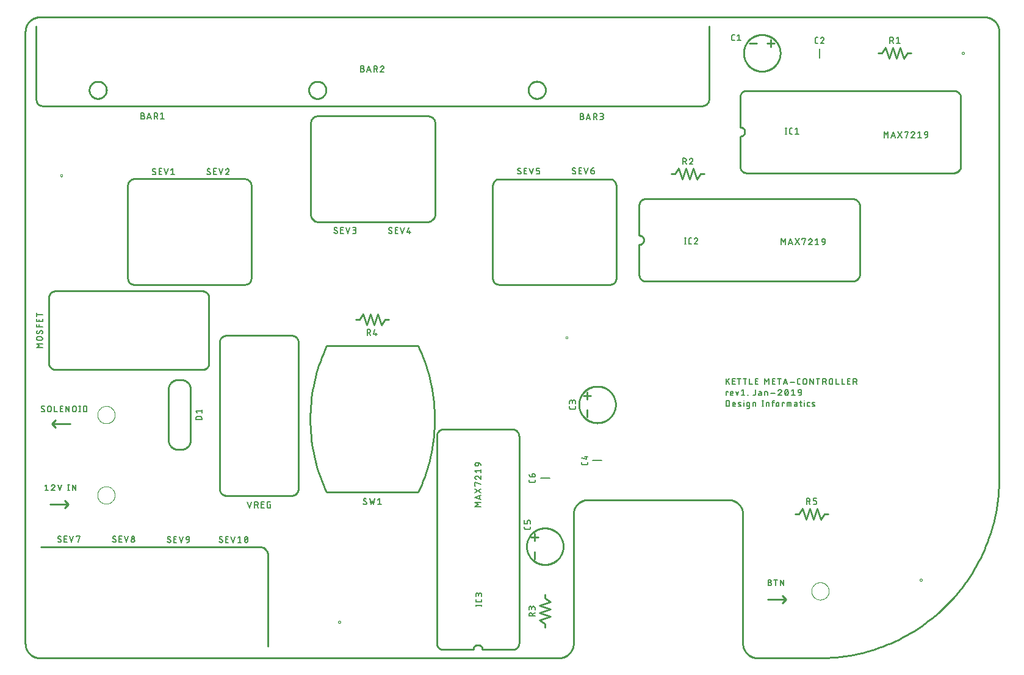
<source format=gto>
G75*
%MOIN*%
%OFA0B0*%
%FSLAX25Y25*%
%IPPOS*%
%LPD*%
%AMOC8*
5,1,8,0,0,1.08239X$1,22.5*
%
%ADD10C,0.01000*%
%ADD11C,0.00000*%
%ADD12C,0.00700*%
%ADD13C,0.00800*%
D10*
X0009500Y0001500D02*
X0292917Y0001500D01*
X0293110Y0001502D01*
X0293304Y0001509D01*
X0293496Y0001521D01*
X0293689Y0001537D01*
X0293881Y0001558D01*
X0294073Y0001584D01*
X0294264Y0001614D01*
X0294454Y0001649D01*
X0294643Y0001688D01*
X0294832Y0001732D01*
X0295019Y0001781D01*
X0295205Y0001834D01*
X0295389Y0001892D01*
X0295572Y0001954D01*
X0295754Y0002020D01*
X0295934Y0002091D01*
X0296112Y0002166D01*
X0296288Y0002245D01*
X0296463Y0002329D01*
X0296635Y0002416D01*
X0296805Y0002508D01*
X0296973Y0002604D01*
X0297138Y0002704D01*
X0297301Y0002808D01*
X0297462Y0002916D01*
X0297619Y0003028D01*
X0297774Y0003143D01*
X0297926Y0003263D01*
X0298076Y0003385D01*
X0298222Y0003512D01*
X0298365Y0003642D01*
X0298505Y0003775D01*
X0298642Y0003912D01*
X0298775Y0004052D01*
X0298905Y0004195D01*
X0299032Y0004341D01*
X0299154Y0004491D01*
X0299274Y0004643D01*
X0299389Y0004798D01*
X0299501Y0004955D01*
X0299609Y0005116D01*
X0299713Y0005279D01*
X0299813Y0005444D01*
X0299909Y0005612D01*
X0300001Y0005782D01*
X0300088Y0005954D01*
X0300172Y0006129D01*
X0300251Y0006305D01*
X0300326Y0006483D01*
X0300397Y0006663D01*
X0300463Y0006845D01*
X0300525Y0007028D01*
X0300583Y0007212D01*
X0300636Y0007398D01*
X0300685Y0007585D01*
X0300729Y0007774D01*
X0300768Y0007963D01*
X0300803Y0008153D01*
X0300833Y0008344D01*
X0300859Y0008536D01*
X0300880Y0008728D01*
X0300896Y0008921D01*
X0300908Y0009113D01*
X0300915Y0009307D01*
X0300917Y0009500D01*
X0300917Y0080030D01*
X0300919Y0080223D01*
X0300926Y0080417D01*
X0300938Y0080609D01*
X0300954Y0080802D01*
X0300975Y0080994D01*
X0301001Y0081186D01*
X0301031Y0081377D01*
X0301066Y0081567D01*
X0301105Y0081756D01*
X0301149Y0081945D01*
X0301198Y0082132D01*
X0301251Y0082318D01*
X0301309Y0082502D01*
X0301371Y0082685D01*
X0301437Y0082867D01*
X0301508Y0083047D01*
X0301583Y0083225D01*
X0301662Y0083401D01*
X0301746Y0083576D01*
X0301833Y0083748D01*
X0301925Y0083918D01*
X0302021Y0084086D01*
X0302121Y0084251D01*
X0302225Y0084414D01*
X0302333Y0084575D01*
X0302445Y0084732D01*
X0302560Y0084887D01*
X0302680Y0085039D01*
X0302802Y0085189D01*
X0302929Y0085335D01*
X0303059Y0085478D01*
X0303192Y0085618D01*
X0303329Y0085755D01*
X0303469Y0085888D01*
X0303612Y0086018D01*
X0303758Y0086145D01*
X0303908Y0086267D01*
X0304060Y0086387D01*
X0304215Y0086502D01*
X0304372Y0086614D01*
X0304533Y0086722D01*
X0304696Y0086826D01*
X0304861Y0086926D01*
X0305029Y0087022D01*
X0305199Y0087114D01*
X0305371Y0087201D01*
X0305546Y0087285D01*
X0305722Y0087364D01*
X0305900Y0087439D01*
X0306080Y0087510D01*
X0306262Y0087576D01*
X0306445Y0087638D01*
X0306629Y0087696D01*
X0306815Y0087749D01*
X0307002Y0087798D01*
X0307191Y0087842D01*
X0307380Y0087881D01*
X0307570Y0087916D01*
X0307761Y0087946D01*
X0307953Y0087972D01*
X0308145Y0087993D01*
X0308338Y0088009D01*
X0308530Y0088021D01*
X0308724Y0088028D01*
X0308917Y0088030D01*
X0385437Y0088030D01*
X0385630Y0088028D01*
X0385824Y0088021D01*
X0386016Y0088009D01*
X0386209Y0087993D01*
X0386401Y0087972D01*
X0386593Y0087946D01*
X0386784Y0087916D01*
X0386974Y0087881D01*
X0387163Y0087842D01*
X0387352Y0087798D01*
X0387539Y0087749D01*
X0387725Y0087696D01*
X0387909Y0087638D01*
X0388092Y0087576D01*
X0388274Y0087510D01*
X0388454Y0087439D01*
X0388632Y0087364D01*
X0388808Y0087285D01*
X0388983Y0087201D01*
X0389155Y0087114D01*
X0389325Y0087022D01*
X0389493Y0086926D01*
X0389658Y0086826D01*
X0389821Y0086722D01*
X0389982Y0086614D01*
X0390139Y0086502D01*
X0390294Y0086387D01*
X0390446Y0086267D01*
X0390596Y0086145D01*
X0390742Y0086018D01*
X0390885Y0085888D01*
X0391025Y0085755D01*
X0391162Y0085618D01*
X0391295Y0085478D01*
X0391425Y0085335D01*
X0391552Y0085189D01*
X0391674Y0085039D01*
X0391794Y0084887D01*
X0391909Y0084732D01*
X0392021Y0084575D01*
X0392129Y0084414D01*
X0392233Y0084251D01*
X0392333Y0084086D01*
X0392429Y0083918D01*
X0392521Y0083748D01*
X0392608Y0083576D01*
X0392692Y0083401D01*
X0392771Y0083225D01*
X0392846Y0083047D01*
X0392917Y0082867D01*
X0392983Y0082685D01*
X0393045Y0082502D01*
X0393103Y0082318D01*
X0393156Y0082132D01*
X0393205Y0081945D01*
X0393249Y0081756D01*
X0393288Y0081567D01*
X0393323Y0081377D01*
X0393353Y0081186D01*
X0393379Y0080994D01*
X0393400Y0080802D01*
X0393416Y0080609D01*
X0393428Y0080417D01*
X0393435Y0080223D01*
X0393437Y0080030D01*
X0393437Y0009500D01*
X0393439Y0009307D01*
X0393446Y0009113D01*
X0393458Y0008921D01*
X0393474Y0008728D01*
X0393495Y0008536D01*
X0393521Y0008344D01*
X0393551Y0008153D01*
X0393586Y0007963D01*
X0393625Y0007774D01*
X0393669Y0007585D01*
X0393718Y0007398D01*
X0393771Y0007212D01*
X0393829Y0007028D01*
X0393891Y0006845D01*
X0393957Y0006663D01*
X0394028Y0006483D01*
X0394103Y0006305D01*
X0394182Y0006129D01*
X0394266Y0005954D01*
X0394353Y0005782D01*
X0394445Y0005612D01*
X0394541Y0005444D01*
X0394641Y0005279D01*
X0394745Y0005116D01*
X0394853Y0004955D01*
X0394965Y0004798D01*
X0395080Y0004643D01*
X0395200Y0004491D01*
X0395322Y0004341D01*
X0395449Y0004195D01*
X0395579Y0004052D01*
X0395712Y0003912D01*
X0395849Y0003775D01*
X0395989Y0003642D01*
X0396132Y0003512D01*
X0396278Y0003385D01*
X0396428Y0003263D01*
X0396580Y0003143D01*
X0396735Y0003028D01*
X0396892Y0002916D01*
X0397053Y0002808D01*
X0397216Y0002704D01*
X0397381Y0002604D01*
X0397549Y0002508D01*
X0397719Y0002416D01*
X0397891Y0002329D01*
X0398066Y0002245D01*
X0398242Y0002166D01*
X0398420Y0002091D01*
X0398600Y0002020D01*
X0398782Y0001954D01*
X0398965Y0001892D01*
X0399149Y0001834D01*
X0399335Y0001781D01*
X0399522Y0001732D01*
X0399711Y0001688D01*
X0399900Y0001649D01*
X0400090Y0001614D01*
X0400281Y0001584D01*
X0400473Y0001558D01*
X0400665Y0001537D01*
X0400858Y0001521D01*
X0401050Y0001509D01*
X0401244Y0001502D01*
X0401437Y0001500D01*
X0434972Y0001500D01*
X0414878Y0031697D02*
X0416878Y0033697D01*
X0414878Y0035697D01*
X0416878Y0033697D02*
X0406878Y0033697D01*
X0428035Y0077240D02*
X0430035Y0083240D01*
X0432035Y0077240D01*
X0434035Y0083240D01*
X0436035Y0077240D01*
X0438035Y0080240D01*
X0440035Y0080240D01*
X0428035Y0077240D02*
X0426035Y0083240D01*
X0424035Y0080240D01*
X0422035Y0080240D01*
X0434972Y0001500D02*
X0437350Y0001529D01*
X0439727Y0001615D01*
X0442101Y0001759D01*
X0444471Y0001959D01*
X0446836Y0002218D01*
X0449193Y0002533D01*
X0451543Y0002905D01*
X0453882Y0003334D01*
X0456211Y0003819D01*
X0458527Y0004360D01*
X0460829Y0004957D01*
X0463116Y0005610D01*
X0465387Y0006317D01*
X0467640Y0007080D01*
X0469874Y0007896D01*
X0472088Y0008766D01*
X0474279Y0009690D01*
X0476448Y0010666D01*
X0478593Y0011694D01*
X0480712Y0012774D01*
X0482805Y0013905D01*
X0484870Y0015086D01*
X0486905Y0016316D01*
X0488910Y0017595D01*
X0490884Y0018923D01*
X0492825Y0020298D01*
X0494732Y0021719D01*
X0496604Y0023186D01*
X0498441Y0024697D01*
X0500240Y0026253D01*
X0502001Y0027851D01*
X0503723Y0029492D01*
X0505405Y0031174D01*
X0507046Y0032896D01*
X0508644Y0034657D01*
X0510200Y0036456D01*
X0511711Y0038293D01*
X0513178Y0040165D01*
X0514599Y0042072D01*
X0515974Y0044013D01*
X0517302Y0045987D01*
X0518581Y0047992D01*
X0519811Y0050027D01*
X0520992Y0052092D01*
X0522123Y0054185D01*
X0523203Y0056304D01*
X0524231Y0058449D01*
X0525207Y0060618D01*
X0526131Y0062809D01*
X0527001Y0065023D01*
X0527817Y0067257D01*
X0528580Y0069510D01*
X0529287Y0071781D01*
X0529940Y0074068D01*
X0530537Y0076370D01*
X0531078Y0078686D01*
X0531563Y0081015D01*
X0531992Y0083354D01*
X0532364Y0085704D01*
X0532679Y0088061D01*
X0532938Y0090426D01*
X0533138Y0092796D01*
X0533282Y0095170D01*
X0533368Y0097547D01*
X0533397Y0099925D01*
X0533398Y0099925D02*
X0533398Y0343894D01*
X0533396Y0344087D01*
X0533389Y0344281D01*
X0533377Y0344473D01*
X0533361Y0344666D01*
X0533340Y0344858D01*
X0533314Y0345050D01*
X0533284Y0345241D01*
X0533249Y0345431D01*
X0533210Y0345620D01*
X0533166Y0345809D01*
X0533117Y0345996D01*
X0533064Y0346182D01*
X0533006Y0346366D01*
X0532944Y0346549D01*
X0532878Y0346731D01*
X0532807Y0346911D01*
X0532732Y0347089D01*
X0532653Y0347265D01*
X0532569Y0347440D01*
X0532482Y0347612D01*
X0532390Y0347782D01*
X0532294Y0347950D01*
X0532194Y0348115D01*
X0532090Y0348278D01*
X0531982Y0348439D01*
X0531870Y0348596D01*
X0531755Y0348751D01*
X0531635Y0348903D01*
X0531513Y0349053D01*
X0531386Y0349199D01*
X0531256Y0349342D01*
X0531123Y0349482D01*
X0530986Y0349619D01*
X0530846Y0349752D01*
X0530703Y0349882D01*
X0530557Y0350009D01*
X0530407Y0350131D01*
X0530255Y0350251D01*
X0530100Y0350366D01*
X0529943Y0350478D01*
X0529782Y0350586D01*
X0529619Y0350690D01*
X0529454Y0350790D01*
X0529286Y0350886D01*
X0529116Y0350978D01*
X0528944Y0351065D01*
X0528769Y0351149D01*
X0528593Y0351228D01*
X0528415Y0351303D01*
X0528235Y0351374D01*
X0528053Y0351440D01*
X0527870Y0351502D01*
X0527686Y0351560D01*
X0527500Y0351613D01*
X0527313Y0351662D01*
X0527124Y0351706D01*
X0526935Y0351745D01*
X0526745Y0351780D01*
X0526554Y0351810D01*
X0526362Y0351836D01*
X0526170Y0351857D01*
X0525977Y0351873D01*
X0525785Y0351885D01*
X0525591Y0351892D01*
X0525398Y0351894D01*
X0009500Y0351894D01*
X0007247Y0346929D02*
X0007247Y0307048D01*
X0007556Y0305515D01*
X0008400Y0304263D01*
X0009651Y0303420D01*
X0011184Y0303110D01*
X0011278Y0303097D02*
X0370878Y0303097D01*
X0370948Y0303110D02*
X0372480Y0303420D01*
X0373732Y0304263D01*
X0374576Y0305515D01*
X0374885Y0307048D01*
X0374885Y0346929D01*
X0396957Y0337709D02*
X0400957Y0337709D01*
X0406799Y0337709D02*
X0410799Y0337709D01*
X0408799Y0339709D02*
X0408799Y0335709D01*
X0393878Y0332209D02*
X0393881Y0332454D01*
X0393890Y0332700D01*
X0393905Y0332945D01*
X0393926Y0333189D01*
X0393953Y0333433D01*
X0393986Y0333676D01*
X0394025Y0333919D01*
X0394070Y0334160D01*
X0394121Y0334400D01*
X0394178Y0334639D01*
X0394240Y0334876D01*
X0394309Y0335112D01*
X0394383Y0335346D01*
X0394463Y0335578D01*
X0394548Y0335808D01*
X0394639Y0336036D01*
X0394736Y0336261D01*
X0394838Y0336485D01*
X0394946Y0336705D01*
X0395059Y0336923D01*
X0395177Y0337138D01*
X0395301Y0337350D01*
X0395429Y0337559D01*
X0395563Y0337765D01*
X0395702Y0337967D01*
X0395846Y0338166D01*
X0395995Y0338361D01*
X0396148Y0338553D01*
X0396306Y0338741D01*
X0396468Y0338925D01*
X0396636Y0339104D01*
X0396807Y0339280D01*
X0396983Y0339451D01*
X0397162Y0339619D01*
X0397346Y0339781D01*
X0397534Y0339939D01*
X0397726Y0340092D01*
X0397921Y0340241D01*
X0398120Y0340385D01*
X0398322Y0340524D01*
X0398528Y0340658D01*
X0398737Y0340786D01*
X0398949Y0340910D01*
X0399164Y0341028D01*
X0399382Y0341141D01*
X0399602Y0341249D01*
X0399826Y0341351D01*
X0400051Y0341448D01*
X0400279Y0341539D01*
X0400509Y0341624D01*
X0400741Y0341704D01*
X0400975Y0341778D01*
X0401211Y0341847D01*
X0401448Y0341909D01*
X0401687Y0341966D01*
X0401927Y0342017D01*
X0402168Y0342062D01*
X0402411Y0342101D01*
X0402654Y0342134D01*
X0402898Y0342161D01*
X0403142Y0342182D01*
X0403387Y0342197D01*
X0403633Y0342206D01*
X0403878Y0342209D01*
X0404123Y0342206D01*
X0404369Y0342197D01*
X0404614Y0342182D01*
X0404858Y0342161D01*
X0405102Y0342134D01*
X0405345Y0342101D01*
X0405588Y0342062D01*
X0405829Y0342017D01*
X0406069Y0341966D01*
X0406308Y0341909D01*
X0406545Y0341847D01*
X0406781Y0341778D01*
X0407015Y0341704D01*
X0407247Y0341624D01*
X0407477Y0341539D01*
X0407705Y0341448D01*
X0407930Y0341351D01*
X0408154Y0341249D01*
X0408374Y0341141D01*
X0408592Y0341028D01*
X0408807Y0340910D01*
X0409019Y0340786D01*
X0409228Y0340658D01*
X0409434Y0340524D01*
X0409636Y0340385D01*
X0409835Y0340241D01*
X0410030Y0340092D01*
X0410222Y0339939D01*
X0410410Y0339781D01*
X0410594Y0339619D01*
X0410773Y0339451D01*
X0410949Y0339280D01*
X0411120Y0339104D01*
X0411288Y0338925D01*
X0411450Y0338741D01*
X0411608Y0338553D01*
X0411761Y0338361D01*
X0411910Y0338166D01*
X0412054Y0337967D01*
X0412193Y0337765D01*
X0412327Y0337559D01*
X0412455Y0337350D01*
X0412579Y0337138D01*
X0412697Y0336923D01*
X0412810Y0336705D01*
X0412918Y0336485D01*
X0413020Y0336261D01*
X0413117Y0336036D01*
X0413208Y0335808D01*
X0413293Y0335578D01*
X0413373Y0335346D01*
X0413447Y0335112D01*
X0413516Y0334876D01*
X0413578Y0334639D01*
X0413635Y0334400D01*
X0413686Y0334160D01*
X0413731Y0333919D01*
X0413770Y0333676D01*
X0413803Y0333433D01*
X0413830Y0333189D01*
X0413851Y0332945D01*
X0413866Y0332700D01*
X0413875Y0332454D01*
X0413878Y0332209D01*
X0413875Y0331964D01*
X0413866Y0331718D01*
X0413851Y0331473D01*
X0413830Y0331229D01*
X0413803Y0330985D01*
X0413770Y0330742D01*
X0413731Y0330499D01*
X0413686Y0330258D01*
X0413635Y0330018D01*
X0413578Y0329779D01*
X0413516Y0329542D01*
X0413447Y0329306D01*
X0413373Y0329072D01*
X0413293Y0328840D01*
X0413208Y0328610D01*
X0413117Y0328382D01*
X0413020Y0328157D01*
X0412918Y0327933D01*
X0412810Y0327713D01*
X0412697Y0327495D01*
X0412579Y0327280D01*
X0412455Y0327068D01*
X0412327Y0326859D01*
X0412193Y0326653D01*
X0412054Y0326451D01*
X0411910Y0326252D01*
X0411761Y0326057D01*
X0411608Y0325865D01*
X0411450Y0325677D01*
X0411288Y0325493D01*
X0411120Y0325314D01*
X0410949Y0325138D01*
X0410773Y0324967D01*
X0410594Y0324799D01*
X0410410Y0324637D01*
X0410222Y0324479D01*
X0410030Y0324326D01*
X0409835Y0324177D01*
X0409636Y0324033D01*
X0409434Y0323894D01*
X0409228Y0323760D01*
X0409019Y0323632D01*
X0408807Y0323508D01*
X0408592Y0323390D01*
X0408374Y0323277D01*
X0408154Y0323169D01*
X0407930Y0323067D01*
X0407705Y0322970D01*
X0407477Y0322879D01*
X0407247Y0322794D01*
X0407015Y0322714D01*
X0406781Y0322640D01*
X0406545Y0322571D01*
X0406308Y0322509D01*
X0406069Y0322452D01*
X0405829Y0322401D01*
X0405588Y0322356D01*
X0405345Y0322317D01*
X0405102Y0322284D01*
X0404858Y0322257D01*
X0404614Y0322236D01*
X0404369Y0322221D01*
X0404123Y0322212D01*
X0403878Y0322209D01*
X0403633Y0322212D01*
X0403387Y0322221D01*
X0403142Y0322236D01*
X0402898Y0322257D01*
X0402654Y0322284D01*
X0402411Y0322317D01*
X0402168Y0322356D01*
X0401927Y0322401D01*
X0401687Y0322452D01*
X0401448Y0322509D01*
X0401211Y0322571D01*
X0400975Y0322640D01*
X0400741Y0322714D01*
X0400509Y0322794D01*
X0400279Y0322879D01*
X0400051Y0322970D01*
X0399826Y0323067D01*
X0399602Y0323169D01*
X0399382Y0323277D01*
X0399164Y0323390D01*
X0398949Y0323508D01*
X0398737Y0323632D01*
X0398528Y0323760D01*
X0398322Y0323894D01*
X0398120Y0324033D01*
X0397921Y0324177D01*
X0397726Y0324326D01*
X0397534Y0324479D01*
X0397346Y0324637D01*
X0397162Y0324799D01*
X0396983Y0324967D01*
X0396807Y0325138D01*
X0396636Y0325314D01*
X0396468Y0325493D01*
X0396306Y0325677D01*
X0396148Y0325865D01*
X0395995Y0326057D01*
X0395846Y0326252D01*
X0395702Y0326451D01*
X0395563Y0326653D01*
X0395429Y0326859D01*
X0395301Y0327068D01*
X0395177Y0327280D01*
X0395059Y0327495D01*
X0394946Y0327713D01*
X0394838Y0327933D01*
X0394736Y0328157D01*
X0394639Y0328382D01*
X0394548Y0328610D01*
X0394463Y0328840D01*
X0394383Y0329072D01*
X0394309Y0329306D01*
X0394240Y0329542D01*
X0394178Y0329779D01*
X0394121Y0330018D01*
X0394070Y0330258D01*
X0394025Y0330499D01*
X0393986Y0330742D01*
X0393953Y0330985D01*
X0393926Y0331229D01*
X0393905Y0331473D01*
X0393890Y0331718D01*
X0393881Y0331964D01*
X0393878Y0332209D01*
X0395414Y0311677D02*
X0508586Y0311677D01*
X0508709Y0311675D01*
X0508832Y0311669D01*
X0508954Y0311660D01*
X0509077Y0311646D01*
X0509198Y0311629D01*
X0509319Y0311608D01*
X0509440Y0311583D01*
X0509559Y0311554D01*
X0509678Y0311522D01*
X0509795Y0311485D01*
X0509912Y0311446D01*
X0510027Y0311402D01*
X0510140Y0311355D01*
X0510253Y0311304D01*
X0510363Y0311250D01*
X0510472Y0311193D01*
X0510578Y0311132D01*
X0510683Y0311068D01*
X0510786Y0311000D01*
X0510887Y0310929D01*
X0510985Y0310856D01*
X0511081Y0310779D01*
X0511174Y0310699D01*
X0511265Y0310616D01*
X0511354Y0310531D01*
X0511439Y0310442D01*
X0511522Y0310351D01*
X0511602Y0310258D01*
X0511679Y0310162D01*
X0511752Y0310064D01*
X0511823Y0309963D01*
X0511891Y0309860D01*
X0511955Y0309755D01*
X0512016Y0309649D01*
X0512073Y0309540D01*
X0512127Y0309430D01*
X0512178Y0309317D01*
X0512225Y0309204D01*
X0512269Y0309089D01*
X0512308Y0308972D01*
X0512345Y0308855D01*
X0512377Y0308736D01*
X0512406Y0308617D01*
X0512431Y0308496D01*
X0512452Y0308375D01*
X0512469Y0308254D01*
X0512483Y0308131D01*
X0512492Y0308009D01*
X0512498Y0307886D01*
X0512500Y0307763D01*
X0512500Y0270591D01*
X0512498Y0270468D01*
X0512492Y0270345D01*
X0512483Y0270223D01*
X0512469Y0270100D01*
X0512452Y0269979D01*
X0512431Y0269858D01*
X0512406Y0269737D01*
X0512377Y0269618D01*
X0512345Y0269499D01*
X0512308Y0269382D01*
X0512269Y0269265D01*
X0512225Y0269150D01*
X0512178Y0269037D01*
X0512127Y0268924D01*
X0512073Y0268814D01*
X0512016Y0268705D01*
X0511955Y0268599D01*
X0511891Y0268494D01*
X0511823Y0268391D01*
X0511752Y0268290D01*
X0511679Y0268192D01*
X0511602Y0268096D01*
X0511522Y0268003D01*
X0511439Y0267912D01*
X0511354Y0267823D01*
X0511265Y0267738D01*
X0511174Y0267655D01*
X0511081Y0267575D01*
X0510985Y0267498D01*
X0510887Y0267425D01*
X0510786Y0267354D01*
X0510683Y0267286D01*
X0510578Y0267222D01*
X0510472Y0267161D01*
X0510363Y0267104D01*
X0510253Y0267050D01*
X0510140Y0266999D01*
X0510027Y0266952D01*
X0509912Y0266908D01*
X0509795Y0266869D01*
X0509678Y0266832D01*
X0509559Y0266800D01*
X0509440Y0266771D01*
X0509319Y0266746D01*
X0509198Y0266725D01*
X0509077Y0266708D01*
X0508954Y0266694D01*
X0508832Y0266685D01*
X0508709Y0266679D01*
X0508586Y0266677D01*
X0395414Y0266677D01*
X0395300Y0266679D01*
X0395186Y0266685D01*
X0395072Y0266694D01*
X0394959Y0266707D01*
X0394846Y0266725D01*
X0394734Y0266745D01*
X0394623Y0266770D01*
X0394512Y0266798D01*
X0394403Y0266830D01*
X0394294Y0266866D01*
X0394187Y0266905D01*
X0394081Y0266948D01*
X0393977Y0266994D01*
X0393874Y0267044D01*
X0393773Y0267097D01*
X0393674Y0267154D01*
X0393577Y0267213D01*
X0393482Y0267276D01*
X0393389Y0267342D01*
X0393298Y0267412D01*
X0393210Y0267484D01*
X0393124Y0267559D01*
X0393041Y0267637D01*
X0392960Y0267718D01*
X0392882Y0267801D01*
X0392807Y0267887D01*
X0392735Y0267975D01*
X0392665Y0268066D01*
X0392599Y0268159D01*
X0392536Y0268254D01*
X0392477Y0268351D01*
X0392420Y0268450D01*
X0392367Y0268551D01*
X0392317Y0268654D01*
X0392271Y0268758D01*
X0392228Y0268864D01*
X0392189Y0268971D01*
X0392153Y0269080D01*
X0392121Y0269189D01*
X0392093Y0269300D01*
X0392068Y0269411D01*
X0392048Y0269523D01*
X0392030Y0269636D01*
X0392017Y0269749D01*
X0392008Y0269863D01*
X0392002Y0269977D01*
X0392000Y0270091D01*
X0392000Y0286677D01*
X0392098Y0286679D01*
X0392196Y0286685D01*
X0392294Y0286694D01*
X0392391Y0286708D01*
X0392488Y0286725D01*
X0392584Y0286746D01*
X0392679Y0286771D01*
X0392773Y0286799D01*
X0392865Y0286832D01*
X0392957Y0286867D01*
X0393047Y0286907D01*
X0393135Y0286949D01*
X0393222Y0286996D01*
X0393306Y0287045D01*
X0393389Y0287098D01*
X0393469Y0287154D01*
X0393548Y0287214D01*
X0393624Y0287276D01*
X0393697Y0287341D01*
X0393768Y0287409D01*
X0393836Y0287480D01*
X0393901Y0287553D01*
X0393963Y0287629D01*
X0394023Y0287708D01*
X0394079Y0287788D01*
X0394132Y0287871D01*
X0394181Y0287955D01*
X0394228Y0288042D01*
X0394270Y0288130D01*
X0394310Y0288220D01*
X0394345Y0288312D01*
X0394378Y0288404D01*
X0394406Y0288498D01*
X0394431Y0288593D01*
X0394452Y0288689D01*
X0394469Y0288786D01*
X0394483Y0288883D01*
X0394492Y0288981D01*
X0394498Y0289079D01*
X0394500Y0289177D01*
X0394498Y0289275D01*
X0394492Y0289373D01*
X0394483Y0289471D01*
X0394469Y0289568D01*
X0394452Y0289665D01*
X0394431Y0289761D01*
X0394406Y0289856D01*
X0394378Y0289950D01*
X0394345Y0290042D01*
X0394310Y0290134D01*
X0394270Y0290224D01*
X0394228Y0290312D01*
X0394181Y0290399D01*
X0394132Y0290483D01*
X0394079Y0290566D01*
X0394023Y0290646D01*
X0393963Y0290725D01*
X0393901Y0290801D01*
X0393836Y0290874D01*
X0393768Y0290945D01*
X0393697Y0291013D01*
X0393624Y0291078D01*
X0393548Y0291140D01*
X0393469Y0291200D01*
X0393389Y0291256D01*
X0393306Y0291309D01*
X0393222Y0291358D01*
X0393135Y0291405D01*
X0393047Y0291447D01*
X0392957Y0291487D01*
X0392865Y0291522D01*
X0392773Y0291555D01*
X0392679Y0291583D01*
X0392584Y0291608D01*
X0392488Y0291629D01*
X0392391Y0291646D01*
X0392294Y0291660D01*
X0392196Y0291669D01*
X0392098Y0291675D01*
X0392000Y0291677D01*
X0392000Y0308263D01*
X0392002Y0308377D01*
X0392008Y0308491D01*
X0392017Y0308605D01*
X0392030Y0308718D01*
X0392048Y0308831D01*
X0392068Y0308943D01*
X0392093Y0309054D01*
X0392121Y0309165D01*
X0392153Y0309274D01*
X0392189Y0309383D01*
X0392228Y0309490D01*
X0392271Y0309596D01*
X0392317Y0309700D01*
X0392367Y0309803D01*
X0392420Y0309904D01*
X0392477Y0310003D01*
X0392536Y0310100D01*
X0392599Y0310195D01*
X0392665Y0310288D01*
X0392735Y0310379D01*
X0392807Y0310467D01*
X0392882Y0310553D01*
X0392960Y0310636D01*
X0393041Y0310717D01*
X0393124Y0310795D01*
X0393210Y0310870D01*
X0393298Y0310942D01*
X0393389Y0311012D01*
X0393482Y0311078D01*
X0393577Y0311141D01*
X0393674Y0311200D01*
X0393773Y0311257D01*
X0393874Y0311310D01*
X0393977Y0311360D01*
X0394081Y0311406D01*
X0394187Y0311449D01*
X0394294Y0311488D01*
X0394403Y0311524D01*
X0394512Y0311556D01*
X0394623Y0311584D01*
X0394734Y0311609D01*
X0394846Y0311629D01*
X0394959Y0311647D01*
X0395072Y0311660D01*
X0395186Y0311669D01*
X0395300Y0311675D01*
X0395414Y0311677D01*
X0366421Y0269075D02*
X0368421Y0263075D01*
X0370421Y0266075D01*
X0372421Y0266075D01*
X0366421Y0269075D02*
X0364421Y0263075D01*
X0362421Y0269075D01*
X0360421Y0263075D01*
X0358421Y0269075D01*
X0356421Y0266075D01*
X0354421Y0266075D01*
X0340233Y0252496D02*
X0453405Y0252496D01*
X0453528Y0252494D01*
X0453651Y0252488D01*
X0453773Y0252479D01*
X0453896Y0252465D01*
X0454017Y0252448D01*
X0454138Y0252427D01*
X0454259Y0252402D01*
X0454378Y0252373D01*
X0454497Y0252341D01*
X0454614Y0252304D01*
X0454731Y0252265D01*
X0454846Y0252221D01*
X0454959Y0252174D01*
X0455072Y0252123D01*
X0455182Y0252069D01*
X0455291Y0252012D01*
X0455397Y0251951D01*
X0455502Y0251887D01*
X0455605Y0251819D01*
X0455706Y0251748D01*
X0455804Y0251675D01*
X0455900Y0251598D01*
X0455993Y0251518D01*
X0456084Y0251435D01*
X0456173Y0251350D01*
X0456258Y0251261D01*
X0456341Y0251170D01*
X0456421Y0251077D01*
X0456498Y0250981D01*
X0456571Y0250883D01*
X0456642Y0250782D01*
X0456710Y0250679D01*
X0456774Y0250574D01*
X0456835Y0250468D01*
X0456892Y0250359D01*
X0456946Y0250249D01*
X0456997Y0250136D01*
X0457044Y0250023D01*
X0457088Y0249908D01*
X0457127Y0249791D01*
X0457164Y0249674D01*
X0457196Y0249555D01*
X0457225Y0249436D01*
X0457250Y0249315D01*
X0457271Y0249194D01*
X0457288Y0249073D01*
X0457302Y0248950D01*
X0457311Y0248828D01*
X0457317Y0248705D01*
X0457319Y0248582D01*
X0457319Y0211410D01*
X0457317Y0211287D01*
X0457311Y0211164D01*
X0457302Y0211042D01*
X0457288Y0210919D01*
X0457271Y0210798D01*
X0457250Y0210677D01*
X0457225Y0210556D01*
X0457196Y0210437D01*
X0457164Y0210318D01*
X0457127Y0210201D01*
X0457088Y0210084D01*
X0457044Y0209969D01*
X0456997Y0209856D01*
X0456946Y0209743D01*
X0456892Y0209633D01*
X0456835Y0209524D01*
X0456774Y0209418D01*
X0456710Y0209313D01*
X0456642Y0209210D01*
X0456571Y0209109D01*
X0456498Y0209011D01*
X0456421Y0208915D01*
X0456341Y0208822D01*
X0456258Y0208731D01*
X0456173Y0208642D01*
X0456084Y0208557D01*
X0455993Y0208474D01*
X0455900Y0208394D01*
X0455804Y0208317D01*
X0455706Y0208244D01*
X0455605Y0208173D01*
X0455502Y0208105D01*
X0455397Y0208041D01*
X0455291Y0207980D01*
X0455182Y0207923D01*
X0455072Y0207869D01*
X0454959Y0207818D01*
X0454846Y0207771D01*
X0454731Y0207727D01*
X0454614Y0207688D01*
X0454497Y0207651D01*
X0454378Y0207619D01*
X0454259Y0207590D01*
X0454138Y0207565D01*
X0454017Y0207544D01*
X0453896Y0207527D01*
X0453773Y0207513D01*
X0453651Y0207504D01*
X0453528Y0207498D01*
X0453405Y0207496D01*
X0340233Y0207496D01*
X0340119Y0207498D01*
X0340005Y0207504D01*
X0339891Y0207513D01*
X0339778Y0207526D01*
X0339665Y0207544D01*
X0339553Y0207564D01*
X0339442Y0207589D01*
X0339331Y0207617D01*
X0339222Y0207649D01*
X0339113Y0207685D01*
X0339006Y0207724D01*
X0338900Y0207767D01*
X0338796Y0207813D01*
X0338693Y0207863D01*
X0338592Y0207916D01*
X0338493Y0207973D01*
X0338396Y0208032D01*
X0338301Y0208095D01*
X0338208Y0208161D01*
X0338117Y0208231D01*
X0338029Y0208303D01*
X0337943Y0208378D01*
X0337860Y0208456D01*
X0337779Y0208537D01*
X0337701Y0208620D01*
X0337626Y0208706D01*
X0337554Y0208794D01*
X0337484Y0208885D01*
X0337418Y0208978D01*
X0337355Y0209073D01*
X0337296Y0209170D01*
X0337239Y0209269D01*
X0337186Y0209370D01*
X0337136Y0209473D01*
X0337090Y0209577D01*
X0337047Y0209683D01*
X0337008Y0209790D01*
X0336972Y0209899D01*
X0336940Y0210008D01*
X0336912Y0210119D01*
X0336887Y0210230D01*
X0336867Y0210342D01*
X0336849Y0210455D01*
X0336836Y0210568D01*
X0336827Y0210682D01*
X0336821Y0210796D01*
X0336819Y0210910D01*
X0336819Y0227496D01*
X0336917Y0227498D01*
X0337015Y0227504D01*
X0337113Y0227513D01*
X0337210Y0227527D01*
X0337307Y0227544D01*
X0337403Y0227565D01*
X0337498Y0227590D01*
X0337592Y0227618D01*
X0337684Y0227651D01*
X0337776Y0227686D01*
X0337866Y0227726D01*
X0337954Y0227768D01*
X0338041Y0227815D01*
X0338125Y0227864D01*
X0338208Y0227917D01*
X0338288Y0227973D01*
X0338367Y0228033D01*
X0338443Y0228095D01*
X0338516Y0228160D01*
X0338587Y0228228D01*
X0338655Y0228299D01*
X0338720Y0228372D01*
X0338782Y0228448D01*
X0338842Y0228527D01*
X0338898Y0228607D01*
X0338951Y0228690D01*
X0339000Y0228774D01*
X0339047Y0228861D01*
X0339089Y0228949D01*
X0339129Y0229039D01*
X0339164Y0229131D01*
X0339197Y0229223D01*
X0339225Y0229317D01*
X0339250Y0229412D01*
X0339271Y0229508D01*
X0339288Y0229605D01*
X0339302Y0229702D01*
X0339311Y0229800D01*
X0339317Y0229898D01*
X0339319Y0229996D01*
X0339317Y0230094D01*
X0339311Y0230192D01*
X0339302Y0230290D01*
X0339288Y0230387D01*
X0339271Y0230484D01*
X0339250Y0230580D01*
X0339225Y0230675D01*
X0339197Y0230769D01*
X0339164Y0230861D01*
X0339129Y0230953D01*
X0339089Y0231043D01*
X0339047Y0231131D01*
X0339000Y0231218D01*
X0338951Y0231302D01*
X0338898Y0231385D01*
X0338842Y0231465D01*
X0338782Y0231544D01*
X0338720Y0231620D01*
X0338655Y0231693D01*
X0338587Y0231764D01*
X0338516Y0231832D01*
X0338443Y0231897D01*
X0338367Y0231959D01*
X0338288Y0232019D01*
X0338208Y0232075D01*
X0338125Y0232128D01*
X0338041Y0232177D01*
X0337954Y0232224D01*
X0337866Y0232266D01*
X0337776Y0232306D01*
X0337684Y0232341D01*
X0337592Y0232374D01*
X0337498Y0232402D01*
X0337403Y0232427D01*
X0337307Y0232448D01*
X0337210Y0232465D01*
X0337113Y0232479D01*
X0337015Y0232488D01*
X0336917Y0232494D01*
X0336819Y0232496D01*
X0336819Y0249082D01*
X0336821Y0249196D01*
X0336827Y0249310D01*
X0336836Y0249424D01*
X0336849Y0249537D01*
X0336867Y0249650D01*
X0336887Y0249762D01*
X0336912Y0249873D01*
X0336940Y0249984D01*
X0336972Y0250093D01*
X0337008Y0250202D01*
X0337047Y0250309D01*
X0337090Y0250415D01*
X0337136Y0250519D01*
X0337186Y0250622D01*
X0337239Y0250723D01*
X0337296Y0250822D01*
X0337355Y0250919D01*
X0337418Y0251014D01*
X0337484Y0251107D01*
X0337554Y0251198D01*
X0337626Y0251286D01*
X0337701Y0251372D01*
X0337779Y0251455D01*
X0337860Y0251536D01*
X0337943Y0251614D01*
X0338029Y0251689D01*
X0338117Y0251761D01*
X0338208Y0251831D01*
X0338301Y0251897D01*
X0338396Y0251960D01*
X0338493Y0252019D01*
X0338592Y0252076D01*
X0338693Y0252129D01*
X0338796Y0252179D01*
X0338900Y0252225D01*
X0339006Y0252268D01*
X0339113Y0252307D01*
X0339222Y0252343D01*
X0339331Y0252375D01*
X0339442Y0252403D01*
X0339553Y0252428D01*
X0339665Y0252448D01*
X0339778Y0252466D01*
X0339891Y0252479D01*
X0340005Y0252488D01*
X0340119Y0252494D01*
X0340233Y0252496D01*
X0324472Y0259439D02*
X0324472Y0209361D01*
X0324162Y0207828D01*
X0323319Y0206577D01*
X0322067Y0205733D01*
X0320535Y0205423D01*
X0260613Y0205423D01*
X0259081Y0205733D01*
X0257830Y0206577D01*
X0256986Y0207828D01*
X0256677Y0209361D01*
X0256677Y0259439D01*
X0256986Y0260972D01*
X0257830Y0262223D01*
X0259081Y0263067D01*
X0260613Y0263377D01*
X0320535Y0263377D01*
X0322067Y0263067D01*
X0323319Y0262223D01*
X0324162Y0260972D01*
X0324472Y0259439D01*
X0276269Y0312013D02*
X0276271Y0312150D01*
X0276277Y0312286D01*
X0276287Y0312423D01*
X0276301Y0312559D01*
X0276319Y0312694D01*
X0276340Y0312829D01*
X0276366Y0312963D01*
X0276396Y0313097D01*
X0276429Y0313229D01*
X0276466Y0313361D01*
X0276508Y0313491D01*
X0276552Y0313620D01*
X0276601Y0313748D01*
X0276653Y0313875D01*
X0276709Y0313999D01*
X0276769Y0314122D01*
X0276832Y0314244D01*
X0276899Y0314363D01*
X0276969Y0314480D01*
X0277042Y0314596D01*
X0277119Y0314709D01*
X0277199Y0314820D01*
X0277282Y0314928D01*
X0277369Y0315034D01*
X0277458Y0315138D01*
X0277550Y0315238D01*
X0277646Y0315336D01*
X0277744Y0315432D01*
X0277844Y0315524D01*
X0277948Y0315613D01*
X0278054Y0315700D01*
X0278162Y0315783D01*
X0278273Y0315863D01*
X0278386Y0315940D01*
X0278502Y0316013D01*
X0278619Y0316083D01*
X0278738Y0316150D01*
X0278860Y0316213D01*
X0278983Y0316273D01*
X0279107Y0316329D01*
X0279234Y0316381D01*
X0279362Y0316430D01*
X0279491Y0316474D01*
X0279621Y0316516D01*
X0279753Y0316553D01*
X0279885Y0316586D01*
X0280019Y0316616D01*
X0280153Y0316642D01*
X0280288Y0316663D01*
X0280423Y0316681D01*
X0280559Y0316695D01*
X0280696Y0316705D01*
X0280832Y0316711D01*
X0280969Y0316713D01*
X0281106Y0316711D01*
X0281242Y0316705D01*
X0281379Y0316695D01*
X0281515Y0316681D01*
X0281650Y0316663D01*
X0281785Y0316642D01*
X0281919Y0316616D01*
X0282053Y0316586D01*
X0282185Y0316553D01*
X0282317Y0316516D01*
X0282447Y0316474D01*
X0282576Y0316430D01*
X0282704Y0316381D01*
X0282831Y0316329D01*
X0282955Y0316273D01*
X0283078Y0316213D01*
X0283200Y0316150D01*
X0283319Y0316083D01*
X0283436Y0316013D01*
X0283552Y0315940D01*
X0283665Y0315863D01*
X0283776Y0315783D01*
X0283884Y0315700D01*
X0283990Y0315613D01*
X0284094Y0315524D01*
X0284194Y0315432D01*
X0284292Y0315336D01*
X0284388Y0315238D01*
X0284480Y0315138D01*
X0284569Y0315034D01*
X0284656Y0314928D01*
X0284739Y0314820D01*
X0284819Y0314709D01*
X0284896Y0314596D01*
X0284969Y0314480D01*
X0285039Y0314363D01*
X0285106Y0314244D01*
X0285169Y0314122D01*
X0285229Y0313999D01*
X0285285Y0313875D01*
X0285337Y0313748D01*
X0285386Y0313620D01*
X0285430Y0313491D01*
X0285472Y0313361D01*
X0285509Y0313229D01*
X0285542Y0313097D01*
X0285572Y0312963D01*
X0285598Y0312829D01*
X0285619Y0312694D01*
X0285637Y0312559D01*
X0285651Y0312423D01*
X0285661Y0312286D01*
X0285667Y0312150D01*
X0285669Y0312013D01*
X0285667Y0311876D01*
X0285661Y0311740D01*
X0285651Y0311603D01*
X0285637Y0311467D01*
X0285619Y0311332D01*
X0285598Y0311197D01*
X0285572Y0311063D01*
X0285542Y0310929D01*
X0285509Y0310797D01*
X0285472Y0310665D01*
X0285430Y0310535D01*
X0285386Y0310406D01*
X0285337Y0310278D01*
X0285285Y0310151D01*
X0285229Y0310027D01*
X0285169Y0309904D01*
X0285106Y0309782D01*
X0285039Y0309663D01*
X0284969Y0309546D01*
X0284896Y0309430D01*
X0284819Y0309317D01*
X0284739Y0309206D01*
X0284656Y0309098D01*
X0284569Y0308992D01*
X0284480Y0308888D01*
X0284388Y0308788D01*
X0284292Y0308690D01*
X0284194Y0308594D01*
X0284094Y0308502D01*
X0283990Y0308413D01*
X0283884Y0308326D01*
X0283776Y0308243D01*
X0283665Y0308163D01*
X0283552Y0308086D01*
X0283436Y0308013D01*
X0283319Y0307943D01*
X0283200Y0307876D01*
X0283078Y0307813D01*
X0282955Y0307753D01*
X0282831Y0307697D01*
X0282704Y0307645D01*
X0282576Y0307596D01*
X0282447Y0307552D01*
X0282317Y0307510D01*
X0282185Y0307473D01*
X0282053Y0307440D01*
X0281919Y0307410D01*
X0281785Y0307384D01*
X0281650Y0307363D01*
X0281515Y0307345D01*
X0281379Y0307331D01*
X0281242Y0307321D01*
X0281106Y0307315D01*
X0280969Y0307313D01*
X0280832Y0307315D01*
X0280696Y0307321D01*
X0280559Y0307331D01*
X0280423Y0307345D01*
X0280288Y0307363D01*
X0280153Y0307384D01*
X0280019Y0307410D01*
X0279885Y0307440D01*
X0279753Y0307473D01*
X0279621Y0307510D01*
X0279491Y0307552D01*
X0279362Y0307596D01*
X0279234Y0307645D01*
X0279107Y0307697D01*
X0278983Y0307753D01*
X0278860Y0307813D01*
X0278738Y0307876D01*
X0278619Y0307943D01*
X0278502Y0308013D01*
X0278386Y0308086D01*
X0278273Y0308163D01*
X0278162Y0308243D01*
X0278054Y0308326D01*
X0277948Y0308413D01*
X0277844Y0308502D01*
X0277744Y0308594D01*
X0277646Y0308690D01*
X0277550Y0308788D01*
X0277458Y0308888D01*
X0277369Y0308992D01*
X0277282Y0309098D01*
X0277199Y0309206D01*
X0277119Y0309317D01*
X0277042Y0309430D01*
X0276969Y0309546D01*
X0276899Y0309663D01*
X0276832Y0309782D01*
X0276769Y0309904D01*
X0276709Y0310027D01*
X0276653Y0310151D01*
X0276601Y0310278D01*
X0276552Y0310406D01*
X0276508Y0310535D01*
X0276466Y0310665D01*
X0276429Y0310797D01*
X0276396Y0310929D01*
X0276366Y0311063D01*
X0276340Y0311197D01*
X0276319Y0311332D01*
X0276301Y0311467D01*
X0276287Y0311603D01*
X0276277Y0311740D01*
X0276271Y0311876D01*
X0276269Y0312013D01*
X0224891Y0295505D02*
X0225200Y0293973D01*
X0225200Y0243894D01*
X0224891Y0242361D01*
X0224047Y0241110D01*
X0222796Y0240266D01*
X0221263Y0239956D01*
X0161342Y0239956D01*
X0159810Y0240266D01*
X0158559Y0241110D01*
X0157715Y0242361D01*
X0157405Y0243894D01*
X0157405Y0293973D01*
X0157715Y0295505D01*
X0158559Y0296757D01*
X0159810Y0297601D01*
X0161342Y0297910D01*
X0221263Y0297910D01*
X0222796Y0297601D01*
X0224047Y0296757D01*
X0224891Y0295505D01*
X0156360Y0311979D02*
X0156362Y0312116D01*
X0156368Y0312252D01*
X0156378Y0312389D01*
X0156392Y0312525D01*
X0156410Y0312660D01*
X0156431Y0312795D01*
X0156457Y0312929D01*
X0156487Y0313063D01*
X0156520Y0313195D01*
X0156557Y0313327D01*
X0156599Y0313457D01*
X0156643Y0313586D01*
X0156692Y0313714D01*
X0156744Y0313841D01*
X0156800Y0313965D01*
X0156860Y0314088D01*
X0156923Y0314210D01*
X0156990Y0314329D01*
X0157060Y0314446D01*
X0157133Y0314562D01*
X0157210Y0314675D01*
X0157290Y0314786D01*
X0157373Y0314894D01*
X0157460Y0315000D01*
X0157549Y0315104D01*
X0157641Y0315204D01*
X0157737Y0315302D01*
X0157835Y0315398D01*
X0157935Y0315490D01*
X0158039Y0315579D01*
X0158145Y0315666D01*
X0158253Y0315749D01*
X0158364Y0315829D01*
X0158477Y0315906D01*
X0158593Y0315979D01*
X0158710Y0316049D01*
X0158829Y0316116D01*
X0158951Y0316179D01*
X0159074Y0316239D01*
X0159198Y0316295D01*
X0159325Y0316347D01*
X0159453Y0316396D01*
X0159582Y0316440D01*
X0159712Y0316482D01*
X0159844Y0316519D01*
X0159976Y0316552D01*
X0160110Y0316582D01*
X0160244Y0316608D01*
X0160379Y0316629D01*
X0160514Y0316647D01*
X0160650Y0316661D01*
X0160787Y0316671D01*
X0160923Y0316677D01*
X0161060Y0316679D01*
X0161197Y0316677D01*
X0161333Y0316671D01*
X0161470Y0316661D01*
X0161606Y0316647D01*
X0161741Y0316629D01*
X0161876Y0316608D01*
X0162010Y0316582D01*
X0162144Y0316552D01*
X0162276Y0316519D01*
X0162408Y0316482D01*
X0162538Y0316440D01*
X0162667Y0316396D01*
X0162795Y0316347D01*
X0162922Y0316295D01*
X0163046Y0316239D01*
X0163169Y0316179D01*
X0163291Y0316116D01*
X0163410Y0316049D01*
X0163527Y0315979D01*
X0163643Y0315906D01*
X0163756Y0315829D01*
X0163867Y0315749D01*
X0163975Y0315666D01*
X0164081Y0315579D01*
X0164185Y0315490D01*
X0164285Y0315398D01*
X0164383Y0315302D01*
X0164479Y0315204D01*
X0164571Y0315104D01*
X0164660Y0315000D01*
X0164747Y0314894D01*
X0164830Y0314786D01*
X0164910Y0314675D01*
X0164987Y0314562D01*
X0165060Y0314446D01*
X0165130Y0314329D01*
X0165197Y0314210D01*
X0165260Y0314088D01*
X0165320Y0313965D01*
X0165376Y0313841D01*
X0165428Y0313714D01*
X0165477Y0313586D01*
X0165521Y0313457D01*
X0165563Y0313327D01*
X0165600Y0313195D01*
X0165633Y0313063D01*
X0165663Y0312929D01*
X0165689Y0312795D01*
X0165710Y0312660D01*
X0165728Y0312525D01*
X0165742Y0312389D01*
X0165752Y0312252D01*
X0165758Y0312116D01*
X0165760Y0311979D01*
X0165758Y0311842D01*
X0165752Y0311706D01*
X0165742Y0311569D01*
X0165728Y0311433D01*
X0165710Y0311298D01*
X0165689Y0311163D01*
X0165663Y0311029D01*
X0165633Y0310895D01*
X0165600Y0310763D01*
X0165563Y0310631D01*
X0165521Y0310501D01*
X0165477Y0310372D01*
X0165428Y0310244D01*
X0165376Y0310117D01*
X0165320Y0309993D01*
X0165260Y0309870D01*
X0165197Y0309748D01*
X0165130Y0309629D01*
X0165060Y0309512D01*
X0164987Y0309396D01*
X0164910Y0309283D01*
X0164830Y0309172D01*
X0164747Y0309064D01*
X0164660Y0308958D01*
X0164571Y0308854D01*
X0164479Y0308754D01*
X0164383Y0308656D01*
X0164285Y0308560D01*
X0164185Y0308468D01*
X0164081Y0308379D01*
X0163975Y0308292D01*
X0163867Y0308209D01*
X0163756Y0308129D01*
X0163643Y0308052D01*
X0163527Y0307979D01*
X0163410Y0307909D01*
X0163291Y0307842D01*
X0163169Y0307779D01*
X0163046Y0307719D01*
X0162922Y0307663D01*
X0162795Y0307611D01*
X0162667Y0307562D01*
X0162538Y0307518D01*
X0162408Y0307476D01*
X0162276Y0307439D01*
X0162144Y0307406D01*
X0162010Y0307376D01*
X0161876Y0307350D01*
X0161741Y0307329D01*
X0161606Y0307311D01*
X0161470Y0307297D01*
X0161333Y0307287D01*
X0161197Y0307281D01*
X0161060Y0307279D01*
X0160923Y0307281D01*
X0160787Y0307287D01*
X0160650Y0307297D01*
X0160514Y0307311D01*
X0160379Y0307329D01*
X0160244Y0307350D01*
X0160110Y0307376D01*
X0159976Y0307406D01*
X0159844Y0307439D01*
X0159712Y0307476D01*
X0159582Y0307518D01*
X0159453Y0307562D01*
X0159325Y0307611D01*
X0159198Y0307663D01*
X0159074Y0307719D01*
X0158951Y0307779D01*
X0158829Y0307842D01*
X0158710Y0307909D01*
X0158593Y0307979D01*
X0158477Y0308052D01*
X0158364Y0308129D01*
X0158253Y0308209D01*
X0158145Y0308292D01*
X0158039Y0308379D01*
X0157935Y0308468D01*
X0157835Y0308560D01*
X0157737Y0308656D01*
X0157641Y0308754D01*
X0157549Y0308854D01*
X0157460Y0308958D01*
X0157373Y0309064D01*
X0157290Y0309172D01*
X0157210Y0309283D01*
X0157133Y0309396D01*
X0157060Y0309512D01*
X0156990Y0309629D01*
X0156923Y0309748D01*
X0156860Y0309870D01*
X0156800Y0309993D01*
X0156744Y0310117D01*
X0156692Y0310244D01*
X0156643Y0310372D01*
X0156599Y0310501D01*
X0156557Y0310631D01*
X0156520Y0310763D01*
X0156487Y0310895D01*
X0156457Y0311029D01*
X0156431Y0311163D01*
X0156410Y0311298D01*
X0156392Y0311433D01*
X0156378Y0311569D01*
X0156368Y0311706D01*
X0156362Y0311842D01*
X0156360Y0311979D01*
X0122602Y0263167D02*
X0123854Y0262323D01*
X0124697Y0261072D01*
X0125007Y0259539D01*
X0125007Y0209461D01*
X0124697Y0207928D01*
X0123854Y0206677D01*
X0122602Y0205833D01*
X0121070Y0205523D01*
X0061148Y0205523D01*
X0059616Y0205833D01*
X0058365Y0206677D01*
X0057521Y0207928D01*
X0057211Y0209461D01*
X0057211Y0259539D01*
X0057521Y0261072D01*
X0058365Y0262323D01*
X0059616Y0263167D01*
X0061148Y0263477D01*
X0121070Y0263477D01*
X0122602Y0263167D01*
X0036448Y0312012D02*
X0036450Y0312149D01*
X0036456Y0312285D01*
X0036466Y0312422D01*
X0036480Y0312558D01*
X0036498Y0312693D01*
X0036519Y0312828D01*
X0036545Y0312962D01*
X0036575Y0313096D01*
X0036608Y0313228D01*
X0036645Y0313360D01*
X0036687Y0313490D01*
X0036731Y0313619D01*
X0036780Y0313747D01*
X0036832Y0313874D01*
X0036888Y0313998D01*
X0036948Y0314121D01*
X0037011Y0314243D01*
X0037078Y0314362D01*
X0037148Y0314479D01*
X0037221Y0314595D01*
X0037298Y0314708D01*
X0037378Y0314819D01*
X0037461Y0314927D01*
X0037548Y0315033D01*
X0037637Y0315137D01*
X0037729Y0315237D01*
X0037825Y0315335D01*
X0037923Y0315431D01*
X0038023Y0315523D01*
X0038127Y0315612D01*
X0038233Y0315699D01*
X0038341Y0315782D01*
X0038452Y0315862D01*
X0038565Y0315939D01*
X0038681Y0316012D01*
X0038798Y0316082D01*
X0038917Y0316149D01*
X0039039Y0316212D01*
X0039162Y0316272D01*
X0039286Y0316328D01*
X0039413Y0316380D01*
X0039541Y0316429D01*
X0039670Y0316473D01*
X0039800Y0316515D01*
X0039932Y0316552D01*
X0040064Y0316585D01*
X0040198Y0316615D01*
X0040332Y0316641D01*
X0040467Y0316662D01*
X0040602Y0316680D01*
X0040738Y0316694D01*
X0040875Y0316704D01*
X0041011Y0316710D01*
X0041148Y0316712D01*
X0041285Y0316710D01*
X0041421Y0316704D01*
X0041558Y0316694D01*
X0041694Y0316680D01*
X0041829Y0316662D01*
X0041964Y0316641D01*
X0042098Y0316615D01*
X0042232Y0316585D01*
X0042364Y0316552D01*
X0042496Y0316515D01*
X0042626Y0316473D01*
X0042755Y0316429D01*
X0042883Y0316380D01*
X0043010Y0316328D01*
X0043134Y0316272D01*
X0043257Y0316212D01*
X0043379Y0316149D01*
X0043498Y0316082D01*
X0043615Y0316012D01*
X0043731Y0315939D01*
X0043844Y0315862D01*
X0043955Y0315782D01*
X0044063Y0315699D01*
X0044169Y0315612D01*
X0044273Y0315523D01*
X0044373Y0315431D01*
X0044471Y0315335D01*
X0044567Y0315237D01*
X0044659Y0315137D01*
X0044748Y0315033D01*
X0044835Y0314927D01*
X0044918Y0314819D01*
X0044998Y0314708D01*
X0045075Y0314595D01*
X0045148Y0314479D01*
X0045218Y0314362D01*
X0045285Y0314243D01*
X0045348Y0314121D01*
X0045408Y0313998D01*
X0045464Y0313874D01*
X0045516Y0313747D01*
X0045565Y0313619D01*
X0045609Y0313490D01*
X0045651Y0313360D01*
X0045688Y0313228D01*
X0045721Y0313096D01*
X0045751Y0312962D01*
X0045777Y0312828D01*
X0045798Y0312693D01*
X0045816Y0312558D01*
X0045830Y0312422D01*
X0045840Y0312285D01*
X0045846Y0312149D01*
X0045848Y0312012D01*
X0045846Y0311875D01*
X0045840Y0311739D01*
X0045830Y0311602D01*
X0045816Y0311466D01*
X0045798Y0311331D01*
X0045777Y0311196D01*
X0045751Y0311062D01*
X0045721Y0310928D01*
X0045688Y0310796D01*
X0045651Y0310664D01*
X0045609Y0310534D01*
X0045565Y0310405D01*
X0045516Y0310277D01*
X0045464Y0310150D01*
X0045408Y0310026D01*
X0045348Y0309903D01*
X0045285Y0309781D01*
X0045218Y0309662D01*
X0045148Y0309545D01*
X0045075Y0309429D01*
X0044998Y0309316D01*
X0044918Y0309205D01*
X0044835Y0309097D01*
X0044748Y0308991D01*
X0044659Y0308887D01*
X0044567Y0308787D01*
X0044471Y0308689D01*
X0044373Y0308593D01*
X0044273Y0308501D01*
X0044169Y0308412D01*
X0044063Y0308325D01*
X0043955Y0308242D01*
X0043844Y0308162D01*
X0043731Y0308085D01*
X0043615Y0308012D01*
X0043498Y0307942D01*
X0043379Y0307875D01*
X0043257Y0307812D01*
X0043134Y0307752D01*
X0043010Y0307696D01*
X0042883Y0307644D01*
X0042755Y0307595D01*
X0042626Y0307551D01*
X0042496Y0307509D01*
X0042364Y0307472D01*
X0042232Y0307439D01*
X0042098Y0307409D01*
X0041964Y0307383D01*
X0041829Y0307362D01*
X0041694Y0307344D01*
X0041558Y0307330D01*
X0041421Y0307320D01*
X0041285Y0307314D01*
X0041148Y0307312D01*
X0041011Y0307314D01*
X0040875Y0307320D01*
X0040738Y0307330D01*
X0040602Y0307344D01*
X0040467Y0307362D01*
X0040332Y0307383D01*
X0040198Y0307409D01*
X0040064Y0307439D01*
X0039932Y0307472D01*
X0039800Y0307509D01*
X0039670Y0307551D01*
X0039541Y0307595D01*
X0039413Y0307644D01*
X0039286Y0307696D01*
X0039162Y0307752D01*
X0039039Y0307812D01*
X0038917Y0307875D01*
X0038798Y0307942D01*
X0038681Y0308012D01*
X0038565Y0308085D01*
X0038452Y0308162D01*
X0038341Y0308242D01*
X0038233Y0308325D01*
X0038127Y0308412D01*
X0038023Y0308501D01*
X0037923Y0308593D01*
X0037825Y0308689D01*
X0037729Y0308787D01*
X0037637Y0308887D01*
X0037548Y0308991D01*
X0037461Y0309097D01*
X0037378Y0309205D01*
X0037298Y0309316D01*
X0037221Y0309429D01*
X0037148Y0309545D01*
X0037078Y0309662D01*
X0037011Y0309781D01*
X0036948Y0309903D01*
X0036888Y0310026D01*
X0036832Y0310150D01*
X0036780Y0310277D01*
X0036731Y0310405D01*
X0036687Y0310534D01*
X0036645Y0310664D01*
X0036608Y0310796D01*
X0036575Y0310928D01*
X0036545Y0311062D01*
X0036519Y0311196D01*
X0036498Y0311331D01*
X0036480Y0311466D01*
X0036466Y0311602D01*
X0036456Y0311739D01*
X0036450Y0311875D01*
X0036448Y0312012D01*
X0001500Y0343894D02*
X0001502Y0344087D01*
X0001509Y0344281D01*
X0001521Y0344473D01*
X0001537Y0344666D01*
X0001558Y0344858D01*
X0001584Y0345050D01*
X0001614Y0345241D01*
X0001649Y0345431D01*
X0001688Y0345620D01*
X0001732Y0345809D01*
X0001781Y0345996D01*
X0001834Y0346182D01*
X0001892Y0346366D01*
X0001954Y0346549D01*
X0002020Y0346731D01*
X0002091Y0346911D01*
X0002166Y0347089D01*
X0002245Y0347265D01*
X0002329Y0347440D01*
X0002416Y0347612D01*
X0002508Y0347782D01*
X0002604Y0347950D01*
X0002704Y0348115D01*
X0002808Y0348278D01*
X0002916Y0348439D01*
X0003028Y0348596D01*
X0003143Y0348751D01*
X0003263Y0348903D01*
X0003385Y0349053D01*
X0003512Y0349199D01*
X0003642Y0349342D01*
X0003775Y0349482D01*
X0003912Y0349619D01*
X0004052Y0349752D01*
X0004195Y0349882D01*
X0004341Y0350009D01*
X0004491Y0350131D01*
X0004643Y0350251D01*
X0004798Y0350366D01*
X0004955Y0350478D01*
X0005116Y0350586D01*
X0005279Y0350690D01*
X0005444Y0350790D01*
X0005612Y0350886D01*
X0005782Y0350978D01*
X0005954Y0351065D01*
X0006129Y0351149D01*
X0006305Y0351228D01*
X0006483Y0351303D01*
X0006663Y0351374D01*
X0006845Y0351440D01*
X0007028Y0351502D01*
X0007212Y0351560D01*
X0007398Y0351613D01*
X0007585Y0351662D01*
X0007774Y0351706D01*
X0007963Y0351745D01*
X0008153Y0351780D01*
X0008344Y0351810D01*
X0008536Y0351836D01*
X0008728Y0351857D01*
X0008921Y0351873D01*
X0009113Y0351885D01*
X0009307Y0351892D01*
X0009500Y0351894D01*
X0001500Y0343894D02*
X0001500Y0009500D01*
X0001502Y0009307D01*
X0001509Y0009113D01*
X0001521Y0008921D01*
X0001537Y0008728D01*
X0001558Y0008536D01*
X0001584Y0008344D01*
X0001614Y0008153D01*
X0001649Y0007963D01*
X0001688Y0007774D01*
X0001732Y0007585D01*
X0001781Y0007398D01*
X0001834Y0007212D01*
X0001892Y0007028D01*
X0001954Y0006845D01*
X0002020Y0006663D01*
X0002091Y0006483D01*
X0002166Y0006305D01*
X0002245Y0006129D01*
X0002329Y0005954D01*
X0002416Y0005782D01*
X0002508Y0005612D01*
X0002604Y0005444D01*
X0002704Y0005279D01*
X0002808Y0005116D01*
X0002916Y0004955D01*
X0003028Y0004798D01*
X0003143Y0004643D01*
X0003263Y0004491D01*
X0003385Y0004341D01*
X0003512Y0004195D01*
X0003642Y0004052D01*
X0003775Y0003912D01*
X0003912Y0003775D01*
X0004052Y0003642D01*
X0004195Y0003512D01*
X0004341Y0003385D01*
X0004491Y0003263D01*
X0004643Y0003143D01*
X0004798Y0003028D01*
X0004955Y0002916D01*
X0005116Y0002808D01*
X0005279Y0002704D01*
X0005444Y0002604D01*
X0005612Y0002508D01*
X0005782Y0002416D01*
X0005954Y0002329D01*
X0006129Y0002245D01*
X0006305Y0002166D01*
X0006483Y0002091D01*
X0006663Y0002020D01*
X0006845Y0001954D01*
X0007028Y0001892D01*
X0007212Y0001834D01*
X0007398Y0001781D01*
X0007585Y0001732D01*
X0007774Y0001688D01*
X0007963Y0001649D01*
X0008153Y0001614D01*
X0008344Y0001584D01*
X0008536Y0001558D01*
X0008728Y0001537D01*
X0008921Y0001521D01*
X0009113Y0001509D01*
X0009307Y0001502D01*
X0009500Y0001500D01*
X0010162Y0062056D02*
X0130005Y0062056D01*
X0131537Y0061746D01*
X0132788Y0060902D01*
X0133632Y0059651D01*
X0133941Y0058118D01*
X0133941Y0008039D01*
X0226181Y0009587D02*
X0226181Y0122759D01*
X0226183Y0122882D01*
X0226189Y0123005D01*
X0226198Y0123127D01*
X0226212Y0123250D01*
X0226229Y0123371D01*
X0226250Y0123492D01*
X0226275Y0123613D01*
X0226304Y0123732D01*
X0226336Y0123851D01*
X0226373Y0123968D01*
X0226412Y0124085D01*
X0226456Y0124200D01*
X0226503Y0124313D01*
X0226554Y0124426D01*
X0226608Y0124536D01*
X0226665Y0124645D01*
X0226726Y0124751D01*
X0226790Y0124856D01*
X0226858Y0124959D01*
X0226929Y0125060D01*
X0227002Y0125158D01*
X0227079Y0125254D01*
X0227159Y0125347D01*
X0227242Y0125438D01*
X0227327Y0125527D01*
X0227416Y0125612D01*
X0227507Y0125695D01*
X0227600Y0125775D01*
X0227696Y0125852D01*
X0227794Y0125925D01*
X0227895Y0125996D01*
X0227998Y0126064D01*
X0228103Y0126128D01*
X0228209Y0126189D01*
X0228318Y0126246D01*
X0228428Y0126300D01*
X0228541Y0126351D01*
X0228654Y0126398D01*
X0228769Y0126442D01*
X0228886Y0126481D01*
X0229003Y0126518D01*
X0229122Y0126550D01*
X0229241Y0126579D01*
X0229362Y0126604D01*
X0229483Y0126625D01*
X0229604Y0126642D01*
X0229727Y0126656D01*
X0229849Y0126665D01*
X0229972Y0126671D01*
X0230095Y0126673D01*
X0267267Y0126673D01*
X0267390Y0126671D01*
X0267513Y0126665D01*
X0267635Y0126656D01*
X0267758Y0126642D01*
X0267879Y0126625D01*
X0268000Y0126604D01*
X0268121Y0126579D01*
X0268240Y0126550D01*
X0268359Y0126518D01*
X0268476Y0126481D01*
X0268593Y0126442D01*
X0268708Y0126398D01*
X0268821Y0126351D01*
X0268934Y0126300D01*
X0269044Y0126246D01*
X0269153Y0126189D01*
X0269259Y0126128D01*
X0269364Y0126064D01*
X0269467Y0125996D01*
X0269568Y0125925D01*
X0269666Y0125852D01*
X0269762Y0125775D01*
X0269855Y0125695D01*
X0269946Y0125612D01*
X0270035Y0125527D01*
X0270120Y0125438D01*
X0270203Y0125347D01*
X0270283Y0125254D01*
X0270360Y0125158D01*
X0270433Y0125060D01*
X0270504Y0124959D01*
X0270572Y0124856D01*
X0270636Y0124751D01*
X0270697Y0124645D01*
X0270754Y0124536D01*
X0270808Y0124426D01*
X0270859Y0124313D01*
X0270906Y0124200D01*
X0270950Y0124085D01*
X0270989Y0123968D01*
X0271026Y0123851D01*
X0271058Y0123732D01*
X0271087Y0123613D01*
X0271112Y0123492D01*
X0271133Y0123371D01*
X0271150Y0123250D01*
X0271164Y0123127D01*
X0271173Y0123005D01*
X0271179Y0122882D01*
X0271181Y0122759D01*
X0271181Y0009587D01*
X0271179Y0009473D01*
X0271173Y0009359D01*
X0271164Y0009245D01*
X0271151Y0009132D01*
X0271133Y0009019D01*
X0271113Y0008907D01*
X0271088Y0008796D01*
X0271060Y0008685D01*
X0271028Y0008576D01*
X0270992Y0008467D01*
X0270953Y0008360D01*
X0270910Y0008254D01*
X0270864Y0008150D01*
X0270814Y0008047D01*
X0270761Y0007946D01*
X0270704Y0007847D01*
X0270645Y0007750D01*
X0270582Y0007655D01*
X0270516Y0007562D01*
X0270446Y0007471D01*
X0270374Y0007383D01*
X0270299Y0007297D01*
X0270221Y0007214D01*
X0270140Y0007133D01*
X0270057Y0007055D01*
X0269971Y0006980D01*
X0269883Y0006908D01*
X0269792Y0006838D01*
X0269699Y0006772D01*
X0269604Y0006709D01*
X0269507Y0006650D01*
X0269408Y0006593D01*
X0269307Y0006540D01*
X0269204Y0006490D01*
X0269100Y0006444D01*
X0268994Y0006401D01*
X0268887Y0006362D01*
X0268778Y0006326D01*
X0268669Y0006294D01*
X0268558Y0006266D01*
X0268447Y0006241D01*
X0268335Y0006221D01*
X0268222Y0006203D01*
X0268109Y0006190D01*
X0267995Y0006181D01*
X0267881Y0006175D01*
X0267767Y0006173D01*
X0251181Y0006173D01*
X0251179Y0006271D01*
X0251173Y0006369D01*
X0251164Y0006467D01*
X0251150Y0006564D01*
X0251133Y0006661D01*
X0251112Y0006757D01*
X0251087Y0006852D01*
X0251059Y0006946D01*
X0251026Y0007038D01*
X0250991Y0007130D01*
X0250951Y0007220D01*
X0250909Y0007308D01*
X0250862Y0007395D01*
X0250813Y0007479D01*
X0250760Y0007562D01*
X0250704Y0007642D01*
X0250644Y0007721D01*
X0250582Y0007797D01*
X0250517Y0007870D01*
X0250449Y0007941D01*
X0250378Y0008009D01*
X0250305Y0008074D01*
X0250229Y0008136D01*
X0250150Y0008196D01*
X0250070Y0008252D01*
X0249987Y0008305D01*
X0249903Y0008354D01*
X0249816Y0008401D01*
X0249728Y0008443D01*
X0249638Y0008483D01*
X0249546Y0008518D01*
X0249454Y0008551D01*
X0249360Y0008579D01*
X0249265Y0008604D01*
X0249169Y0008625D01*
X0249072Y0008642D01*
X0248975Y0008656D01*
X0248877Y0008665D01*
X0248779Y0008671D01*
X0248681Y0008673D01*
X0248583Y0008671D01*
X0248485Y0008665D01*
X0248387Y0008656D01*
X0248290Y0008642D01*
X0248193Y0008625D01*
X0248097Y0008604D01*
X0248002Y0008579D01*
X0247908Y0008551D01*
X0247816Y0008518D01*
X0247724Y0008483D01*
X0247634Y0008443D01*
X0247546Y0008401D01*
X0247459Y0008354D01*
X0247375Y0008305D01*
X0247292Y0008252D01*
X0247212Y0008196D01*
X0247133Y0008136D01*
X0247057Y0008074D01*
X0246984Y0008009D01*
X0246913Y0007941D01*
X0246845Y0007870D01*
X0246780Y0007797D01*
X0246718Y0007721D01*
X0246658Y0007642D01*
X0246602Y0007562D01*
X0246549Y0007479D01*
X0246500Y0007395D01*
X0246453Y0007308D01*
X0246411Y0007220D01*
X0246371Y0007130D01*
X0246336Y0007038D01*
X0246303Y0006946D01*
X0246275Y0006852D01*
X0246250Y0006757D01*
X0246229Y0006661D01*
X0246212Y0006564D01*
X0246198Y0006467D01*
X0246189Y0006369D01*
X0246183Y0006271D01*
X0246181Y0006173D01*
X0229595Y0006173D01*
X0229481Y0006175D01*
X0229367Y0006181D01*
X0229253Y0006190D01*
X0229140Y0006203D01*
X0229027Y0006221D01*
X0228915Y0006241D01*
X0228804Y0006266D01*
X0228693Y0006294D01*
X0228584Y0006326D01*
X0228475Y0006362D01*
X0228368Y0006401D01*
X0228262Y0006444D01*
X0228158Y0006490D01*
X0228055Y0006540D01*
X0227954Y0006593D01*
X0227855Y0006650D01*
X0227758Y0006709D01*
X0227663Y0006772D01*
X0227570Y0006838D01*
X0227479Y0006908D01*
X0227391Y0006980D01*
X0227305Y0007055D01*
X0227222Y0007133D01*
X0227141Y0007214D01*
X0227063Y0007297D01*
X0226988Y0007383D01*
X0226916Y0007471D01*
X0226846Y0007562D01*
X0226780Y0007655D01*
X0226717Y0007750D01*
X0226658Y0007847D01*
X0226601Y0007946D01*
X0226548Y0008047D01*
X0226498Y0008150D01*
X0226452Y0008254D01*
X0226409Y0008360D01*
X0226370Y0008467D01*
X0226334Y0008576D01*
X0226302Y0008685D01*
X0226274Y0008796D01*
X0226249Y0008907D01*
X0226229Y0009019D01*
X0226211Y0009132D01*
X0226198Y0009245D01*
X0226189Y0009359D01*
X0226183Y0009473D01*
X0226181Y0009587D01*
X0282335Y0022091D02*
X0288335Y0024091D01*
X0282335Y0026091D01*
X0288335Y0028091D01*
X0282335Y0030091D01*
X0288335Y0032091D01*
X0285335Y0034091D01*
X0285335Y0036091D01*
X0282335Y0022091D02*
X0285335Y0020091D01*
X0285335Y0018091D01*
X0279835Y0055602D02*
X0279835Y0059602D01*
X0275335Y0062524D02*
X0275338Y0062769D01*
X0275347Y0063015D01*
X0275362Y0063260D01*
X0275383Y0063504D01*
X0275410Y0063748D01*
X0275443Y0063991D01*
X0275482Y0064234D01*
X0275527Y0064475D01*
X0275578Y0064715D01*
X0275635Y0064954D01*
X0275697Y0065191D01*
X0275766Y0065427D01*
X0275840Y0065661D01*
X0275920Y0065893D01*
X0276005Y0066123D01*
X0276096Y0066351D01*
X0276193Y0066576D01*
X0276295Y0066800D01*
X0276403Y0067020D01*
X0276516Y0067238D01*
X0276634Y0067453D01*
X0276758Y0067665D01*
X0276886Y0067874D01*
X0277020Y0068080D01*
X0277159Y0068282D01*
X0277303Y0068481D01*
X0277452Y0068676D01*
X0277605Y0068868D01*
X0277763Y0069056D01*
X0277925Y0069240D01*
X0278093Y0069419D01*
X0278264Y0069595D01*
X0278440Y0069766D01*
X0278619Y0069934D01*
X0278803Y0070096D01*
X0278991Y0070254D01*
X0279183Y0070407D01*
X0279378Y0070556D01*
X0279577Y0070700D01*
X0279779Y0070839D01*
X0279985Y0070973D01*
X0280194Y0071101D01*
X0280406Y0071225D01*
X0280621Y0071343D01*
X0280839Y0071456D01*
X0281059Y0071564D01*
X0281283Y0071666D01*
X0281508Y0071763D01*
X0281736Y0071854D01*
X0281966Y0071939D01*
X0282198Y0072019D01*
X0282432Y0072093D01*
X0282668Y0072162D01*
X0282905Y0072224D01*
X0283144Y0072281D01*
X0283384Y0072332D01*
X0283625Y0072377D01*
X0283868Y0072416D01*
X0284111Y0072449D01*
X0284355Y0072476D01*
X0284599Y0072497D01*
X0284844Y0072512D01*
X0285090Y0072521D01*
X0285335Y0072524D01*
X0285580Y0072521D01*
X0285826Y0072512D01*
X0286071Y0072497D01*
X0286315Y0072476D01*
X0286559Y0072449D01*
X0286802Y0072416D01*
X0287045Y0072377D01*
X0287286Y0072332D01*
X0287526Y0072281D01*
X0287765Y0072224D01*
X0288002Y0072162D01*
X0288238Y0072093D01*
X0288472Y0072019D01*
X0288704Y0071939D01*
X0288934Y0071854D01*
X0289162Y0071763D01*
X0289387Y0071666D01*
X0289611Y0071564D01*
X0289831Y0071456D01*
X0290049Y0071343D01*
X0290264Y0071225D01*
X0290476Y0071101D01*
X0290685Y0070973D01*
X0290891Y0070839D01*
X0291093Y0070700D01*
X0291292Y0070556D01*
X0291487Y0070407D01*
X0291679Y0070254D01*
X0291867Y0070096D01*
X0292051Y0069934D01*
X0292230Y0069766D01*
X0292406Y0069595D01*
X0292577Y0069419D01*
X0292745Y0069240D01*
X0292907Y0069056D01*
X0293065Y0068868D01*
X0293218Y0068676D01*
X0293367Y0068481D01*
X0293511Y0068282D01*
X0293650Y0068080D01*
X0293784Y0067874D01*
X0293912Y0067665D01*
X0294036Y0067453D01*
X0294154Y0067238D01*
X0294267Y0067020D01*
X0294375Y0066800D01*
X0294477Y0066576D01*
X0294574Y0066351D01*
X0294665Y0066123D01*
X0294750Y0065893D01*
X0294830Y0065661D01*
X0294904Y0065427D01*
X0294973Y0065191D01*
X0295035Y0064954D01*
X0295092Y0064715D01*
X0295143Y0064475D01*
X0295188Y0064234D01*
X0295227Y0063991D01*
X0295260Y0063748D01*
X0295287Y0063504D01*
X0295308Y0063260D01*
X0295323Y0063015D01*
X0295332Y0062769D01*
X0295335Y0062524D01*
X0295332Y0062279D01*
X0295323Y0062033D01*
X0295308Y0061788D01*
X0295287Y0061544D01*
X0295260Y0061300D01*
X0295227Y0061057D01*
X0295188Y0060814D01*
X0295143Y0060573D01*
X0295092Y0060333D01*
X0295035Y0060094D01*
X0294973Y0059857D01*
X0294904Y0059621D01*
X0294830Y0059387D01*
X0294750Y0059155D01*
X0294665Y0058925D01*
X0294574Y0058697D01*
X0294477Y0058472D01*
X0294375Y0058248D01*
X0294267Y0058028D01*
X0294154Y0057810D01*
X0294036Y0057595D01*
X0293912Y0057383D01*
X0293784Y0057174D01*
X0293650Y0056968D01*
X0293511Y0056766D01*
X0293367Y0056567D01*
X0293218Y0056372D01*
X0293065Y0056180D01*
X0292907Y0055992D01*
X0292745Y0055808D01*
X0292577Y0055629D01*
X0292406Y0055453D01*
X0292230Y0055282D01*
X0292051Y0055114D01*
X0291867Y0054952D01*
X0291679Y0054794D01*
X0291487Y0054641D01*
X0291292Y0054492D01*
X0291093Y0054348D01*
X0290891Y0054209D01*
X0290685Y0054075D01*
X0290476Y0053947D01*
X0290264Y0053823D01*
X0290049Y0053705D01*
X0289831Y0053592D01*
X0289611Y0053484D01*
X0289387Y0053382D01*
X0289162Y0053285D01*
X0288934Y0053194D01*
X0288704Y0053109D01*
X0288472Y0053029D01*
X0288238Y0052955D01*
X0288002Y0052886D01*
X0287765Y0052824D01*
X0287526Y0052767D01*
X0287286Y0052716D01*
X0287045Y0052671D01*
X0286802Y0052632D01*
X0286559Y0052599D01*
X0286315Y0052572D01*
X0286071Y0052551D01*
X0285826Y0052536D01*
X0285580Y0052527D01*
X0285335Y0052524D01*
X0285090Y0052527D01*
X0284844Y0052536D01*
X0284599Y0052551D01*
X0284355Y0052572D01*
X0284111Y0052599D01*
X0283868Y0052632D01*
X0283625Y0052671D01*
X0283384Y0052716D01*
X0283144Y0052767D01*
X0282905Y0052824D01*
X0282668Y0052886D01*
X0282432Y0052955D01*
X0282198Y0053029D01*
X0281966Y0053109D01*
X0281736Y0053194D01*
X0281508Y0053285D01*
X0281283Y0053382D01*
X0281059Y0053484D01*
X0280839Y0053592D01*
X0280621Y0053705D01*
X0280406Y0053823D01*
X0280194Y0053947D01*
X0279985Y0054075D01*
X0279779Y0054209D01*
X0279577Y0054348D01*
X0279378Y0054492D01*
X0279183Y0054641D01*
X0278991Y0054794D01*
X0278803Y0054952D01*
X0278619Y0055114D01*
X0278440Y0055282D01*
X0278264Y0055453D01*
X0278093Y0055629D01*
X0277925Y0055808D01*
X0277763Y0055992D01*
X0277605Y0056180D01*
X0277452Y0056372D01*
X0277303Y0056567D01*
X0277159Y0056766D01*
X0277020Y0056968D01*
X0276886Y0057174D01*
X0276758Y0057383D01*
X0276634Y0057595D01*
X0276516Y0057810D01*
X0276403Y0058028D01*
X0276295Y0058248D01*
X0276193Y0058472D01*
X0276096Y0058697D01*
X0276005Y0058925D01*
X0275920Y0059155D01*
X0275840Y0059387D01*
X0275766Y0059621D01*
X0275697Y0059857D01*
X0275635Y0060094D01*
X0275578Y0060333D01*
X0275527Y0060573D01*
X0275482Y0060814D01*
X0275443Y0061057D01*
X0275410Y0061300D01*
X0275383Y0061544D01*
X0275362Y0061788D01*
X0275347Y0062033D01*
X0275338Y0062279D01*
X0275335Y0062524D01*
X0279835Y0065445D02*
X0279835Y0069445D01*
X0277835Y0067445D02*
X0281835Y0067445D01*
X0216059Y0092106D02*
X0166059Y0092106D01*
X0150610Y0094026D02*
X0150610Y0174202D01*
X0150608Y0174319D01*
X0150602Y0174435D01*
X0150593Y0174552D01*
X0150579Y0174668D01*
X0150562Y0174784D01*
X0150541Y0174898D01*
X0150517Y0175013D01*
X0150488Y0175126D01*
X0150456Y0175238D01*
X0150421Y0175350D01*
X0150381Y0175460D01*
X0150338Y0175568D01*
X0150292Y0175675D01*
X0150242Y0175781D01*
X0150188Y0175885D01*
X0150132Y0175987D01*
X0150072Y0176087D01*
X0150008Y0176185D01*
X0149942Y0176281D01*
X0149872Y0176375D01*
X0149800Y0176467D01*
X0149724Y0176556D01*
X0149646Y0176642D01*
X0149564Y0176726D01*
X0149480Y0176808D01*
X0149394Y0176886D01*
X0149305Y0176962D01*
X0149213Y0177034D01*
X0149119Y0177104D01*
X0149023Y0177170D01*
X0148925Y0177234D01*
X0148825Y0177294D01*
X0148723Y0177350D01*
X0148619Y0177404D01*
X0148513Y0177454D01*
X0148406Y0177500D01*
X0148298Y0177543D01*
X0148188Y0177583D01*
X0148076Y0177618D01*
X0147964Y0177650D01*
X0147851Y0177679D01*
X0147736Y0177703D01*
X0147622Y0177724D01*
X0147506Y0177741D01*
X0147390Y0177755D01*
X0147273Y0177764D01*
X0147157Y0177770D01*
X0147040Y0177772D01*
X0111356Y0177772D01*
X0111236Y0177770D01*
X0111116Y0177764D01*
X0110996Y0177755D01*
X0110877Y0177741D01*
X0110758Y0177724D01*
X0110640Y0177703D01*
X0110522Y0177678D01*
X0110406Y0177649D01*
X0110290Y0177617D01*
X0110176Y0177581D01*
X0110062Y0177542D01*
X0109950Y0177498D01*
X0109840Y0177451D01*
X0109731Y0177401D01*
X0109623Y0177347D01*
X0109518Y0177290D01*
X0109414Y0177229D01*
X0109312Y0177165D01*
X0109213Y0177098D01*
X0109115Y0177028D01*
X0109020Y0176955D01*
X0108928Y0176878D01*
X0108838Y0176799D01*
X0108750Y0176717D01*
X0108665Y0176632D01*
X0108583Y0176544D01*
X0108504Y0176454D01*
X0108427Y0176362D01*
X0108354Y0176267D01*
X0108284Y0176169D01*
X0108217Y0176070D01*
X0108153Y0175968D01*
X0108092Y0175864D01*
X0108035Y0175759D01*
X0107981Y0175651D01*
X0107931Y0175542D01*
X0107884Y0175432D01*
X0107840Y0175320D01*
X0107801Y0175206D01*
X0107765Y0175092D01*
X0107733Y0174976D01*
X0107704Y0174860D01*
X0107679Y0174742D01*
X0107658Y0174624D01*
X0107641Y0174505D01*
X0107627Y0174386D01*
X0107618Y0174266D01*
X0107612Y0174146D01*
X0107610Y0174026D01*
X0107610Y0094026D01*
X0107612Y0093906D01*
X0107618Y0093785D01*
X0107627Y0093666D01*
X0107641Y0093546D01*
X0107658Y0093427D01*
X0107679Y0093308D01*
X0107704Y0093191D01*
X0107733Y0093074D01*
X0107765Y0092958D01*
X0107801Y0092843D01*
X0107841Y0092729D01*
X0107884Y0092617D01*
X0107931Y0092506D01*
X0107982Y0092397D01*
X0108036Y0092290D01*
X0108093Y0092184D01*
X0108154Y0092080D01*
X0108218Y0091978D01*
X0108285Y0091878D01*
X0108355Y0091781D01*
X0108429Y0091685D01*
X0108506Y0091593D01*
X0108585Y0091502D01*
X0108667Y0091414D01*
X0108752Y0091329D01*
X0108840Y0091247D01*
X0108931Y0091168D01*
X0109023Y0091091D01*
X0109119Y0091017D01*
X0109216Y0090947D01*
X0109316Y0090880D01*
X0109418Y0090816D01*
X0109522Y0090755D01*
X0109628Y0090698D01*
X0109735Y0090644D01*
X0109844Y0090593D01*
X0109955Y0090546D01*
X0110067Y0090503D01*
X0110181Y0090463D01*
X0110296Y0090427D01*
X0110412Y0090395D01*
X0110529Y0090366D01*
X0110646Y0090341D01*
X0110765Y0090320D01*
X0110884Y0090303D01*
X0111004Y0090289D01*
X0111123Y0090280D01*
X0111244Y0090274D01*
X0111364Y0090272D01*
X0146856Y0090272D01*
X0146976Y0090274D01*
X0147097Y0090280D01*
X0147216Y0090289D01*
X0147336Y0090303D01*
X0147455Y0090320D01*
X0147574Y0090341D01*
X0147691Y0090366D01*
X0147808Y0090395D01*
X0147924Y0090427D01*
X0148039Y0090463D01*
X0148153Y0090503D01*
X0148265Y0090546D01*
X0148376Y0090593D01*
X0148485Y0090644D01*
X0148592Y0090698D01*
X0148698Y0090755D01*
X0148802Y0090816D01*
X0148904Y0090880D01*
X0149004Y0090947D01*
X0149101Y0091017D01*
X0149197Y0091091D01*
X0149289Y0091168D01*
X0149380Y0091247D01*
X0149468Y0091329D01*
X0149553Y0091414D01*
X0149635Y0091502D01*
X0149714Y0091593D01*
X0149791Y0091685D01*
X0149865Y0091781D01*
X0149935Y0091878D01*
X0150002Y0091978D01*
X0150066Y0092080D01*
X0150127Y0092184D01*
X0150184Y0092290D01*
X0150238Y0092397D01*
X0150289Y0092506D01*
X0150336Y0092617D01*
X0150379Y0092729D01*
X0150419Y0092843D01*
X0150455Y0092958D01*
X0150487Y0093074D01*
X0150516Y0093191D01*
X0150541Y0093308D01*
X0150562Y0093427D01*
X0150579Y0093546D01*
X0150593Y0093666D01*
X0150602Y0093785D01*
X0150608Y0093906D01*
X0150610Y0094026D01*
X0216059Y0092106D02*
X0217011Y0094195D01*
X0217911Y0096306D01*
X0218760Y0098439D01*
X0219556Y0100592D01*
X0220300Y0102764D01*
X0220990Y0104953D01*
X0221627Y0107158D01*
X0222209Y0109379D01*
X0222737Y0111613D01*
X0223211Y0113859D01*
X0223629Y0116116D01*
X0223992Y0118382D01*
X0224300Y0120657D01*
X0224552Y0122939D01*
X0224748Y0125226D01*
X0224888Y0127517D01*
X0224972Y0129811D01*
X0225000Y0132106D01*
X0224972Y0134401D01*
X0224888Y0136695D01*
X0224748Y0138986D01*
X0224552Y0141273D01*
X0224300Y0143555D01*
X0223992Y0145830D01*
X0223629Y0148096D01*
X0223211Y0150353D01*
X0222737Y0152599D01*
X0222209Y0154833D01*
X0221627Y0157054D01*
X0220990Y0159259D01*
X0220300Y0161448D01*
X0219556Y0163620D01*
X0218760Y0165773D01*
X0217911Y0167906D01*
X0217011Y0170017D01*
X0216059Y0172106D01*
X0166059Y0172106D01*
X0181878Y0186539D02*
X0183878Y0186539D01*
X0185878Y0189539D01*
X0187878Y0183539D01*
X0189878Y0189539D01*
X0191878Y0183539D01*
X0193878Y0189539D01*
X0195878Y0183539D01*
X0197878Y0186539D01*
X0199878Y0186539D01*
X0166059Y0172106D02*
X0165107Y0170017D01*
X0164207Y0167906D01*
X0163358Y0165773D01*
X0162562Y0163620D01*
X0161818Y0161448D01*
X0161128Y0159259D01*
X0160491Y0157054D01*
X0159909Y0154833D01*
X0159381Y0152599D01*
X0158907Y0150353D01*
X0158489Y0148096D01*
X0158126Y0145830D01*
X0157818Y0143555D01*
X0157566Y0141273D01*
X0157370Y0138986D01*
X0157230Y0136695D01*
X0157146Y0134401D01*
X0157118Y0132106D01*
X0157146Y0129811D01*
X0157230Y0127517D01*
X0157370Y0125226D01*
X0157566Y0122939D01*
X0157818Y0120657D01*
X0158126Y0118382D01*
X0158489Y0116116D01*
X0158907Y0113859D01*
X0159381Y0111613D01*
X0159909Y0109379D01*
X0160491Y0107158D01*
X0161128Y0104953D01*
X0161818Y0102764D01*
X0162562Y0100592D01*
X0163358Y0098439D01*
X0164207Y0096306D01*
X0165107Y0094195D01*
X0166059Y0092106D01*
X0091689Y0120547D02*
X0091689Y0148547D01*
X0091687Y0148687D01*
X0091681Y0148827D01*
X0091671Y0148967D01*
X0091658Y0149107D01*
X0091640Y0149246D01*
X0091618Y0149385D01*
X0091593Y0149522D01*
X0091564Y0149660D01*
X0091531Y0149796D01*
X0091494Y0149931D01*
X0091453Y0150065D01*
X0091408Y0150198D01*
X0091360Y0150330D01*
X0091308Y0150460D01*
X0091253Y0150589D01*
X0091194Y0150716D01*
X0091131Y0150842D01*
X0091065Y0150966D01*
X0090996Y0151087D01*
X0090923Y0151207D01*
X0090846Y0151325D01*
X0090767Y0151440D01*
X0090684Y0151554D01*
X0090598Y0151664D01*
X0090509Y0151773D01*
X0090417Y0151879D01*
X0090322Y0151982D01*
X0090225Y0152083D01*
X0090124Y0152180D01*
X0090021Y0152275D01*
X0089915Y0152367D01*
X0089806Y0152456D01*
X0089696Y0152542D01*
X0089582Y0152625D01*
X0089467Y0152704D01*
X0089349Y0152781D01*
X0089229Y0152854D01*
X0089108Y0152923D01*
X0088984Y0152989D01*
X0088858Y0153052D01*
X0088731Y0153111D01*
X0088602Y0153166D01*
X0088472Y0153218D01*
X0088340Y0153266D01*
X0088207Y0153311D01*
X0088073Y0153352D01*
X0087938Y0153389D01*
X0087802Y0153422D01*
X0087664Y0153451D01*
X0087527Y0153476D01*
X0087388Y0153498D01*
X0087249Y0153516D01*
X0087109Y0153529D01*
X0086969Y0153539D01*
X0086829Y0153545D01*
X0086689Y0153547D01*
X0084689Y0153547D01*
X0084549Y0153545D01*
X0084409Y0153539D01*
X0084269Y0153529D01*
X0084129Y0153516D01*
X0083990Y0153498D01*
X0083851Y0153476D01*
X0083714Y0153451D01*
X0083576Y0153422D01*
X0083440Y0153389D01*
X0083305Y0153352D01*
X0083171Y0153311D01*
X0083038Y0153266D01*
X0082906Y0153218D01*
X0082776Y0153166D01*
X0082647Y0153111D01*
X0082520Y0153052D01*
X0082394Y0152989D01*
X0082270Y0152923D01*
X0082149Y0152854D01*
X0082029Y0152781D01*
X0081911Y0152704D01*
X0081796Y0152625D01*
X0081682Y0152542D01*
X0081572Y0152456D01*
X0081463Y0152367D01*
X0081357Y0152275D01*
X0081254Y0152180D01*
X0081153Y0152083D01*
X0081056Y0151982D01*
X0080961Y0151879D01*
X0080869Y0151773D01*
X0080780Y0151664D01*
X0080694Y0151554D01*
X0080611Y0151440D01*
X0080532Y0151325D01*
X0080455Y0151207D01*
X0080382Y0151087D01*
X0080313Y0150966D01*
X0080247Y0150842D01*
X0080184Y0150716D01*
X0080125Y0150589D01*
X0080070Y0150460D01*
X0080018Y0150330D01*
X0079970Y0150198D01*
X0079925Y0150065D01*
X0079884Y0149931D01*
X0079847Y0149796D01*
X0079814Y0149660D01*
X0079785Y0149522D01*
X0079760Y0149385D01*
X0079738Y0149246D01*
X0079720Y0149107D01*
X0079707Y0148967D01*
X0079697Y0148827D01*
X0079691Y0148687D01*
X0079689Y0148547D01*
X0079689Y0120547D01*
X0079691Y0120407D01*
X0079697Y0120267D01*
X0079707Y0120127D01*
X0079720Y0119987D01*
X0079738Y0119848D01*
X0079760Y0119709D01*
X0079785Y0119572D01*
X0079814Y0119434D01*
X0079847Y0119298D01*
X0079884Y0119163D01*
X0079925Y0119029D01*
X0079970Y0118896D01*
X0080018Y0118764D01*
X0080070Y0118634D01*
X0080125Y0118505D01*
X0080184Y0118378D01*
X0080247Y0118252D01*
X0080313Y0118128D01*
X0080382Y0118007D01*
X0080455Y0117887D01*
X0080532Y0117769D01*
X0080611Y0117654D01*
X0080694Y0117540D01*
X0080780Y0117430D01*
X0080869Y0117321D01*
X0080961Y0117215D01*
X0081056Y0117112D01*
X0081153Y0117011D01*
X0081254Y0116914D01*
X0081357Y0116819D01*
X0081463Y0116727D01*
X0081572Y0116638D01*
X0081682Y0116552D01*
X0081796Y0116469D01*
X0081911Y0116390D01*
X0082029Y0116313D01*
X0082149Y0116240D01*
X0082270Y0116171D01*
X0082394Y0116105D01*
X0082520Y0116042D01*
X0082647Y0115983D01*
X0082776Y0115928D01*
X0082906Y0115876D01*
X0083038Y0115828D01*
X0083171Y0115783D01*
X0083305Y0115742D01*
X0083440Y0115705D01*
X0083576Y0115672D01*
X0083714Y0115643D01*
X0083851Y0115618D01*
X0083990Y0115596D01*
X0084129Y0115578D01*
X0084269Y0115565D01*
X0084409Y0115555D01*
X0084549Y0115549D01*
X0084689Y0115547D01*
X0086689Y0115547D01*
X0086829Y0115549D01*
X0086969Y0115555D01*
X0087109Y0115565D01*
X0087249Y0115578D01*
X0087388Y0115596D01*
X0087527Y0115618D01*
X0087664Y0115643D01*
X0087802Y0115672D01*
X0087938Y0115705D01*
X0088073Y0115742D01*
X0088207Y0115783D01*
X0088340Y0115828D01*
X0088472Y0115876D01*
X0088602Y0115928D01*
X0088731Y0115983D01*
X0088858Y0116042D01*
X0088984Y0116105D01*
X0089108Y0116171D01*
X0089229Y0116240D01*
X0089349Y0116313D01*
X0089467Y0116390D01*
X0089582Y0116469D01*
X0089696Y0116552D01*
X0089806Y0116638D01*
X0089915Y0116727D01*
X0090021Y0116819D01*
X0090124Y0116914D01*
X0090225Y0117011D01*
X0090322Y0117112D01*
X0090417Y0117215D01*
X0090509Y0117321D01*
X0090598Y0117430D01*
X0090684Y0117540D01*
X0090767Y0117654D01*
X0090846Y0117769D01*
X0090923Y0117887D01*
X0090996Y0118007D01*
X0091065Y0118128D01*
X0091131Y0118252D01*
X0091194Y0118378D01*
X0091253Y0118505D01*
X0091308Y0118634D01*
X0091360Y0118764D01*
X0091408Y0118896D01*
X0091453Y0119029D01*
X0091494Y0119163D01*
X0091531Y0119298D01*
X0091564Y0119434D01*
X0091593Y0119572D01*
X0091618Y0119709D01*
X0091640Y0119848D01*
X0091658Y0119987D01*
X0091671Y0120127D01*
X0091681Y0120267D01*
X0091687Y0120407D01*
X0091689Y0120547D01*
X0098231Y0159133D02*
X0018055Y0159133D01*
X0017935Y0159135D01*
X0017814Y0159141D01*
X0017695Y0159150D01*
X0017575Y0159164D01*
X0017456Y0159181D01*
X0017337Y0159202D01*
X0017220Y0159227D01*
X0017103Y0159256D01*
X0016987Y0159288D01*
X0016872Y0159324D01*
X0016758Y0159364D01*
X0016646Y0159407D01*
X0016535Y0159454D01*
X0016426Y0159505D01*
X0016319Y0159559D01*
X0016213Y0159616D01*
X0016109Y0159677D01*
X0016007Y0159741D01*
X0015907Y0159808D01*
X0015810Y0159878D01*
X0015714Y0159952D01*
X0015622Y0160029D01*
X0015531Y0160108D01*
X0015443Y0160190D01*
X0015358Y0160275D01*
X0015276Y0160363D01*
X0015197Y0160454D01*
X0015120Y0160546D01*
X0015046Y0160642D01*
X0014976Y0160739D01*
X0014909Y0160839D01*
X0014845Y0160941D01*
X0014784Y0161045D01*
X0014727Y0161151D01*
X0014673Y0161258D01*
X0014622Y0161367D01*
X0014575Y0161478D01*
X0014532Y0161590D01*
X0014492Y0161704D01*
X0014456Y0161819D01*
X0014424Y0161935D01*
X0014395Y0162052D01*
X0014370Y0162169D01*
X0014349Y0162288D01*
X0014332Y0162407D01*
X0014318Y0162527D01*
X0014309Y0162646D01*
X0014303Y0162767D01*
X0014301Y0162887D01*
X0014301Y0198379D01*
X0014303Y0198499D01*
X0014309Y0198620D01*
X0014318Y0198739D01*
X0014332Y0198859D01*
X0014349Y0198978D01*
X0014370Y0199097D01*
X0014395Y0199214D01*
X0014424Y0199331D01*
X0014456Y0199447D01*
X0014492Y0199562D01*
X0014532Y0199676D01*
X0014575Y0199788D01*
X0014622Y0199899D01*
X0014673Y0200008D01*
X0014727Y0200115D01*
X0014784Y0200221D01*
X0014845Y0200325D01*
X0014909Y0200427D01*
X0014976Y0200527D01*
X0015046Y0200624D01*
X0015120Y0200720D01*
X0015197Y0200812D01*
X0015276Y0200903D01*
X0015358Y0200991D01*
X0015443Y0201076D01*
X0015531Y0201158D01*
X0015622Y0201237D01*
X0015714Y0201314D01*
X0015810Y0201388D01*
X0015907Y0201458D01*
X0016007Y0201525D01*
X0016109Y0201589D01*
X0016213Y0201650D01*
X0016319Y0201707D01*
X0016426Y0201761D01*
X0016535Y0201812D01*
X0016646Y0201859D01*
X0016758Y0201902D01*
X0016872Y0201942D01*
X0016987Y0201978D01*
X0017103Y0202010D01*
X0017220Y0202039D01*
X0017337Y0202064D01*
X0017456Y0202085D01*
X0017575Y0202102D01*
X0017695Y0202116D01*
X0017814Y0202125D01*
X0017935Y0202131D01*
X0018055Y0202133D01*
X0098055Y0202133D01*
X0098175Y0202131D01*
X0098295Y0202125D01*
X0098415Y0202116D01*
X0098534Y0202102D01*
X0098653Y0202085D01*
X0098771Y0202064D01*
X0098889Y0202039D01*
X0099005Y0202010D01*
X0099121Y0201978D01*
X0099235Y0201942D01*
X0099349Y0201903D01*
X0099461Y0201859D01*
X0099571Y0201812D01*
X0099680Y0201762D01*
X0099788Y0201708D01*
X0099893Y0201651D01*
X0099997Y0201590D01*
X0100099Y0201526D01*
X0100198Y0201459D01*
X0100296Y0201389D01*
X0100391Y0201316D01*
X0100483Y0201239D01*
X0100573Y0201160D01*
X0100661Y0201078D01*
X0100746Y0200993D01*
X0100828Y0200905D01*
X0100907Y0200815D01*
X0100984Y0200723D01*
X0101057Y0200628D01*
X0101127Y0200530D01*
X0101194Y0200431D01*
X0101258Y0200329D01*
X0101319Y0200225D01*
X0101376Y0200120D01*
X0101430Y0200012D01*
X0101480Y0199903D01*
X0101527Y0199793D01*
X0101571Y0199681D01*
X0101610Y0199567D01*
X0101646Y0199453D01*
X0101678Y0199337D01*
X0101707Y0199221D01*
X0101732Y0199103D01*
X0101753Y0198985D01*
X0101770Y0198866D01*
X0101784Y0198747D01*
X0101793Y0198627D01*
X0101799Y0198507D01*
X0101801Y0198387D01*
X0101801Y0162703D01*
X0101799Y0162586D01*
X0101793Y0162470D01*
X0101784Y0162353D01*
X0101770Y0162237D01*
X0101753Y0162121D01*
X0101732Y0162007D01*
X0101708Y0161892D01*
X0101679Y0161779D01*
X0101647Y0161667D01*
X0101612Y0161555D01*
X0101572Y0161445D01*
X0101529Y0161337D01*
X0101483Y0161230D01*
X0101433Y0161124D01*
X0101379Y0161020D01*
X0101323Y0160918D01*
X0101263Y0160818D01*
X0101199Y0160720D01*
X0101133Y0160624D01*
X0101063Y0160530D01*
X0100991Y0160438D01*
X0100915Y0160349D01*
X0100837Y0160263D01*
X0100755Y0160179D01*
X0100671Y0160097D01*
X0100585Y0160019D01*
X0100496Y0159943D01*
X0100404Y0159871D01*
X0100310Y0159801D01*
X0100214Y0159735D01*
X0100116Y0159671D01*
X0100016Y0159611D01*
X0099914Y0159555D01*
X0099810Y0159501D01*
X0099704Y0159451D01*
X0099597Y0159405D01*
X0099489Y0159362D01*
X0099379Y0159322D01*
X0099267Y0159287D01*
X0099155Y0159255D01*
X0099042Y0159226D01*
X0098927Y0159202D01*
X0098813Y0159181D01*
X0098697Y0159164D01*
X0098581Y0159150D01*
X0098464Y0159141D01*
X0098348Y0159135D01*
X0098231Y0159133D01*
X0025878Y0129697D02*
X0015878Y0129697D01*
X0017878Y0131697D01*
X0015878Y0129697D02*
X0017878Y0127697D01*
X0022878Y0087697D02*
X0024878Y0085697D01*
X0022878Y0083697D01*
X0024878Y0085697D02*
X0014878Y0085697D01*
X0308425Y0133122D02*
X0308425Y0137122D01*
X0303925Y0140043D02*
X0303928Y0140288D01*
X0303937Y0140534D01*
X0303952Y0140779D01*
X0303973Y0141023D01*
X0304000Y0141267D01*
X0304033Y0141510D01*
X0304072Y0141753D01*
X0304117Y0141994D01*
X0304168Y0142234D01*
X0304225Y0142473D01*
X0304287Y0142710D01*
X0304356Y0142946D01*
X0304430Y0143180D01*
X0304510Y0143412D01*
X0304595Y0143642D01*
X0304686Y0143870D01*
X0304783Y0144095D01*
X0304885Y0144319D01*
X0304993Y0144539D01*
X0305106Y0144757D01*
X0305224Y0144972D01*
X0305348Y0145184D01*
X0305476Y0145393D01*
X0305610Y0145599D01*
X0305749Y0145801D01*
X0305893Y0146000D01*
X0306042Y0146195D01*
X0306195Y0146387D01*
X0306353Y0146575D01*
X0306515Y0146759D01*
X0306683Y0146938D01*
X0306854Y0147114D01*
X0307030Y0147285D01*
X0307209Y0147453D01*
X0307393Y0147615D01*
X0307581Y0147773D01*
X0307773Y0147926D01*
X0307968Y0148075D01*
X0308167Y0148219D01*
X0308369Y0148358D01*
X0308575Y0148492D01*
X0308784Y0148620D01*
X0308996Y0148744D01*
X0309211Y0148862D01*
X0309429Y0148975D01*
X0309649Y0149083D01*
X0309873Y0149185D01*
X0310098Y0149282D01*
X0310326Y0149373D01*
X0310556Y0149458D01*
X0310788Y0149538D01*
X0311022Y0149612D01*
X0311258Y0149681D01*
X0311495Y0149743D01*
X0311734Y0149800D01*
X0311974Y0149851D01*
X0312215Y0149896D01*
X0312458Y0149935D01*
X0312701Y0149968D01*
X0312945Y0149995D01*
X0313189Y0150016D01*
X0313434Y0150031D01*
X0313680Y0150040D01*
X0313925Y0150043D01*
X0314170Y0150040D01*
X0314416Y0150031D01*
X0314661Y0150016D01*
X0314905Y0149995D01*
X0315149Y0149968D01*
X0315392Y0149935D01*
X0315635Y0149896D01*
X0315876Y0149851D01*
X0316116Y0149800D01*
X0316355Y0149743D01*
X0316592Y0149681D01*
X0316828Y0149612D01*
X0317062Y0149538D01*
X0317294Y0149458D01*
X0317524Y0149373D01*
X0317752Y0149282D01*
X0317977Y0149185D01*
X0318201Y0149083D01*
X0318421Y0148975D01*
X0318639Y0148862D01*
X0318854Y0148744D01*
X0319066Y0148620D01*
X0319275Y0148492D01*
X0319481Y0148358D01*
X0319683Y0148219D01*
X0319882Y0148075D01*
X0320077Y0147926D01*
X0320269Y0147773D01*
X0320457Y0147615D01*
X0320641Y0147453D01*
X0320820Y0147285D01*
X0320996Y0147114D01*
X0321167Y0146938D01*
X0321335Y0146759D01*
X0321497Y0146575D01*
X0321655Y0146387D01*
X0321808Y0146195D01*
X0321957Y0146000D01*
X0322101Y0145801D01*
X0322240Y0145599D01*
X0322374Y0145393D01*
X0322502Y0145184D01*
X0322626Y0144972D01*
X0322744Y0144757D01*
X0322857Y0144539D01*
X0322965Y0144319D01*
X0323067Y0144095D01*
X0323164Y0143870D01*
X0323255Y0143642D01*
X0323340Y0143412D01*
X0323420Y0143180D01*
X0323494Y0142946D01*
X0323563Y0142710D01*
X0323625Y0142473D01*
X0323682Y0142234D01*
X0323733Y0141994D01*
X0323778Y0141753D01*
X0323817Y0141510D01*
X0323850Y0141267D01*
X0323877Y0141023D01*
X0323898Y0140779D01*
X0323913Y0140534D01*
X0323922Y0140288D01*
X0323925Y0140043D01*
X0323922Y0139798D01*
X0323913Y0139552D01*
X0323898Y0139307D01*
X0323877Y0139063D01*
X0323850Y0138819D01*
X0323817Y0138576D01*
X0323778Y0138333D01*
X0323733Y0138092D01*
X0323682Y0137852D01*
X0323625Y0137613D01*
X0323563Y0137376D01*
X0323494Y0137140D01*
X0323420Y0136906D01*
X0323340Y0136674D01*
X0323255Y0136444D01*
X0323164Y0136216D01*
X0323067Y0135991D01*
X0322965Y0135767D01*
X0322857Y0135547D01*
X0322744Y0135329D01*
X0322626Y0135114D01*
X0322502Y0134902D01*
X0322374Y0134693D01*
X0322240Y0134487D01*
X0322101Y0134285D01*
X0321957Y0134086D01*
X0321808Y0133891D01*
X0321655Y0133699D01*
X0321497Y0133511D01*
X0321335Y0133327D01*
X0321167Y0133148D01*
X0320996Y0132972D01*
X0320820Y0132801D01*
X0320641Y0132633D01*
X0320457Y0132471D01*
X0320269Y0132313D01*
X0320077Y0132160D01*
X0319882Y0132011D01*
X0319683Y0131867D01*
X0319481Y0131728D01*
X0319275Y0131594D01*
X0319066Y0131466D01*
X0318854Y0131342D01*
X0318639Y0131224D01*
X0318421Y0131111D01*
X0318201Y0131003D01*
X0317977Y0130901D01*
X0317752Y0130804D01*
X0317524Y0130713D01*
X0317294Y0130628D01*
X0317062Y0130548D01*
X0316828Y0130474D01*
X0316592Y0130405D01*
X0316355Y0130343D01*
X0316116Y0130286D01*
X0315876Y0130235D01*
X0315635Y0130190D01*
X0315392Y0130151D01*
X0315149Y0130118D01*
X0314905Y0130091D01*
X0314661Y0130070D01*
X0314416Y0130055D01*
X0314170Y0130046D01*
X0313925Y0130043D01*
X0313680Y0130046D01*
X0313434Y0130055D01*
X0313189Y0130070D01*
X0312945Y0130091D01*
X0312701Y0130118D01*
X0312458Y0130151D01*
X0312215Y0130190D01*
X0311974Y0130235D01*
X0311734Y0130286D01*
X0311495Y0130343D01*
X0311258Y0130405D01*
X0311022Y0130474D01*
X0310788Y0130548D01*
X0310556Y0130628D01*
X0310326Y0130713D01*
X0310098Y0130804D01*
X0309873Y0130901D01*
X0309649Y0131003D01*
X0309429Y0131111D01*
X0309211Y0131224D01*
X0308996Y0131342D01*
X0308784Y0131466D01*
X0308575Y0131594D01*
X0308369Y0131728D01*
X0308167Y0131867D01*
X0307968Y0132011D01*
X0307773Y0132160D01*
X0307581Y0132313D01*
X0307393Y0132471D01*
X0307209Y0132633D01*
X0307030Y0132801D01*
X0306854Y0132972D01*
X0306683Y0133148D01*
X0306515Y0133327D01*
X0306353Y0133511D01*
X0306195Y0133699D01*
X0306042Y0133891D01*
X0305893Y0134086D01*
X0305749Y0134285D01*
X0305610Y0134487D01*
X0305476Y0134693D01*
X0305348Y0134902D01*
X0305224Y0135114D01*
X0305106Y0135329D01*
X0304993Y0135547D01*
X0304885Y0135767D01*
X0304783Y0135991D01*
X0304686Y0136216D01*
X0304595Y0136444D01*
X0304510Y0136674D01*
X0304430Y0136906D01*
X0304356Y0137140D01*
X0304287Y0137376D01*
X0304225Y0137613D01*
X0304168Y0137852D01*
X0304117Y0138092D01*
X0304072Y0138333D01*
X0304033Y0138576D01*
X0304000Y0138819D01*
X0303973Y0139063D01*
X0303952Y0139307D01*
X0303937Y0139552D01*
X0303928Y0139798D01*
X0303925Y0140043D01*
X0308425Y0142965D02*
X0308425Y0146965D01*
X0306425Y0144965D02*
X0310425Y0144965D01*
X0473508Y0329209D02*
X0475508Y0335209D01*
X0477508Y0329209D01*
X0479508Y0335209D01*
X0481508Y0329209D01*
X0483508Y0332209D01*
X0485508Y0332209D01*
X0473508Y0329209D02*
X0471508Y0335209D01*
X0469508Y0332209D01*
X0467508Y0332209D01*
D11*
X0513113Y0332209D02*
X0513115Y0332258D01*
X0513121Y0332306D01*
X0513131Y0332354D01*
X0513145Y0332401D01*
X0513162Y0332447D01*
X0513183Y0332491D01*
X0513208Y0332533D01*
X0513236Y0332573D01*
X0513268Y0332611D01*
X0513302Y0332646D01*
X0513339Y0332678D01*
X0513378Y0332707D01*
X0513420Y0332733D01*
X0513464Y0332755D01*
X0513509Y0332773D01*
X0513556Y0332788D01*
X0513603Y0332799D01*
X0513652Y0332806D01*
X0513701Y0332809D01*
X0513750Y0332808D01*
X0513798Y0332803D01*
X0513847Y0332794D01*
X0513894Y0332781D01*
X0513940Y0332764D01*
X0513984Y0332744D01*
X0514027Y0332720D01*
X0514068Y0332693D01*
X0514106Y0332662D01*
X0514142Y0332629D01*
X0514174Y0332593D01*
X0514204Y0332554D01*
X0514231Y0332513D01*
X0514254Y0332469D01*
X0514273Y0332424D01*
X0514289Y0332378D01*
X0514301Y0332331D01*
X0514309Y0332282D01*
X0514313Y0332233D01*
X0514313Y0332185D01*
X0514309Y0332136D01*
X0514301Y0332087D01*
X0514289Y0332040D01*
X0514273Y0331994D01*
X0514254Y0331949D01*
X0514231Y0331905D01*
X0514204Y0331864D01*
X0514174Y0331825D01*
X0514142Y0331789D01*
X0514106Y0331756D01*
X0514068Y0331725D01*
X0514027Y0331698D01*
X0513984Y0331674D01*
X0513940Y0331654D01*
X0513894Y0331637D01*
X0513847Y0331624D01*
X0513798Y0331615D01*
X0513750Y0331610D01*
X0513701Y0331609D01*
X0513652Y0331612D01*
X0513603Y0331619D01*
X0513556Y0331630D01*
X0513509Y0331645D01*
X0513464Y0331663D01*
X0513420Y0331685D01*
X0513378Y0331711D01*
X0513339Y0331740D01*
X0513302Y0331772D01*
X0513268Y0331807D01*
X0513236Y0331845D01*
X0513208Y0331885D01*
X0513183Y0331927D01*
X0513162Y0331971D01*
X0513145Y0332017D01*
X0513131Y0332064D01*
X0513121Y0332112D01*
X0513115Y0332160D01*
X0513113Y0332209D01*
X0296577Y0176697D02*
X0296579Y0176746D01*
X0296585Y0176794D01*
X0296595Y0176842D01*
X0296609Y0176889D01*
X0296626Y0176935D01*
X0296647Y0176979D01*
X0296672Y0177021D01*
X0296700Y0177061D01*
X0296732Y0177099D01*
X0296766Y0177134D01*
X0296803Y0177166D01*
X0296842Y0177195D01*
X0296884Y0177221D01*
X0296928Y0177243D01*
X0296973Y0177261D01*
X0297020Y0177276D01*
X0297067Y0177287D01*
X0297116Y0177294D01*
X0297165Y0177297D01*
X0297214Y0177296D01*
X0297262Y0177291D01*
X0297311Y0177282D01*
X0297358Y0177269D01*
X0297404Y0177252D01*
X0297448Y0177232D01*
X0297491Y0177208D01*
X0297532Y0177181D01*
X0297570Y0177150D01*
X0297606Y0177117D01*
X0297638Y0177081D01*
X0297668Y0177042D01*
X0297695Y0177001D01*
X0297718Y0176957D01*
X0297737Y0176912D01*
X0297753Y0176866D01*
X0297765Y0176819D01*
X0297773Y0176770D01*
X0297777Y0176721D01*
X0297777Y0176673D01*
X0297773Y0176624D01*
X0297765Y0176575D01*
X0297753Y0176528D01*
X0297737Y0176482D01*
X0297718Y0176437D01*
X0297695Y0176393D01*
X0297668Y0176352D01*
X0297638Y0176313D01*
X0297606Y0176277D01*
X0297570Y0176244D01*
X0297532Y0176213D01*
X0297491Y0176186D01*
X0297448Y0176162D01*
X0297404Y0176142D01*
X0297358Y0176125D01*
X0297311Y0176112D01*
X0297262Y0176103D01*
X0297214Y0176098D01*
X0297165Y0176097D01*
X0297116Y0176100D01*
X0297067Y0176107D01*
X0297020Y0176118D01*
X0296973Y0176133D01*
X0296928Y0176151D01*
X0296884Y0176173D01*
X0296842Y0176199D01*
X0296803Y0176228D01*
X0296766Y0176260D01*
X0296732Y0176295D01*
X0296700Y0176333D01*
X0296672Y0176373D01*
X0296647Y0176415D01*
X0296626Y0176459D01*
X0296609Y0176505D01*
X0296595Y0176552D01*
X0296585Y0176600D01*
X0296579Y0176648D01*
X0296577Y0176697D01*
X0490050Y0044248D02*
X0490052Y0044297D01*
X0490058Y0044345D01*
X0490068Y0044393D01*
X0490082Y0044440D01*
X0490099Y0044486D01*
X0490120Y0044530D01*
X0490145Y0044572D01*
X0490173Y0044612D01*
X0490205Y0044650D01*
X0490239Y0044685D01*
X0490276Y0044717D01*
X0490315Y0044746D01*
X0490357Y0044772D01*
X0490401Y0044794D01*
X0490446Y0044812D01*
X0490493Y0044827D01*
X0490540Y0044838D01*
X0490589Y0044845D01*
X0490638Y0044848D01*
X0490687Y0044847D01*
X0490735Y0044842D01*
X0490784Y0044833D01*
X0490831Y0044820D01*
X0490877Y0044803D01*
X0490921Y0044783D01*
X0490964Y0044759D01*
X0491005Y0044732D01*
X0491043Y0044701D01*
X0491079Y0044668D01*
X0491111Y0044632D01*
X0491141Y0044593D01*
X0491168Y0044552D01*
X0491191Y0044508D01*
X0491210Y0044463D01*
X0491226Y0044417D01*
X0491238Y0044370D01*
X0491246Y0044321D01*
X0491250Y0044272D01*
X0491250Y0044224D01*
X0491246Y0044175D01*
X0491238Y0044126D01*
X0491226Y0044079D01*
X0491210Y0044033D01*
X0491191Y0043988D01*
X0491168Y0043944D01*
X0491141Y0043903D01*
X0491111Y0043864D01*
X0491079Y0043828D01*
X0491043Y0043795D01*
X0491005Y0043764D01*
X0490964Y0043737D01*
X0490921Y0043713D01*
X0490877Y0043693D01*
X0490831Y0043676D01*
X0490784Y0043663D01*
X0490735Y0043654D01*
X0490687Y0043649D01*
X0490638Y0043648D01*
X0490589Y0043651D01*
X0490540Y0043658D01*
X0490493Y0043669D01*
X0490446Y0043684D01*
X0490401Y0043702D01*
X0490357Y0043724D01*
X0490315Y0043750D01*
X0490276Y0043779D01*
X0490239Y0043811D01*
X0490205Y0043846D01*
X0490173Y0043884D01*
X0490145Y0043924D01*
X0490120Y0043966D01*
X0490099Y0044010D01*
X0490082Y0044056D01*
X0490068Y0044103D01*
X0490058Y0044151D01*
X0490052Y0044199D01*
X0490050Y0044248D01*
X0430906Y0038102D02*
X0430908Y0038239D01*
X0430914Y0038377D01*
X0430924Y0038514D01*
X0430938Y0038650D01*
X0430956Y0038786D01*
X0430977Y0038922D01*
X0431003Y0039057D01*
X0431033Y0039191D01*
X0431066Y0039324D01*
X0431103Y0039457D01*
X0431145Y0039588D01*
X0431189Y0039717D01*
X0431238Y0039846D01*
X0431290Y0039973D01*
X0431346Y0040098D01*
X0431406Y0040222D01*
X0431469Y0040344D01*
X0431536Y0040464D01*
X0431606Y0040582D01*
X0431679Y0040698D01*
X0431756Y0040812D01*
X0431836Y0040924D01*
X0431920Y0041033D01*
X0432006Y0041140D01*
X0432096Y0041244D01*
X0432188Y0041345D01*
X0432283Y0041444D01*
X0432382Y0041540D01*
X0432482Y0041634D01*
X0432586Y0041724D01*
X0432692Y0041811D01*
X0432801Y0041895D01*
X0432912Y0041976D01*
X0433025Y0042054D01*
X0433141Y0042128D01*
X0433258Y0042199D01*
X0433378Y0042266D01*
X0433499Y0042330D01*
X0433623Y0042391D01*
X0433748Y0042448D01*
X0433874Y0042501D01*
X0434002Y0042551D01*
X0434132Y0042597D01*
X0434263Y0042639D01*
X0434395Y0042677D01*
X0434528Y0042711D01*
X0434661Y0042742D01*
X0434796Y0042769D01*
X0434932Y0042791D01*
X0435068Y0042810D01*
X0435204Y0042825D01*
X0435341Y0042836D01*
X0435478Y0042843D01*
X0435616Y0042846D01*
X0435753Y0042845D01*
X0435890Y0042840D01*
X0436027Y0042831D01*
X0436164Y0042818D01*
X0436300Y0042801D01*
X0436436Y0042780D01*
X0436571Y0042756D01*
X0436706Y0042727D01*
X0436839Y0042695D01*
X0436972Y0042658D01*
X0437103Y0042618D01*
X0437233Y0042574D01*
X0437362Y0042526D01*
X0437489Y0042475D01*
X0437615Y0042420D01*
X0437739Y0042361D01*
X0437862Y0042299D01*
X0437982Y0042233D01*
X0438101Y0042164D01*
X0438217Y0042091D01*
X0438332Y0042015D01*
X0438444Y0041936D01*
X0438554Y0041853D01*
X0438661Y0041768D01*
X0438766Y0041679D01*
X0438868Y0041587D01*
X0438968Y0041493D01*
X0439065Y0041395D01*
X0439159Y0041295D01*
X0439250Y0041192D01*
X0439338Y0041087D01*
X0439422Y0040979D01*
X0439504Y0040868D01*
X0439583Y0040755D01*
X0439658Y0040640D01*
X0439730Y0040523D01*
X0439798Y0040404D01*
X0439863Y0040283D01*
X0439924Y0040160D01*
X0439982Y0040036D01*
X0440036Y0039910D01*
X0440087Y0039782D01*
X0440133Y0039653D01*
X0440176Y0039522D01*
X0440216Y0039391D01*
X0440251Y0039258D01*
X0440283Y0039124D01*
X0440310Y0038990D01*
X0440334Y0038854D01*
X0440354Y0038718D01*
X0440370Y0038582D01*
X0440382Y0038445D01*
X0440390Y0038308D01*
X0440394Y0038171D01*
X0440394Y0038033D01*
X0440390Y0037896D01*
X0440382Y0037759D01*
X0440370Y0037622D01*
X0440354Y0037486D01*
X0440334Y0037350D01*
X0440310Y0037214D01*
X0440283Y0037080D01*
X0440251Y0036946D01*
X0440216Y0036813D01*
X0440176Y0036682D01*
X0440133Y0036551D01*
X0440087Y0036422D01*
X0440036Y0036294D01*
X0439982Y0036168D01*
X0439924Y0036044D01*
X0439863Y0035921D01*
X0439798Y0035800D01*
X0439730Y0035681D01*
X0439658Y0035564D01*
X0439583Y0035449D01*
X0439504Y0035336D01*
X0439422Y0035225D01*
X0439338Y0035117D01*
X0439250Y0035012D01*
X0439159Y0034909D01*
X0439065Y0034809D01*
X0438968Y0034711D01*
X0438868Y0034617D01*
X0438766Y0034525D01*
X0438661Y0034436D01*
X0438554Y0034351D01*
X0438444Y0034268D01*
X0438332Y0034189D01*
X0438217Y0034113D01*
X0438101Y0034040D01*
X0437982Y0033971D01*
X0437862Y0033905D01*
X0437739Y0033843D01*
X0437615Y0033784D01*
X0437489Y0033729D01*
X0437362Y0033678D01*
X0437233Y0033630D01*
X0437103Y0033586D01*
X0436972Y0033546D01*
X0436839Y0033509D01*
X0436706Y0033477D01*
X0436571Y0033448D01*
X0436436Y0033424D01*
X0436300Y0033403D01*
X0436164Y0033386D01*
X0436027Y0033373D01*
X0435890Y0033364D01*
X0435753Y0033359D01*
X0435616Y0033358D01*
X0435478Y0033361D01*
X0435341Y0033368D01*
X0435204Y0033379D01*
X0435068Y0033394D01*
X0434932Y0033413D01*
X0434796Y0033435D01*
X0434661Y0033462D01*
X0434528Y0033493D01*
X0434395Y0033527D01*
X0434263Y0033565D01*
X0434132Y0033607D01*
X0434002Y0033653D01*
X0433874Y0033703D01*
X0433748Y0033756D01*
X0433623Y0033813D01*
X0433499Y0033874D01*
X0433378Y0033938D01*
X0433258Y0034005D01*
X0433141Y0034076D01*
X0433025Y0034150D01*
X0432912Y0034228D01*
X0432801Y0034309D01*
X0432692Y0034393D01*
X0432586Y0034480D01*
X0432482Y0034570D01*
X0432382Y0034664D01*
X0432283Y0034760D01*
X0432188Y0034859D01*
X0432096Y0034960D01*
X0432006Y0035064D01*
X0431920Y0035171D01*
X0431836Y0035280D01*
X0431756Y0035392D01*
X0431679Y0035506D01*
X0431606Y0035622D01*
X0431536Y0035740D01*
X0431469Y0035860D01*
X0431406Y0035982D01*
X0431346Y0036106D01*
X0431290Y0036231D01*
X0431238Y0036358D01*
X0431189Y0036487D01*
X0431145Y0036616D01*
X0431103Y0036747D01*
X0431066Y0036880D01*
X0431033Y0037013D01*
X0431003Y0037147D01*
X0430977Y0037282D01*
X0430956Y0037418D01*
X0430938Y0037554D01*
X0430924Y0037690D01*
X0430914Y0037827D01*
X0430908Y0037965D01*
X0430906Y0038102D01*
X0172424Y0021185D02*
X0172426Y0021234D01*
X0172432Y0021282D01*
X0172442Y0021330D01*
X0172456Y0021377D01*
X0172473Y0021423D01*
X0172494Y0021467D01*
X0172519Y0021509D01*
X0172547Y0021549D01*
X0172579Y0021587D01*
X0172613Y0021622D01*
X0172650Y0021654D01*
X0172689Y0021683D01*
X0172731Y0021709D01*
X0172775Y0021731D01*
X0172820Y0021749D01*
X0172867Y0021764D01*
X0172914Y0021775D01*
X0172963Y0021782D01*
X0173012Y0021785D01*
X0173061Y0021784D01*
X0173109Y0021779D01*
X0173158Y0021770D01*
X0173205Y0021757D01*
X0173251Y0021740D01*
X0173295Y0021720D01*
X0173338Y0021696D01*
X0173379Y0021669D01*
X0173417Y0021638D01*
X0173453Y0021605D01*
X0173485Y0021569D01*
X0173515Y0021530D01*
X0173542Y0021489D01*
X0173565Y0021445D01*
X0173584Y0021400D01*
X0173600Y0021354D01*
X0173612Y0021307D01*
X0173620Y0021258D01*
X0173624Y0021209D01*
X0173624Y0021161D01*
X0173620Y0021112D01*
X0173612Y0021063D01*
X0173600Y0021016D01*
X0173584Y0020970D01*
X0173565Y0020925D01*
X0173542Y0020881D01*
X0173515Y0020840D01*
X0173485Y0020801D01*
X0173453Y0020765D01*
X0173417Y0020732D01*
X0173379Y0020701D01*
X0173338Y0020674D01*
X0173295Y0020650D01*
X0173251Y0020630D01*
X0173205Y0020613D01*
X0173158Y0020600D01*
X0173109Y0020591D01*
X0173061Y0020586D01*
X0173012Y0020585D01*
X0172963Y0020588D01*
X0172914Y0020595D01*
X0172867Y0020606D01*
X0172820Y0020621D01*
X0172775Y0020639D01*
X0172731Y0020661D01*
X0172689Y0020687D01*
X0172650Y0020716D01*
X0172613Y0020748D01*
X0172579Y0020783D01*
X0172547Y0020821D01*
X0172519Y0020861D01*
X0172494Y0020903D01*
X0172473Y0020947D01*
X0172456Y0020993D01*
X0172442Y0021040D01*
X0172432Y0021088D01*
X0172426Y0021136D01*
X0172424Y0021185D01*
X0040890Y0090550D02*
X0040892Y0090687D01*
X0040898Y0090825D01*
X0040908Y0090962D01*
X0040922Y0091098D01*
X0040940Y0091234D01*
X0040961Y0091370D01*
X0040987Y0091505D01*
X0041017Y0091639D01*
X0041050Y0091772D01*
X0041087Y0091905D01*
X0041129Y0092036D01*
X0041173Y0092165D01*
X0041222Y0092294D01*
X0041274Y0092421D01*
X0041330Y0092546D01*
X0041390Y0092670D01*
X0041453Y0092792D01*
X0041520Y0092912D01*
X0041590Y0093030D01*
X0041663Y0093146D01*
X0041740Y0093260D01*
X0041820Y0093372D01*
X0041904Y0093481D01*
X0041990Y0093588D01*
X0042080Y0093692D01*
X0042172Y0093793D01*
X0042267Y0093892D01*
X0042366Y0093988D01*
X0042466Y0094082D01*
X0042570Y0094172D01*
X0042676Y0094259D01*
X0042785Y0094343D01*
X0042896Y0094424D01*
X0043009Y0094502D01*
X0043125Y0094576D01*
X0043242Y0094647D01*
X0043362Y0094714D01*
X0043483Y0094778D01*
X0043607Y0094839D01*
X0043732Y0094896D01*
X0043858Y0094949D01*
X0043986Y0094999D01*
X0044116Y0095045D01*
X0044247Y0095087D01*
X0044379Y0095125D01*
X0044512Y0095159D01*
X0044645Y0095190D01*
X0044780Y0095217D01*
X0044916Y0095239D01*
X0045052Y0095258D01*
X0045188Y0095273D01*
X0045325Y0095284D01*
X0045462Y0095291D01*
X0045600Y0095294D01*
X0045737Y0095293D01*
X0045874Y0095288D01*
X0046011Y0095279D01*
X0046148Y0095266D01*
X0046284Y0095249D01*
X0046420Y0095228D01*
X0046555Y0095204D01*
X0046690Y0095175D01*
X0046823Y0095143D01*
X0046956Y0095106D01*
X0047087Y0095066D01*
X0047217Y0095022D01*
X0047346Y0094974D01*
X0047473Y0094923D01*
X0047599Y0094868D01*
X0047723Y0094809D01*
X0047846Y0094747D01*
X0047966Y0094681D01*
X0048085Y0094612D01*
X0048201Y0094539D01*
X0048316Y0094463D01*
X0048428Y0094384D01*
X0048538Y0094301D01*
X0048645Y0094216D01*
X0048750Y0094127D01*
X0048852Y0094035D01*
X0048952Y0093941D01*
X0049049Y0093843D01*
X0049143Y0093743D01*
X0049234Y0093640D01*
X0049322Y0093535D01*
X0049406Y0093427D01*
X0049488Y0093316D01*
X0049567Y0093203D01*
X0049642Y0093088D01*
X0049714Y0092971D01*
X0049782Y0092852D01*
X0049847Y0092731D01*
X0049908Y0092608D01*
X0049966Y0092484D01*
X0050020Y0092358D01*
X0050071Y0092230D01*
X0050117Y0092101D01*
X0050160Y0091970D01*
X0050200Y0091839D01*
X0050235Y0091706D01*
X0050267Y0091572D01*
X0050294Y0091438D01*
X0050318Y0091302D01*
X0050338Y0091166D01*
X0050354Y0091030D01*
X0050366Y0090893D01*
X0050374Y0090756D01*
X0050378Y0090619D01*
X0050378Y0090481D01*
X0050374Y0090344D01*
X0050366Y0090207D01*
X0050354Y0090070D01*
X0050338Y0089934D01*
X0050318Y0089798D01*
X0050294Y0089662D01*
X0050267Y0089528D01*
X0050235Y0089394D01*
X0050200Y0089261D01*
X0050160Y0089130D01*
X0050117Y0088999D01*
X0050071Y0088870D01*
X0050020Y0088742D01*
X0049966Y0088616D01*
X0049908Y0088492D01*
X0049847Y0088369D01*
X0049782Y0088248D01*
X0049714Y0088129D01*
X0049642Y0088012D01*
X0049567Y0087897D01*
X0049488Y0087784D01*
X0049406Y0087673D01*
X0049322Y0087565D01*
X0049234Y0087460D01*
X0049143Y0087357D01*
X0049049Y0087257D01*
X0048952Y0087159D01*
X0048852Y0087065D01*
X0048750Y0086973D01*
X0048645Y0086884D01*
X0048538Y0086799D01*
X0048428Y0086716D01*
X0048316Y0086637D01*
X0048201Y0086561D01*
X0048085Y0086488D01*
X0047966Y0086419D01*
X0047846Y0086353D01*
X0047723Y0086291D01*
X0047599Y0086232D01*
X0047473Y0086177D01*
X0047346Y0086126D01*
X0047217Y0086078D01*
X0047087Y0086034D01*
X0046956Y0085994D01*
X0046823Y0085957D01*
X0046690Y0085925D01*
X0046555Y0085896D01*
X0046420Y0085872D01*
X0046284Y0085851D01*
X0046148Y0085834D01*
X0046011Y0085821D01*
X0045874Y0085812D01*
X0045737Y0085807D01*
X0045600Y0085806D01*
X0045462Y0085809D01*
X0045325Y0085816D01*
X0045188Y0085827D01*
X0045052Y0085842D01*
X0044916Y0085861D01*
X0044780Y0085883D01*
X0044645Y0085910D01*
X0044512Y0085941D01*
X0044379Y0085975D01*
X0044247Y0086013D01*
X0044116Y0086055D01*
X0043986Y0086101D01*
X0043858Y0086151D01*
X0043732Y0086204D01*
X0043607Y0086261D01*
X0043483Y0086322D01*
X0043362Y0086386D01*
X0043242Y0086453D01*
X0043125Y0086524D01*
X0043009Y0086598D01*
X0042896Y0086676D01*
X0042785Y0086757D01*
X0042676Y0086841D01*
X0042570Y0086928D01*
X0042466Y0087018D01*
X0042366Y0087112D01*
X0042267Y0087208D01*
X0042172Y0087307D01*
X0042080Y0087408D01*
X0041990Y0087512D01*
X0041904Y0087619D01*
X0041820Y0087728D01*
X0041740Y0087840D01*
X0041663Y0087954D01*
X0041590Y0088070D01*
X0041520Y0088188D01*
X0041453Y0088308D01*
X0041390Y0088430D01*
X0041330Y0088554D01*
X0041274Y0088679D01*
X0041222Y0088806D01*
X0041173Y0088935D01*
X0041129Y0089064D01*
X0041087Y0089195D01*
X0041050Y0089328D01*
X0041017Y0089461D01*
X0040987Y0089595D01*
X0040961Y0089730D01*
X0040940Y0089866D01*
X0040922Y0090002D01*
X0040908Y0090138D01*
X0040898Y0090275D01*
X0040892Y0090413D01*
X0040890Y0090550D01*
X0040914Y0134457D02*
X0040916Y0134594D01*
X0040922Y0134732D01*
X0040932Y0134869D01*
X0040946Y0135005D01*
X0040964Y0135141D01*
X0040985Y0135277D01*
X0041011Y0135412D01*
X0041041Y0135546D01*
X0041074Y0135679D01*
X0041111Y0135812D01*
X0041153Y0135943D01*
X0041197Y0136072D01*
X0041246Y0136201D01*
X0041298Y0136328D01*
X0041354Y0136453D01*
X0041414Y0136577D01*
X0041477Y0136699D01*
X0041544Y0136819D01*
X0041614Y0136937D01*
X0041687Y0137053D01*
X0041764Y0137167D01*
X0041844Y0137279D01*
X0041928Y0137388D01*
X0042014Y0137495D01*
X0042104Y0137599D01*
X0042196Y0137700D01*
X0042291Y0137799D01*
X0042390Y0137895D01*
X0042490Y0137989D01*
X0042594Y0138079D01*
X0042700Y0138166D01*
X0042809Y0138250D01*
X0042920Y0138331D01*
X0043033Y0138409D01*
X0043149Y0138483D01*
X0043266Y0138554D01*
X0043386Y0138621D01*
X0043507Y0138685D01*
X0043631Y0138746D01*
X0043756Y0138803D01*
X0043882Y0138856D01*
X0044010Y0138906D01*
X0044140Y0138952D01*
X0044271Y0138994D01*
X0044403Y0139032D01*
X0044536Y0139066D01*
X0044669Y0139097D01*
X0044804Y0139124D01*
X0044940Y0139146D01*
X0045076Y0139165D01*
X0045212Y0139180D01*
X0045349Y0139191D01*
X0045486Y0139198D01*
X0045624Y0139201D01*
X0045761Y0139200D01*
X0045898Y0139195D01*
X0046035Y0139186D01*
X0046172Y0139173D01*
X0046308Y0139156D01*
X0046444Y0139135D01*
X0046579Y0139111D01*
X0046714Y0139082D01*
X0046847Y0139050D01*
X0046980Y0139013D01*
X0047111Y0138973D01*
X0047241Y0138929D01*
X0047370Y0138881D01*
X0047497Y0138830D01*
X0047623Y0138775D01*
X0047747Y0138716D01*
X0047870Y0138654D01*
X0047990Y0138588D01*
X0048109Y0138519D01*
X0048225Y0138446D01*
X0048340Y0138370D01*
X0048452Y0138291D01*
X0048562Y0138208D01*
X0048669Y0138123D01*
X0048774Y0138034D01*
X0048876Y0137942D01*
X0048976Y0137848D01*
X0049073Y0137750D01*
X0049167Y0137650D01*
X0049258Y0137547D01*
X0049346Y0137442D01*
X0049430Y0137334D01*
X0049512Y0137223D01*
X0049591Y0137110D01*
X0049666Y0136995D01*
X0049738Y0136878D01*
X0049806Y0136759D01*
X0049871Y0136638D01*
X0049932Y0136515D01*
X0049990Y0136391D01*
X0050044Y0136265D01*
X0050095Y0136137D01*
X0050141Y0136008D01*
X0050184Y0135877D01*
X0050224Y0135746D01*
X0050259Y0135613D01*
X0050291Y0135479D01*
X0050318Y0135345D01*
X0050342Y0135209D01*
X0050362Y0135073D01*
X0050378Y0134937D01*
X0050390Y0134800D01*
X0050398Y0134663D01*
X0050402Y0134526D01*
X0050402Y0134388D01*
X0050398Y0134251D01*
X0050390Y0134114D01*
X0050378Y0133977D01*
X0050362Y0133841D01*
X0050342Y0133705D01*
X0050318Y0133569D01*
X0050291Y0133435D01*
X0050259Y0133301D01*
X0050224Y0133168D01*
X0050184Y0133037D01*
X0050141Y0132906D01*
X0050095Y0132777D01*
X0050044Y0132649D01*
X0049990Y0132523D01*
X0049932Y0132399D01*
X0049871Y0132276D01*
X0049806Y0132155D01*
X0049738Y0132036D01*
X0049666Y0131919D01*
X0049591Y0131804D01*
X0049512Y0131691D01*
X0049430Y0131580D01*
X0049346Y0131472D01*
X0049258Y0131367D01*
X0049167Y0131264D01*
X0049073Y0131164D01*
X0048976Y0131066D01*
X0048876Y0130972D01*
X0048774Y0130880D01*
X0048669Y0130791D01*
X0048562Y0130706D01*
X0048452Y0130623D01*
X0048340Y0130544D01*
X0048225Y0130468D01*
X0048109Y0130395D01*
X0047990Y0130326D01*
X0047870Y0130260D01*
X0047747Y0130198D01*
X0047623Y0130139D01*
X0047497Y0130084D01*
X0047370Y0130033D01*
X0047241Y0129985D01*
X0047111Y0129941D01*
X0046980Y0129901D01*
X0046847Y0129864D01*
X0046714Y0129832D01*
X0046579Y0129803D01*
X0046444Y0129779D01*
X0046308Y0129758D01*
X0046172Y0129741D01*
X0046035Y0129728D01*
X0045898Y0129719D01*
X0045761Y0129714D01*
X0045624Y0129713D01*
X0045486Y0129716D01*
X0045349Y0129723D01*
X0045212Y0129734D01*
X0045076Y0129749D01*
X0044940Y0129768D01*
X0044804Y0129790D01*
X0044669Y0129817D01*
X0044536Y0129848D01*
X0044403Y0129882D01*
X0044271Y0129920D01*
X0044140Y0129962D01*
X0044010Y0130008D01*
X0043882Y0130058D01*
X0043756Y0130111D01*
X0043631Y0130168D01*
X0043507Y0130229D01*
X0043386Y0130293D01*
X0043266Y0130360D01*
X0043149Y0130431D01*
X0043033Y0130505D01*
X0042920Y0130583D01*
X0042809Y0130664D01*
X0042700Y0130748D01*
X0042594Y0130835D01*
X0042490Y0130925D01*
X0042390Y0131019D01*
X0042291Y0131115D01*
X0042196Y0131214D01*
X0042104Y0131315D01*
X0042014Y0131419D01*
X0041928Y0131526D01*
X0041844Y0131635D01*
X0041764Y0131747D01*
X0041687Y0131861D01*
X0041614Y0131977D01*
X0041544Y0132095D01*
X0041477Y0132215D01*
X0041414Y0132337D01*
X0041354Y0132461D01*
X0041298Y0132586D01*
X0041246Y0132713D01*
X0041197Y0132842D01*
X0041153Y0132971D01*
X0041111Y0133102D01*
X0041074Y0133235D01*
X0041041Y0133368D01*
X0041011Y0133502D01*
X0040985Y0133637D01*
X0040964Y0133773D01*
X0040946Y0133909D01*
X0040932Y0134045D01*
X0040922Y0134182D01*
X0040916Y0134320D01*
X0040914Y0134457D01*
X0020585Y0265280D02*
X0020587Y0265329D01*
X0020593Y0265377D01*
X0020603Y0265425D01*
X0020617Y0265472D01*
X0020634Y0265518D01*
X0020655Y0265562D01*
X0020680Y0265604D01*
X0020708Y0265644D01*
X0020740Y0265682D01*
X0020774Y0265717D01*
X0020811Y0265749D01*
X0020850Y0265778D01*
X0020892Y0265804D01*
X0020936Y0265826D01*
X0020981Y0265844D01*
X0021028Y0265859D01*
X0021075Y0265870D01*
X0021124Y0265877D01*
X0021173Y0265880D01*
X0021222Y0265879D01*
X0021270Y0265874D01*
X0021319Y0265865D01*
X0021366Y0265852D01*
X0021412Y0265835D01*
X0021456Y0265815D01*
X0021499Y0265791D01*
X0021540Y0265764D01*
X0021578Y0265733D01*
X0021614Y0265700D01*
X0021646Y0265664D01*
X0021676Y0265625D01*
X0021703Y0265584D01*
X0021726Y0265540D01*
X0021745Y0265495D01*
X0021761Y0265449D01*
X0021773Y0265402D01*
X0021781Y0265353D01*
X0021785Y0265304D01*
X0021785Y0265256D01*
X0021781Y0265207D01*
X0021773Y0265158D01*
X0021761Y0265111D01*
X0021745Y0265065D01*
X0021726Y0265020D01*
X0021703Y0264976D01*
X0021676Y0264935D01*
X0021646Y0264896D01*
X0021614Y0264860D01*
X0021578Y0264827D01*
X0021540Y0264796D01*
X0021499Y0264769D01*
X0021456Y0264745D01*
X0021412Y0264725D01*
X0021366Y0264708D01*
X0021319Y0264695D01*
X0021270Y0264686D01*
X0021222Y0264681D01*
X0021173Y0264680D01*
X0021124Y0264683D01*
X0021075Y0264690D01*
X0021028Y0264701D01*
X0020981Y0264716D01*
X0020936Y0264734D01*
X0020892Y0264756D01*
X0020850Y0264782D01*
X0020811Y0264811D01*
X0020774Y0264843D01*
X0020740Y0264878D01*
X0020708Y0264916D01*
X0020680Y0264956D01*
X0020655Y0264998D01*
X0020634Y0265042D01*
X0020617Y0265088D01*
X0020603Y0265135D01*
X0020593Y0265183D01*
X0020587Y0265231D01*
X0020585Y0265280D01*
D12*
X0064774Y0296162D02*
X0064774Y0299462D01*
X0065691Y0299462D01*
X0065691Y0299461D02*
X0065743Y0299459D01*
X0065795Y0299454D01*
X0065847Y0299444D01*
X0065898Y0299431D01*
X0065947Y0299415D01*
X0065995Y0299395D01*
X0066042Y0299371D01*
X0066087Y0299345D01*
X0066130Y0299315D01*
X0066171Y0299282D01*
X0066209Y0299246D01*
X0066245Y0299208D01*
X0066278Y0299167D01*
X0066308Y0299124D01*
X0066334Y0299079D01*
X0066358Y0299032D01*
X0066378Y0298984D01*
X0066394Y0298935D01*
X0066407Y0298884D01*
X0066417Y0298832D01*
X0066422Y0298780D01*
X0066424Y0298728D01*
X0066422Y0298676D01*
X0066417Y0298624D01*
X0066407Y0298572D01*
X0066394Y0298521D01*
X0066378Y0298472D01*
X0066358Y0298424D01*
X0066334Y0298377D01*
X0066308Y0298332D01*
X0066278Y0298289D01*
X0066245Y0298248D01*
X0066209Y0298210D01*
X0066171Y0298174D01*
X0066130Y0298141D01*
X0066087Y0298111D01*
X0066042Y0298085D01*
X0065995Y0298061D01*
X0065947Y0298041D01*
X0065898Y0298025D01*
X0065847Y0298012D01*
X0065795Y0298002D01*
X0065743Y0297997D01*
X0065691Y0297995D01*
X0064774Y0297995D01*
X0065691Y0297995D02*
X0065750Y0297993D01*
X0065808Y0297987D01*
X0065866Y0297978D01*
X0065924Y0297965D01*
X0065980Y0297948D01*
X0066035Y0297928D01*
X0066089Y0297904D01*
X0066141Y0297877D01*
X0066191Y0297847D01*
X0066239Y0297813D01*
X0066285Y0297776D01*
X0066329Y0297737D01*
X0066370Y0297694D01*
X0066408Y0297650D01*
X0066443Y0297603D01*
X0066475Y0297553D01*
X0066504Y0297502D01*
X0066530Y0297449D01*
X0066552Y0297395D01*
X0066570Y0297339D01*
X0066585Y0297282D01*
X0066596Y0297224D01*
X0066604Y0297166D01*
X0066608Y0297107D01*
X0066608Y0297049D01*
X0066604Y0296990D01*
X0066596Y0296932D01*
X0066585Y0296874D01*
X0066570Y0296817D01*
X0066552Y0296761D01*
X0066530Y0296707D01*
X0066504Y0296654D01*
X0066475Y0296603D01*
X0066443Y0296553D01*
X0066408Y0296506D01*
X0066370Y0296462D01*
X0066329Y0296419D01*
X0066285Y0296380D01*
X0066239Y0296343D01*
X0066191Y0296309D01*
X0066141Y0296279D01*
X0066089Y0296252D01*
X0066035Y0296228D01*
X0065980Y0296208D01*
X0065924Y0296191D01*
X0065866Y0296178D01*
X0065808Y0296169D01*
X0065750Y0296163D01*
X0065691Y0296161D01*
X0065691Y0296162D02*
X0064774Y0296162D01*
X0067986Y0296162D02*
X0069086Y0299462D01*
X0070186Y0296162D01*
X0069911Y0296987D02*
X0068261Y0296987D01*
X0071926Y0297628D02*
X0072842Y0297628D01*
X0073026Y0297628D02*
X0073759Y0296162D01*
X0075489Y0296162D02*
X0077322Y0296162D01*
X0076405Y0296162D02*
X0076405Y0299462D01*
X0075489Y0298728D01*
X0072842Y0299462D02*
X0072901Y0299460D01*
X0072959Y0299454D01*
X0073017Y0299445D01*
X0073075Y0299432D01*
X0073131Y0299415D01*
X0073186Y0299395D01*
X0073240Y0299371D01*
X0073292Y0299344D01*
X0073342Y0299314D01*
X0073390Y0299280D01*
X0073436Y0299243D01*
X0073480Y0299204D01*
X0073521Y0299161D01*
X0073559Y0299117D01*
X0073594Y0299070D01*
X0073626Y0299020D01*
X0073655Y0298969D01*
X0073681Y0298916D01*
X0073703Y0298862D01*
X0073721Y0298806D01*
X0073736Y0298749D01*
X0073747Y0298691D01*
X0073755Y0298633D01*
X0073759Y0298574D01*
X0073759Y0298516D01*
X0073755Y0298457D01*
X0073747Y0298399D01*
X0073736Y0298341D01*
X0073721Y0298284D01*
X0073703Y0298228D01*
X0073681Y0298174D01*
X0073655Y0298121D01*
X0073626Y0298070D01*
X0073594Y0298020D01*
X0073559Y0297973D01*
X0073521Y0297929D01*
X0073480Y0297886D01*
X0073436Y0297847D01*
X0073390Y0297810D01*
X0073342Y0297776D01*
X0073292Y0297746D01*
X0073240Y0297719D01*
X0073186Y0297695D01*
X0073131Y0297675D01*
X0073075Y0297658D01*
X0073017Y0297645D01*
X0072959Y0297636D01*
X0072901Y0297630D01*
X0072842Y0297628D01*
X0071926Y0296162D02*
X0071926Y0299462D01*
X0072842Y0299462D01*
X0074538Y0269074D02*
X0076004Y0269074D01*
X0077343Y0269074D02*
X0078443Y0265774D01*
X0079543Y0269074D01*
X0081126Y0268340D02*
X0082043Y0269074D01*
X0082043Y0265774D01*
X0081126Y0265774D02*
X0082960Y0265774D01*
X0076004Y0265774D02*
X0074538Y0265774D01*
X0074538Y0269074D01*
X0074538Y0267607D02*
X0075638Y0267607D01*
X0072393Y0267149D02*
X0071385Y0267699D01*
X0071751Y0269074D02*
X0071825Y0269072D01*
X0071898Y0269066D01*
X0071971Y0269056D01*
X0072044Y0269042D01*
X0072115Y0269025D01*
X0072186Y0269003D01*
X0072255Y0268978D01*
X0072323Y0268949D01*
X0072389Y0268917D01*
X0072454Y0268881D01*
X0072516Y0268842D01*
X0072576Y0268799D01*
X0071385Y0267698D02*
X0071341Y0267726D01*
X0071300Y0267756D01*
X0071261Y0267790D01*
X0071224Y0267826D01*
X0071189Y0267865D01*
X0071158Y0267905D01*
X0071129Y0267948D01*
X0071104Y0267993D01*
X0071081Y0268039D01*
X0071062Y0268087D01*
X0071046Y0268136D01*
X0071034Y0268186D01*
X0071025Y0268237D01*
X0071020Y0268288D01*
X0071018Y0268340D01*
X0071020Y0268392D01*
X0071025Y0268444D01*
X0071035Y0268496D01*
X0071048Y0268547D01*
X0071064Y0268596D01*
X0071084Y0268644D01*
X0071108Y0268691D01*
X0071134Y0268736D01*
X0071164Y0268779D01*
X0071197Y0268820D01*
X0071233Y0268858D01*
X0071271Y0268894D01*
X0071312Y0268927D01*
X0071355Y0268957D01*
X0071400Y0268983D01*
X0071447Y0269007D01*
X0071495Y0269027D01*
X0071544Y0269043D01*
X0071595Y0269056D01*
X0071647Y0269066D01*
X0071699Y0269071D01*
X0071751Y0269073D01*
X0070926Y0266232D02*
X0070981Y0266179D01*
X0071039Y0266129D01*
X0071099Y0266082D01*
X0071161Y0266038D01*
X0071226Y0265997D01*
X0071292Y0265959D01*
X0071360Y0265924D01*
X0071430Y0265893D01*
X0071501Y0265866D01*
X0071574Y0265841D01*
X0071648Y0265821D01*
X0071722Y0265804D01*
X0071798Y0265791D01*
X0071873Y0265782D01*
X0071950Y0265776D01*
X0072026Y0265774D01*
X0072078Y0265776D01*
X0072130Y0265781D01*
X0072182Y0265791D01*
X0072233Y0265804D01*
X0072282Y0265820D01*
X0072331Y0265840D01*
X0072377Y0265864D01*
X0072422Y0265890D01*
X0072465Y0265920D01*
X0072506Y0265953D01*
X0072544Y0265989D01*
X0072580Y0266027D01*
X0072613Y0266068D01*
X0072643Y0266111D01*
X0072669Y0266156D01*
X0072693Y0266203D01*
X0072713Y0266251D01*
X0072729Y0266300D01*
X0072742Y0266351D01*
X0072752Y0266403D01*
X0072757Y0266455D01*
X0072759Y0266507D01*
X0072760Y0266507D02*
X0072758Y0266559D01*
X0072753Y0266610D01*
X0072744Y0266661D01*
X0072732Y0266711D01*
X0072716Y0266760D01*
X0072697Y0266808D01*
X0072674Y0266854D01*
X0072649Y0266899D01*
X0072620Y0266942D01*
X0072589Y0266982D01*
X0072554Y0267021D01*
X0072517Y0267057D01*
X0072478Y0267091D01*
X0072437Y0267121D01*
X0072393Y0267149D01*
X0101241Y0267706D02*
X0102250Y0267156D01*
X0101883Y0265781D02*
X0101807Y0265783D01*
X0101730Y0265789D01*
X0101655Y0265798D01*
X0101579Y0265811D01*
X0101505Y0265828D01*
X0101431Y0265848D01*
X0101358Y0265873D01*
X0101287Y0265900D01*
X0101217Y0265931D01*
X0101149Y0265966D01*
X0101083Y0266004D01*
X0101018Y0266045D01*
X0100956Y0266089D01*
X0100896Y0266136D01*
X0100838Y0266186D01*
X0100783Y0266239D01*
X0102250Y0267156D02*
X0102294Y0267128D01*
X0102335Y0267098D01*
X0102374Y0267064D01*
X0102411Y0267028D01*
X0102446Y0266989D01*
X0102477Y0266949D01*
X0102506Y0266906D01*
X0102531Y0266861D01*
X0102554Y0266815D01*
X0102573Y0266767D01*
X0102589Y0266718D01*
X0102601Y0266668D01*
X0102610Y0266617D01*
X0102615Y0266566D01*
X0102617Y0266514D01*
X0102616Y0266514D02*
X0102614Y0266462D01*
X0102609Y0266410D01*
X0102599Y0266358D01*
X0102586Y0266307D01*
X0102570Y0266258D01*
X0102550Y0266210D01*
X0102526Y0266163D01*
X0102500Y0266118D01*
X0102470Y0266075D01*
X0102437Y0266034D01*
X0102401Y0265996D01*
X0102363Y0265960D01*
X0102322Y0265927D01*
X0102279Y0265897D01*
X0102234Y0265871D01*
X0102188Y0265847D01*
X0102139Y0265827D01*
X0102090Y0265811D01*
X0102039Y0265798D01*
X0101987Y0265788D01*
X0101935Y0265783D01*
X0101883Y0265781D01*
X0102433Y0268806D02*
X0102373Y0268849D01*
X0102311Y0268888D01*
X0102246Y0268924D01*
X0102180Y0268956D01*
X0102112Y0268985D01*
X0102043Y0269010D01*
X0101972Y0269032D01*
X0101901Y0269049D01*
X0101828Y0269063D01*
X0101755Y0269073D01*
X0101682Y0269079D01*
X0101608Y0269081D01*
X0101608Y0269080D02*
X0101556Y0269078D01*
X0101504Y0269073D01*
X0101452Y0269063D01*
X0101401Y0269050D01*
X0101352Y0269034D01*
X0101304Y0269014D01*
X0101257Y0268990D01*
X0101212Y0268964D01*
X0101169Y0268934D01*
X0101128Y0268901D01*
X0101090Y0268865D01*
X0101054Y0268827D01*
X0101021Y0268786D01*
X0100991Y0268743D01*
X0100965Y0268698D01*
X0100941Y0268651D01*
X0100921Y0268603D01*
X0100905Y0268554D01*
X0100892Y0268503D01*
X0100882Y0268451D01*
X0100877Y0268399D01*
X0100875Y0268347D01*
X0100874Y0268347D02*
X0100876Y0268295D01*
X0100881Y0268244D01*
X0100890Y0268193D01*
X0100902Y0268143D01*
X0100918Y0268094D01*
X0100937Y0268046D01*
X0100960Y0268000D01*
X0100985Y0267955D01*
X0101014Y0267912D01*
X0101045Y0267872D01*
X0101080Y0267833D01*
X0101117Y0267797D01*
X0101156Y0267763D01*
X0101197Y0267733D01*
X0101241Y0267705D01*
X0104394Y0267614D02*
X0105494Y0267614D01*
X0105861Y0269081D02*
X0104394Y0269081D01*
X0104394Y0265781D01*
X0105861Y0265781D01*
X0108300Y0265781D02*
X0107200Y0269081D01*
X0109400Y0269081D02*
X0108300Y0265781D01*
X0110983Y0265781D02*
X0112816Y0265781D01*
X0110983Y0265781D02*
X0112541Y0267614D01*
X0111991Y0269081D02*
X0111928Y0269079D01*
X0111864Y0269073D01*
X0111802Y0269064D01*
X0111740Y0269051D01*
X0111678Y0269034D01*
X0111618Y0269013D01*
X0111560Y0268989D01*
X0111502Y0268962D01*
X0111447Y0268931D01*
X0111393Y0268897D01*
X0111342Y0268859D01*
X0111293Y0268819D01*
X0111247Y0268776D01*
X0111203Y0268730D01*
X0111162Y0268681D01*
X0111124Y0268631D01*
X0111089Y0268578D01*
X0111057Y0268523D01*
X0111029Y0268466D01*
X0111004Y0268407D01*
X0110983Y0268348D01*
X0112541Y0267614D02*
X0112580Y0267654D01*
X0112616Y0267695D01*
X0112650Y0267739D01*
X0112680Y0267785D01*
X0112708Y0267833D01*
X0112733Y0267882D01*
X0112755Y0267933D01*
X0112773Y0267984D01*
X0112789Y0268038D01*
X0112801Y0268091D01*
X0112809Y0268146D01*
X0112814Y0268201D01*
X0112816Y0268256D01*
X0112814Y0268312D01*
X0112808Y0268368D01*
X0112799Y0268424D01*
X0112785Y0268479D01*
X0112768Y0268532D01*
X0112748Y0268585D01*
X0112724Y0268636D01*
X0112696Y0268685D01*
X0112665Y0268732D01*
X0112631Y0268777D01*
X0112594Y0268819D01*
X0112554Y0268859D01*
X0112512Y0268896D01*
X0112467Y0268930D01*
X0112420Y0268961D01*
X0112371Y0268989D01*
X0112320Y0269013D01*
X0112267Y0269033D01*
X0112214Y0269050D01*
X0112159Y0269064D01*
X0112103Y0269073D01*
X0112047Y0269079D01*
X0111991Y0269081D01*
X0170591Y0235571D02*
X0171600Y0235021D01*
X0171233Y0233647D02*
X0171157Y0233649D01*
X0171080Y0233655D01*
X0171005Y0233664D01*
X0170929Y0233677D01*
X0170855Y0233694D01*
X0170781Y0233714D01*
X0170708Y0233739D01*
X0170637Y0233766D01*
X0170567Y0233797D01*
X0170499Y0233832D01*
X0170433Y0233870D01*
X0170368Y0233911D01*
X0170306Y0233955D01*
X0170246Y0234002D01*
X0170188Y0234052D01*
X0170133Y0234105D01*
X0171600Y0235022D02*
X0171644Y0234994D01*
X0171685Y0234964D01*
X0171724Y0234930D01*
X0171761Y0234894D01*
X0171796Y0234855D01*
X0171827Y0234815D01*
X0171856Y0234772D01*
X0171881Y0234727D01*
X0171904Y0234681D01*
X0171923Y0234633D01*
X0171939Y0234584D01*
X0171951Y0234534D01*
X0171960Y0234483D01*
X0171965Y0234432D01*
X0171967Y0234380D01*
X0171966Y0234380D02*
X0171964Y0234328D01*
X0171959Y0234276D01*
X0171949Y0234224D01*
X0171936Y0234173D01*
X0171920Y0234124D01*
X0171900Y0234076D01*
X0171876Y0234029D01*
X0171850Y0233984D01*
X0171820Y0233941D01*
X0171787Y0233900D01*
X0171751Y0233862D01*
X0171713Y0233826D01*
X0171672Y0233793D01*
X0171629Y0233763D01*
X0171584Y0233737D01*
X0171538Y0233713D01*
X0171489Y0233693D01*
X0171440Y0233677D01*
X0171389Y0233664D01*
X0171337Y0233654D01*
X0171285Y0233649D01*
X0171233Y0233647D01*
X0171783Y0236671D02*
X0171723Y0236714D01*
X0171661Y0236753D01*
X0171596Y0236789D01*
X0171530Y0236821D01*
X0171462Y0236850D01*
X0171393Y0236875D01*
X0171322Y0236897D01*
X0171251Y0236914D01*
X0171178Y0236928D01*
X0171105Y0236938D01*
X0171032Y0236944D01*
X0170958Y0236946D01*
X0170906Y0236944D01*
X0170854Y0236939D01*
X0170802Y0236929D01*
X0170751Y0236916D01*
X0170702Y0236900D01*
X0170654Y0236880D01*
X0170607Y0236856D01*
X0170562Y0236830D01*
X0170519Y0236800D01*
X0170478Y0236767D01*
X0170440Y0236731D01*
X0170404Y0236693D01*
X0170371Y0236652D01*
X0170341Y0236609D01*
X0170315Y0236564D01*
X0170291Y0236517D01*
X0170271Y0236469D01*
X0170255Y0236420D01*
X0170242Y0236369D01*
X0170232Y0236317D01*
X0170227Y0236265D01*
X0170225Y0236213D01*
X0170224Y0236213D02*
X0170226Y0236161D01*
X0170231Y0236110D01*
X0170240Y0236059D01*
X0170252Y0236009D01*
X0170268Y0235960D01*
X0170287Y0235912D01*
X0170310Y0235866D01*
X0170335Y0235821D01*
X0170364Y0235778D01*
X0170395Y0235738D01*
X0170430Y0235699D01*
X0170467Y0235663D01*
X0170506Y0235629D01*
X0170547Y0235599D01*
X0170591Y0235571D01*
X0173744Y0235480D02*
X0174844Y0235480D01*
X0175211Y0236946D02*
X0173744Y0236946D01*
X0173744Y0233646D01*
X0175211Y0233646D01*
X0177650Y0233646D02*
X0176550Y0236946D01*
X0178750Y0236946D02*
X0177650Y0233646D01*
X0180333Y0233646D02*
X0181250Y0233646D01*
X0181309Y0233648D01*
X0181367Y0233654D01*
X0181425Y0233663D01*
X0181483Y0233676D01*
X0181539Y0233693D01*
X0181594Y0233713D01*
X0181648Y0233737D01*
X0181700Y0233764D01*
X0181750Y0233794D01*
X0181798Y0233828D01*
X0181844Y0233865D01*
X0181888Y0233904D01*
X0181929Y0233947D01*
X0181967Y0233991D01*
X0182002Y0234038D01*
X0182034Y0234088D01*
X0182063Y0234139D01*
X0182089Y0234192D01*
X0182111Y0234246D01*
X0182129Y0234302D01*
X0182144Y0234359D01*
X0182155Y0234417D01*
X0182163Y0234475D01*
X0182167Y0234534D01*
X0182167Y0234592D01*
X0182163Y0234651D01*
X0182155Y0234709D01*
X0182144Y0234767D01*
X0182129Y0234824D01*
X0182111Y0234880D01*
X0182089Y0234934D01*
X0182063Y0234987D01*
X0182034Y0235038D01*
X0182002Y0235088D01*
X0181967Y0235135D01*
X0181929Y0235179D01*
X0181888Y0235222D01*
X0181844Y0235261D01*
X0181798Y0235298D01*
X0181750Y0235332D01*
X0181700Y0235362D01*
X0181648Y0235389D01*
X0181594Y0235413D01*
X0181539Y0235433D01*
X0181483Y0235450D01*
X0181425Y0235463D01*
X0181367Y0235472D01*
X0181309Y0235478D01*
X0181250Y0235480D01*
X0181433Y0235480D02*
X0180700Y0235480D01*
X0181433Y0235480D02*
X0181485Y0235482D01*
X0181537Y0235487D01*
X0181589Y0235497D01*
X0181640Y0235510D01*
X0181689Y0235526D01*
X0181737Y0235546D01*
X0181784Y0235570D01*
X0181829Y0235596D01*
X0181872Y0235626D01*
X0181913Y0235659D01*
X0181951Y0235695D01*
X0181987Y0235733D01*
X0182020Y0235774D01*
X0182050Y0235817D01*
X0182076Y0235862D01*
X0182100Y0235909D01*
X0182120Y0235957D01*
X0182136Y0236006D01*
X0182149Y0236057D01*
X0182159Y0236109D01*
X0182164Y0236161D01*
X0182166Y0236213D01*
X0182164Y0236265D01*
X0182159Y0236317D01*
X0182149Y0236369D01*
X0182136Y0236420D01*
X0182120Y0236469D01*
X0182100Y0236517D01*
X0182076Y0236564D01*
X0182050Y0236609D01*
X0182020Y0236652D01*
X0181987Y0236693D01*
X0181951Y0236731D01*
X0181913Y0236767D01*
X0181872Y0236800D01*
X0181829Y0236830D01*
X0181784Y0236856D01*
X0181737Y0236880D01*
X0181689Y0236900D01*
X0181640Y0236916D01*
X0181589Y0236929D01*
X0181537Y0236939D01*
X0181485Y0236944D01*
X0181433Y0236946D01*
X0180333Y0236946D01*
X0200391Y0235566D02*
X0201400Y0235016D01*
X0201033Y0233641D02*
X0200957Y0233643D01*
X0200880Y0233649D01*
X0200805Y0233658D01*
X0200729Y0233671D01*
X0200655Y0233688D01*
X0200581Y0233708D01*
X0200508Y0233733D01*
X0200437Y0233760D01*
X0200367Y0233791D01*
X0200299Y0233826D01*
X0200233Y0233864D01*
X0200168Y0233905D01*
X0200106Y0233949D01*
X0200046Y0233996D01*
X0199988Y0234046D01*
X0199933Y0234099D01*
X0201400Y0235017D02*
X0201444Y0234989D01*
X0201485Y0234959D01*
X0201524Y0234925D01*
X0201561Y0234889D01*
X0201596Y0234850D01*
X0201627Y0234810D01*
X0201656Y0234767D01*
X0201681Y0234722D01*
X0201704Y0234676D01*
X0201723Y0234628D01*
X0201739Y0234579D01*
X0201751Y0234529D01*
X0201760Y0234478D01*
X0201765Y0234427D01*
X0201767Y0234375D01*
X0201766Y0234375D02*
X0201764Y0234323D01*
X0201759Y0234271D01*
X0201749Y0234219D01*
X0201736Y0234168D01*
X0201720Y0234119D01*
X0201700Y0234071D01*
X0201676Y0234024D01*
X0201650Y0233979D01*
X0201620Y0233936D01*
X0201587Y0233895D01*
X0201551Y0233857D01*
X0201513Y0233821D01*
X0201472Y0233788D01*
X0201429Y0233758D01*
X0201384Y0233732D01*
X0201338Y0233708D01*
X0201289Y0233688D01*
X0201240Y0233672D01*
X0201189Y0233659D01*
X0201137Y0233649D01*
X0201085Y0233644D01*
X0201033Y0233642D01*
X0201583Y0236666D02*
X0201523Y0236709D01*
X0201461Y0236748D01*
X0201396Y0236784D01*
X0201330Y0236816D01*
X0201262Y0236845D01*
X0201193Y0236870D01*
X0201122Y0236892D01*
X0201051Y0236909D01*
X0200978Y0236923D01*
X0200905Y0236933D01*
X0200832Y0236939D01*
X0200758Y0236941D01*
X0200706Y0236939D01*
X0200654Y0236934D01*
X0200602Y0236924D01*
X0200551Y0236911D01*
X0200502Y0236895D01*
X0200454Y0236875D01*
X0200407Y0236851D01*
X0200362Y0236825D01*
X0200319Y0236795D01*
X0200278Y0236762D01*
X0200240Y0236726D01*
X0200204Y0236688D01*
X0200171Y0236647D01*
X0200141Y0236604D01*
X0200115Y0236559D01*
X0200091Y0236512D01*
X0200071Y0236464D01*
X0200055Y0236415D01*
X0200042Y0236364D01*
X0200032Y0236312D01*
X0200027Y0236260D01*
X0200025Y0236208D01*
X0200024Y0236208D02*
X0200026Y0236156D01*
X0200031Y0236105D01*
X0200040Y0236054D01*
X0200052Y0236004D01*
X0200068Y0235955D01*
X0200087Y0235907D01*
X0200110Y0235861D01*
X0200135Y0235816D01*
X0200164Y0235773D01*
X0200195Y0235733D01*
X0200230Y0235694D01*
X0200267Y0235658D01*
X0200306Y0235624D01*
X0200347Y0235594D01*
X0200391Y0235566D01*
X0203544Y0235475D02*
X0204644Y0235475D01*
X0205011Y0236941D02*
X0203544Y0236941D01*
X0203544Y0233641D01*
X0205011Y0233641D01*
X0207450Y0233641D02*
X0208550Y0236941D01*
X0206350Y0236941D02*
X0207450Y0233641D01*
X0210133Y0234375D02*
X0210866Y0236941D01*
X0211416Y0235108D02*
X0211416Y0233641D01*
X0211966Y0234375D02*
X0210133Y0234375D01*
X0271879Y0267429D02*
X0271923Y0267401D01*
X0271964Y0267371D01*
X0272003Y0267337D01*
X0272040Y0267301D01*
X0272075Y0267262D01*
X0272106Y0267222D01*
X0272135Y0267179D01*
X0272160Y0267134D01*
X0272183Y0267088D01*
X0272202Y0267040D01*
X0272218Y0266991D01*
X0272230Y0266941D01*
X0272239Y0266890D01*
X0272244Y0266839D01*
X0272246Y0266787D01*
X0272245Y0266787D02*
X0272243Y0266735D01*
X0272238Y0266683D01*
X0272228Y0266631D01*
X0272215Y0266580D01*
X0272199Y0266531D01*
X0272179Y0266483D01*
X0272155Y0266436D01*
X0272129Y0266391D01*
X0272099Y0266348D01*
X0272066Y0266307D01*
X0272030Y0266269D01*
X0271992Y0266233D01*
X0271951Y0266200D01*
X0271908Y0266170D01*
X0271863Y0266144D01*
X0271817Y0266120D01*
X0271768Y0266100D01*
X0271719Y0266084D01*
X0271668Y0266071D01*
X0271616Y0266061D01*
X0271564Y0266056D01*
X0271512Y0266054D01*
X0271879Y0267429D02*
X0270871Y0267979D01*
X0271238Y0269354D02*
X0271312Y0269352D01*
X0271385Y0269346D01*
X0271458Y0269336D01*
X0271531Y0269322D01*
X0271602Y0269305D01*
X0271673Y0269283D01*
X0271742Y0269258D01*
X0271810Y0269229D01*
X0271876Y0269197D01*
X0271941Y0269161D01*
X0272003Y0269122D01*
X0272063Y0269079D01*
X0270871Y0267979D02*
X0270827Y0268007D01*
X0270786Y0268037D01*
X0270747Y0268071D01*
X0270710Y0268107D01*
X0270675Y0268146D01*
X0270644Y0268186D01*
X0270615Y0268229D01*
X0270590Y0268274D01*
X0270567Y0268320D01*
X0270548Y0268368D01*
X0270532Y0268417D01*
X0270520Y0268467D01*
X0270511Y0268518D01*
X0270506Y0268569D01*
X0270504Y0268621D01*
X0270505Y0268621D02*
X0270507Y0268673D01*
X0270512Y0268725D01*
X0270522Y0268777D01*
X0270535Y0268828D01*
X0270551Y0268877D01*
X0270571Y0268925D01*
X0270595Y0268972D01*
X0270621Y0269017D01*
X0270651Y0269060D01*
X0270684Y0269101D01*
X0270720Y0269139D01*
X0270758Y0269175D01*
X0270799Y0269208D01*
X0270842Y0269238D01*
X0270887Y0269264D01*
X0270934Y0269288D01*
X0270982Y0269308D01*
X0271031Y0269324D01*
X0271082Y0269337D01*
X0271134Y0269347D01*
X0271186Y0269352D01*
X0271238Y0269354D01*
X0270412Y0266512D02*
X0270467Y0266459D01*
X0270525Y0266409D01*
X0270585Y0266362D01*
X0270647Y0266318D01*
X0270712Y0266277D01*
X0270778Y0266239D01*
X0270846Y0266204D01*
X0270916Y0266173D01*
X0270987Y0266146D01*
X0271060Y0266121D01*
X0271134Y0266101D01*
X0271208Y0266084D01*
X0271284Y0266071D01*
X0271359Y0266062D01*
X0271436Y0266056D01*
X0271512Y0266054D01*
X0274024Y0266054D02*
X0274024Y0269354D01*
X0275490Y0269354D01*
X0276829Y0269354D02*
X0277929Y0266054D01*
X0279029Y0269354D01*
X0280612Y0269354D02*
X0282446Y0269354D01*
X0281712Y0267887D02*
X0280612Y0267887D01*
X0280612Y0269354D01*
X0281712Y0267887D02*
X0281764Y0267885D01*
X0281816Y0267880D01*
X0281868Y0267870D01*
X0281919Y0267857D01*
X0281968Y0267841D01*
X0282016Y0267821D01*
X0282063Y0267797D01*
X0282108Y0267771D01*
X0282151Y0267741D01*
X0282192Y0267708D01*
X0282230Y0267672D01*
X0282266Y0267634D01*
X0282299Y0267593D01*
X0282329Y0267550D01*
X0282355Y0267505D01*
X0282379Y0267458D01*
X0282399Y0267410D01*
X0282415Y0267361D01*
X0282428Y0267310D01*
X0282438Y0267258D01*
X0282443Y0267206D01*
X0282445Y0267154D01*
X0282446Y0267154D02*
X0282446Y0266787D01*
X0282445Y0266787D02*
X0282443Y0266735D01*
X0282438Y0266683D01*
X0282428Y0266631D01*
X0282415Y0266580D01*
X0282399Y0266531D01*
X0282379Y0266483D01*
X0282355Y0266436D01*
X0282329Y0266391D01*
X0282299Y0266348D01*
X0282266Y0266307D01*
X0282230Y0266269D01*
X0282192Y0266233D01*
X0282151Y0266200D01*
X0282108Y0266170D01*
X0282063Y0266144D01*
X0282017Y0266120D01*
X0281968Y0266100D01*
X0281919Y0266084D01*
X0281868Y0266071D01*
X0281816Y0266061D01*
X0281764Y0266056D01*
X0281712Y0266054D01*
X0280612Y0266054D01*
X0275490Y0266054D02*
X0274024Y0266054D01*
X0274024Y0267887D02*
X0275124Y0267887D01*
X0300735Y0268105D02*
X0301744Y0267555D01*
X0301377Y0266180D02*
X0301301Y0266182D01*
X0301224Y0266188D01*
X0301149Y0266197D01*
X0301073Y0266210D01*
X0300999Y0266227D01*
X0300925Y0266247D01*
X0300852Y0266272D01*
X0300781Y0266299D01*
X0300711Y0266330D01*
X0300643Y0266365D01*
X0300577Y0266403D01*
X0300512Y0266444D01*
X0300450Y0266488D01*
X0300390Y0266535D01*
X0300332Y0266585D01*
X0300277Y0266638D01*
X0301744Y0267555D02*
X0301788Y0267527D01*
X0301829Y0267497D01*
X0301868Y0267463D01*
X0301905Y0267427D01*
X0301940Y0267388D01*
X0301971Y0267348D01*
X0302000Y0267305D01*
X0302025Y0267260D01*
X0302048Y0267214D01*
X0302067Y0267166D01*
X0302083Y0267117D01*
X0302095Y0267067D01*
X0302104Y0267016D01*
X0302109Y0266965D01*
X0302111Y0266913D01*
X0302110Y0266913D02*
X0302108Y0266861D01*
X0302103Y0266809D01*
X0302093Y0266757D01*
X0302080Y0266706D01*
X0302064Y0266657D01*
X0302044Y0266609D01*
X0302020Y0266562D01*
X0301994Y0266517D01*
X0301964Y0266474D01*
X0301931Y0266433D01*
X0301895Y0266395D01*
X0301857Y0266359D01*
X0301816Y0266326D01*
X0301773Y0266296D01*
X0301728Y0266270D01*
X0301682Y0266246D01*
X0301633Y0266226D01*
X0301584Y0266210D01*
X0301533Y0266197D01*
X0301481Y0266187D01*
X0301429Y0266182D01*
X0301377Y0266180D01*
X0301927Y0269205D02*
X0301867Y0269248D01*
X0301805Y0269287D01*
X0301740Y0269323D01*
X0301674Y0269355D01*
X0301606Y0269384D01*
X0301537Y0269409D01*
X0301466Y0269431D01*
X0301395Y0269448D01*
X0301322Y0269462D01*
X0301249Y0269472D01*
X0301176Y0269478D01*
X0301102Y0269480D01*
X0301050Y0269478D01*
X0300998Y0269473D01*
X0300946Y0269463D01*
X0300895Y0269450D01*
X0300846Y0269434D01*
X0300798Y0269414D01*
X0300751Y0269390D01*
X0300706Y0269364D01*
X0300663Y0269334D01*
X0300622Y0269301D01*
X0300584Y0269265D01*
X0300548Y0269227D01*
X0300515Y0269186D01*
X0300485Y0269143D01*
X0300459Y0269098D01*
X0300435Y0269051D01*
X0300415Y0269003D01*
X0300399Y0268954D01*
X0300386Y0268903D01*
X0300376Y0268851D01*
X0300371Y0268799D01*
X0300369Y0268747D01*
X0300368Y0268747D02*
X0300370Y0268695D01*
X0300375Y0268644D01*
X0300384Y0268593D01*
X0300396Y0268543D01*
X0300412Y0268494D01*
X0300431Y0268446D01*
X0300454Y0268400D01*
X0300479Y0268355D01*
X0300508Y0268312D01*
X0300539Y0268272D01*
X0300574Y0268233D01*
X0300611Y0268197D01*
X0300650Y0268163D01*
X0300691Y0268133D01*
X0300735Y0268105D01*
X0303888Y0268013D02*
X0304988Y0268013D01*
X0305355Y0269480D02*
X0303888Y0269480D01*
X0303888Y0266180D01*
X0305355Y0266180D01*
X0307794Y0266180D02*
X0308894Y0269480D01*
X0310477Y0268013D02*
X0310477Y0267097D01*
X0310477Y0268013D02*
X0311577Y0268013D01*
X0310477Y0268013D02*
X0310479Y0268087D01*
X0310485Y0268161D01*
X0310494Y0268235D01*
X0310507Y0268308D01*
X0310524Y0268381D01*
X0310544Y0268452D01*
X0310568Y0268522D01*
X0310596Y0268592D01*
X0310627Y0268659D01*
X0310661Y0268725D01*
X0310699Y0268789D01*
X0310740Y0268851D01*
X0310784Y0268911D01*
X0310831Y0268969D01*
X0310881Y0269024D01*
X0310933Y0269076D01*
X0310988Y0269126D01*
X0311046Y0269173D01*
X0311106Y0269217D01*
X0311168Y0269258D01*
X0311232Y0269296D01*
X0311298Y0269330D01*
X0311365Y0269361D01*
X0311434Y0269389D01*
X0311505Y0269413D01*
X0311576Y0269433D01*
X0311649Y0269450D01*
X0311722Y0269463D01*
X0311796Y0269472D01*
X0311870Y0269478D01*
X0311944Y0269480D01*
X0312310Y0267280D02*
X0312310Y0267097D01*
X0312310Y0267280D02*
X0312308Y0267332D01*
X0312303Y0267384D01*
X0312293Y0267436D01*
X0312280Y0267487D01*
X0312264Y0267536D01*
X0312244Y0267584D01*
X0312220Y0267631D01*
X0312194Y0267676D01*
X0312164Y0267719D01*
X0312131Y0267760D01*
X0312095Y0267798D01*
X0312057Y0267834D01*
X0312016Y0267867D01*
X0311973Y0267897D01*
X0311928Y0267923D01*
X0311881Y0267947D01*
X0311833Y0267967D01*
X0311784Y0267983D01*
X0311733Y0267996D01*
X0311681Y0268006D01*
X0311629Y0268011D01*
X0311577Y0268013D01*
X0312311Y0267097D02*
X0312309Y0267038D01*
X0312303Y0266980D01*
X0312294Y0266922D01*
X0312281Y0266864D01*
X0312264Y0266808D01*
X0312244Y0266753D01*
X0312220Y0266699D01*
X0312193Y0266647D01*
X0312163Y0266597D01*
X0312129Y0266549D01*
X0312092Y0266503D01*
X0312053Y0266459D01*
X0312010Y0266418D01*
X0311966Y0266380D01*
X0311919Y0266345D01*
X0311869Y0266313D01*
X0311818Y0266284D01*
X0311765Y0266258D01*
X0311711Y0266236D01*
X0311655Y0266218D01*
X0311598Y0266203D01*
X0311540Y0266192D01*
X0311482Y0266184D01*
X0311423Y0266180D01*
X0311365Y0266180D01*
X0311306Y0266184D01*
X0311248Y0266192D01*
X0311190Y0266203D01*
X0311133Y0266218D01*
X0311077Y0266236D01*
X0311023Y0266258D01*
X0310970Y0266284D01*
X0310919Y0266313D01*
X0310869Y0266345D01*
X0310822Y0266380D01*
X0310778Y0266418D01*
X0310735Y0266459D01*
X0310696Y0266503D01*
X0310659Y0266549D01*
X0310625Y0266597D01*
X0310595Y0266647D01*
X0310568Y0266699D01*
X0310544Y0266753D01*
X0310524Y0266808D01*
X0310507Y0266864D01*
X0310494Y0266922D01*
X0310485Y0266980D01*
X0310479Y0267038D01*
X0310477Y0267097D01*
X0307794Y0266180D02*
X0306694Y0269480D01*
X0305611Y0295867D02*
X0304695Y0295867D01*
X0304695Y0299167D01*
X0305611Y0299167D01*
X0305611Y0299166D02*
X0305663Y0299164D01*
X0305715Y0299159D01*
X0305767Y0299149D01*
X0305818Y0299136D01*
X0305867Y0299120D01*
X0305915Y0299100D01*
X0305962Y0299076D01*
X0306007Y0299050D01*
X0306050Y0299020D01*
X0306091Y0298987D01*
X0306129Y0298951D01*
X0306165Y0298913D01*
X0306198Y0298872D01*
X0306228Y0298829D01*
X0306254Y0298784D01*
X0306278Y0298737D01*
X0306298Y0298689D01*
X0306314Y0298640D01*
X0306327Y0298589D01*
X0306337Y0298537D01*
X0306342Y0298485D01*
X0306344Y0298433D01*
X0306342Y0298381D01*
X0306337Y0298329D01*
X0306327Y0298277D01*
X0306314Y0298226D01*
X0306298Y0298177D01*
X0306278Y0298129D01*
X0306254Y0298082D01*
X0306228Y0298037D01*
X0306198Y0297994D01*
X0306165Y0297953D01*
X0306129Y0297915D01*
X0306091Y0297879D01*
X0306050Y0297846D01*
X0306007Y0297816D01*
X0305962Y0297790D01*
X0305915Y0297766D01*
X0305867Y0297746D01*
X0305818Y0297730D01*
X0305767Y0297717D01*
X0305715Y0297707D01*
X0305663Y0297702D01*
X0305611Y0297700D01*
X0304695Y0297700D01*
X0305611Y0297700D02*
X0305670Y0297698D01*
X0305728Y0297692D01*
X0305786Y0297683D01*
X0305844Y0297670D01*
X0305900Y0297653D01*
X0305955Y0297633D01*
X0306009Y0297609D01*
X0306061Y0297582D01*
X0306111Y0297552D01*
X0306159Y0297518D01*
X0306205Y0297481D01*
X0306249Y0297442D01*
X0306290Y0297399D01*
X0306328Y0297355D01*
X0306363Y0297308D01*
X0306395Y0297258D01*
X0306424Y0297207D01*
X0306450Y0297154D01*
X0306472Y0297100D01*
X0306490Y0297044D01*
X0306505Y0296987D01*
X0306516Y0296929D01*
X0306524Y0296871D01*
X0306528Y0296812D01*
X0306528Y0296754D01*
X0306524Y0296695D01*
X0306516Y0296637D01*
X0306505Y0296579D01*
X0306490Y0296522D01*
X0306472Y0296466D01*
X0306450Y0296412D01*
X0306424Y0296359D01*
X0306395Y0296308D01*
X0306363Y0296258D01*
X0306328Y0296211D01*
X0306290Y0296167D01*
X0306249Y0296124D01*
X0306205Y0296085D01*
X0306159Y0296048D01*
X0306111Y0296014D01*
X0306061Y0295984D01*
X0306009Y0295957D01*
X0305955Y0295933D01*
X0305900Y0295913D01*
X0305844Y0295896D01*
X0305786Y0295883D01*
X0305728Y0295874D01*
X0305670Y0295868D01*
X0305611Y0295866D01*
X0307906Y0295867D02*
X0309006Y0299167D01*
X0310106Y0295867D01*
X0309831Y0296692D02*
X0308181Y0296692D01*
X0311847Y0297333D02*
X0312763Y0297333D01*
X0312947Y0297333D02*
X0313680Y0295867D01*
X0315410Y0295867D02*
X0316326Y0295867D01*
X0316326Y0295866D02*
X0316385Y0295868D01*
X0316443Y0295874D01*
X0316501Y0295883D01*
X0316559Y0295896D01*
X0316615Y0295913D01*
X0316670Y0295933D01*
X0316724Y0295957D01*
X0316776Y0295984D01*
X0316826Y0296014D01*
X0316874Y0296048D01*
X0316920Y0296085D01*
X0316964Y0296124D01*
X0317005Y0296167D01*
X0317043Y0296211D01*
X0317078Y0296258D01*
X0317110Y0296308D01*
X0317139Y0296359D01*
X0317165Y0296412D01*
X0317187Y0296466D01*
X0317205Y0296522D01*
X0317220Y0296579D01*
X0317231Y0296637D01*
X0317239Y0296695D01*
X0317243Y0296754D01*
X0317243Y0296812D01*
X0317239Y0296871D01*
X0317231Y0296929D01*
X0317220Y0296987D01*
X0317205Y0297044D01*
X0317187Y0297100D01*
X0317165Y0297154D01*
X0317139Y0297207D01*
X0317110Y0297258D01*
X0317078Y0297308D01*
X0317043Y0297355D01*
X0317005Y0297399D01*
X0316964Y0297442D01*
X0316920Y0297481D01*
X0316874Y0297518D01*
X0316826Y0297552D01*
X0316776Y0297582D01*
X0316724Y0297609D01*
X0316670Y0297633D01*
X0316615Y0297653D01*
X0316559Y0297670D01*
X0316501Y0297683D01*
X0316443Y0297692D01*
X0316385Y0297698D01*
X0316326Y0297700D01*
X0316510Y0297700D02*
X0315776Y0297700D01*
X0316510Y0297700D02*
X0316562Y0297702D01*
X0316614Y0297707D01*
X0316666Y0297717D01*
X0316717Y0297730D01*
X0316766Y0297746D01*
X0316814Y0297766D01*
X0316861Y0297790D01*
X0316906Y0297816D01*
X0316949Y0297846D01*
X0316990Y0297879D01*
X0317028Y0297915D01*
X0317064Y0297953D01*
X0317097Y0297994D01*
X0317127Y0298037D01*
X0317153Y0298082D01*
X0317177Y0298129D01*
X0317197Y0298177D01*
X0317213Y0298226D01*
X0317226Y0298277D01*
X0317236Y0298329D01*
X0317241Y0298381D01*
X0317243Y0298433D01*
X0317241Y0298485D01*
X0317236Y0298537D01*
X0317226Y0298589D01*
X0317213Y0298640D01*
X0317197Y0298689D01*
X0317177Y0298737D01*
X0317153Y0298784D01*
X0317127Y0298829D01*
X0317097Y0298872D01*
X0317064Y0298913D01*
X0317028Y0298951D01*
X0316990Y0298987D01*
X0316949Y0299020D01*
X0316906Y0299050D01*
X0316861Y0299076D01*
X0316814Y0299100D01*
X0316766Y0299120D01*
X0316717Y0299136D01*
X0316666Y0299149D01*
X0316614Y0299159D01*
X0316562Y0299164D01*
X0316510Y0299166D01*
X0316510Y0299167D02*
X0315410Y0299167D01*
X0312763Y0299167D02*
X0311847Y0299167D01*
X0311847Y0295867D01*
X0312763Y0297333D02*
X0312822Y0297335D01*
X0312880Y0297341D01*
X0312938Y0297350D01*
X0312996Y0297363D01*
X0313052Y0297380D01*
X0313107Y0297400D01*
X0313161Y0297424D01*
X0313213Y0297451D01*
X0313263Y0297481D01*
X0313311Y0297515D01*
X0313357Y0297552D01*
X0313401Y0297591D01*
X0313442Y0297634D01*
X0313480Y0297678D01*
X0313515Y0297725D01*
X0313547Y0297775D01*
X0313576Y0297826D01*
X0313602Y0297879D01*
X0313624Y0297933D01*
X0313642Y0297989D01*
X0313657Y0298046D01*
X0313668Y0298104D01*
X0313676Y0298162D01*
X0313680Y0298221D01*
X0313680Y0298279D01*
X0313676Y0298338D01*
X0313668Y0298396D01*
X0313657Y0298454D01*
X0313642Y0298511D01*
X0313624Y0298567D01*
X0313602Y0298621D01*
X0313576Y0298674D01*
X0313547Y0298725D01*
X0313515Y0298775D01*
X0313480Y0298822D01*
X0313442Y0298866D01*
X0313401Y0298909D01*
X0313357Y0298948D01*
X0313311Y0298985D01*
X0313263Y0299019D01*
X0313213Y0299049D01*
X0313161Y0299076D01*
X0313107Y0299100D01*
X0313052Y0299120D01*
X0312996Y0299137D01*
X0312938Y0299150D01*
X0312880Y0299159D01*
X0312822Y0299165D01*
X0312763Y0299167D01*
X0360723Y0274725D02*
X0360723Y0271425D01*
X0360723Y0272891D02*
X0361640Y0272891D01*
X0361823Y0272891D02*
X0362556Y0271425D01*
X0364286Y0271425D02*
X0366119Y0271425D01*
X0364286Y0271425D02*
X0365844Y0273258D01*
X0365294Y0274725D02*
X0365231Y0274723D01*
X0365167Y0274717D01*
X0365105Y0274708D01*
X0365043Y0274695D01*
X0364981Y0274678D01*
X0364921Y0274657D01*
X0364863Y0274633D01*
X0364805Y0274606D01*
X0364750Y0274575D01*
X0364696Y0274541D01*
X0364645Y0274503D01*
X0364596Y0274463D01*
X0364550Y0274420D01*
X0364506Y0274374D01*
X0364465Y0274325D01*
X0364427Y0274275D01*
X0364392Y0274222D01*
X0364360Y0274167D01*
X0364332Y0274110D01*
X0364307Y0274051D01*
X0364286Y0273992D01*
X0365844Y0273258D02*
X0365883Y0273298D01*
X0365919Y0273339D01*
X0365953Y0273383D01*
X0365983Y0273429D01*
X0366011Y0273477D01*
X0366036Y0273526D01*
X0366058Y0273577D01*
X0366076Y0273628D01*
X0366092Y0273682D01*
X0366104Y0273735D01*
X0366112Y0273790D01*
X0366117Y0273845D01*
X0366119Y0273900D01*
X0366117Y0273956D01*
X0366111Y0274012D01*
X0366102Y0274068D01*
X0366088Y0274123D01*
X0366071Y0274176D01*
X0366051Y0274229D01*
X0366027Y0274280D01*
X0365999Y0274329D01*
X0365968Y0274376D01*
X0365934Y0274421D01*
X0365897Y0274463D01*
X0365857Y0274503D01*
X0365815Y0274540D01*
X0365770Y0274574D01*
X0365723Y0274605D01*
X0365674Y0274633D01*
X0365623Y0274657D01*
X0365570Y0274677D01*
X0365517Y0274694D01*
X0365462Y0274708D01*
X0365406Y0274717D01*
X0365350Y0274723D01*
X0365294Y0274725D01*
X0361640Y0274725D02*
X0360723Y0274725D01*
X0361640Y0274725D02*
X0361699Y0274723D01*
X0361757Y0274717D01*
X0361815Y0274708D01*
X0361873Y0274695D01*
X0361929Y0274678D01*
X0361984Y0274658D01*
X0362038Y0274634D01*
X0362090Y0274607D01*
X0362140Y0274577D01*
X0362188Y0274543D01*
X0362234Y0274506D01*
X0362278Y0274467D01*
X0362319Y0274424D01*
X0362357Y0274380D01*
X0362392Y0274333D01*
X0362424Y0274283D01*
X0362453Y0274232D01*
X0362479Y0274179D01*
X0362501Y0274125D01*
X0362519Y0274069D01*
X0362534Y0274012D01*
X0362545Y0273954D01*
X0362553Y0273896D01*
X0362557Y0273837D01*
X0362557Y0273779D01*
X0362553Y0273720D01*
X0362545Y0273662D01*
X0362534Y0273604D01*
X0362519Y0273547D01*
X0362501Y0273491D01*
X0362479Y0273437D01*
X0362453Y0273384D01*
X0362424Y0273333D01*
X0362392Y0273283D01*
X0362357Y0273236D01*
X0362319Y0273192D01*
X0362278Y0273149D01*
X0362234Y0273110D01*
X0362188Y0273073D01*
X0362140Y0273039D01*
X0362090Y0273009D01*
X0362038Y0272982D01*
X0361984Y0272958D01*
X0361929Y0272938D01*
X0361873Y0272921D01*
X0361815Y0272908D01*
X0361757Y0272899D01*
X0361699Y0272893D01*
X0361640Y0272891D01*
X0416718Y0288027D02*
X0417452Y0288027D01*
X0417085Y0288027D02*
X0417085Y0291327D01*
X0416718Y0291327D02*
X0417452Y0291327D01*
X0419032Y0290594D02*
X0419032Y0288760D01*
X0419034Y0288708D01*
X0419039Y0288656D01*
X0419049Y0288604D01*
X0419062Y0288553D01*
X0419078Y0288504D01*
X0419098Y0288456D01*
X0419122Y0288409D01*
X0419148Y0288364D01*
X0419178Y0288321D01*
X0419211Y0288280D01*
X0419247Y0288242D01*
X0419285Y0288206D01*
X0419326Y0288173D01*
X0419369Y0288143D01*
X0419414Y0288117D01*
X0419461Y0288093D01*
X0419509Y0288073D01*
X0419558Y0288057D01*
X0419609Y0288044D01*
X0419661Y0288034D01*
X0419713Y0288029D01*
X0419765Y0288027D01*
X0420498Y0288027D01*
X0422048Y0288027D02*
X0423882Y0288027D01*
X0422965Y0288027D02*
X0422965Y0291327D01*
X0422048Y0290594D01*
X0420498Y0291327D02*
X0419765Y0291327D01*
X0419713Y0291325D01*
X0419661Y0291320D01*
X0419609Y0291310D01*
X0419558Y0291297D01*
X0419509Y0291281D01*
X0419460Y0291261D01*
X0419414Y0291237D01*
X0419369Y0291211D01*
X0419326Y0291181D01*
X0419285Y0291148D01*
X0419247Y0291112D01*
X0419211Y0291074D01*
X0419178Y0291033D01*
X0419148Y0290990D01*
X0419122Y0290945D01*
X0419098Y0290898D01*
X0419078Y0290850D01*
X0419062Y0290801D01*
X0419049Y0290750D01*
X0419039Y0290698D01*
X0419034Y0290646D01*
X0419032Y0290594D01*
X0470512Y0289327D02*
X0470512Y0286027D01*
X0471612Y0287494D02*
X0472712Y0289327D01*
X0472712Y0286027D01*
X0474472Y0286027D02*
X0475572Y0289327D01*
X0476672Y0286027D01*
X0476397Y0286852D02*
X0474747Y0286852D01*
X0471612Y0287494D02*
X0470512Y0289327D01*
X0478072Y0289327D02*
X0480272Y0286027D01*
X0478072Y0286027D02*
X0480272Y0289327D01*
X0481855Y0289327D02*
X0483688Y0289327D01*
X0482772Y0286027D01*
X0485455Y0286027D02*
X0487288Y0286027D01*
X0489055Y0286027D02*
X0490888Y0286027D01*
X0489972Y0286027D02*
X0489972Y0289327D01*
X0489055Y0288594D01*
X0487013Y0287860D02*
X0485455Y0286027D01*
X0485455Y0288594D02*
X0485476Y0288653D01*
X0485501Y0288712D01*
X0485529Y0288769D01*
X0485561Y0288824D01*
X0485596Y0288877D01*
X0485634Y0288927D01*
X0485675Y0288976D01*
X0485719Y0289022D01*
X0485765Y0289065D01*
X0485814Y0289105D01*
X0485865Y0289143D01*
X0485919Y0289177D01*
X0485974Y0289208D01*
X0486032Y0289235D01*
X0486090Y0289259D01*
X0486150Y0289280D01*
X0486212Y0289297D01*
X0486274Y0289310D01*
X0486336Y0289319D01*
X0486400Y0289325D01*
X0486463Y0289327D01*
X0486519Y0289325D01*
X0486575Y0289319D01*
X0486631Y0289310D01*
X0486686Y0289296D01*
X0486739Y0289279D01*
X0486792Y0289259D01*
X0486843Y0289235D01*
X0486892Y0289207D01*
X0486939Y0289176D01*
X0486984Y0289142D01*
X0487026Y0289105D01*
X0487066Y0289065D01*
X0487103Y0289023D01*
X0487137Y0288978D01*
X0487168Y0288931D01*
X0487196Y0288882D01*
X0487220Y0288831D01*
X0487240Y0288778D01*
X0487257Y0288725D01*
X0487271Y0288670D01*
X0487280Y0288614D01*
X0487286Y0288558D01*
X0487288Y0288502D01*
X0487286Y0288447D01*
X0487281Y0288392D01*
X0487273Y0288337D01*
X0487261Y0288284D01*
X0487245Y0288230D01*
X0487227Y0288179D01*
X0487205Y0288128D01*
X0487180Y0288079D01*
X0487152Y0288031D01*
X0487122Y0287985D01*
X0487088Y0287941D01*
X0487052Y0287900D01*
X0487013Y0287860D01*
X0481855Y0288960D02*
X0481855Y0289327D01*
X0492655Y0288410D02*
X0492655Y0288227D01*
X0492657Y0288175D01*
X0492662Y0288123D01*
X0492672Y0288071D01*
X0492685Y0288020D01*
X0492701Y0287971D01*
X0492721Y0287923D01*
X0492745Y0287876D01*
X0492771Y0287831D01*
X0492801Y0287788D01*
X0492834Y0287747D01*
X0492870Y0287709D01*
X0492908Y0287673D01*
X0492949Y0287640D01*
X0492992Y0287610D01*
X0493037Y0287584D01*
X0493084Y0287560D01*
X0493132Y0287540D01*
X0493181Y0287524D01*
X0493232Y0287511D01*
X0493284Y0287501D01*
X0493336Y0287496D01*
X0493388Y0287494D01*
X0494488Y0287494D01*
X0494488Y0288410D01*
X0494489Y0288410D02*
X0494487Y0288469D01*
X0494481Y0288527D01*
X0494472Y0288585D01*
X0494459Y0288643D01*
X0494442Y0288699D01*
X0494422Y0288754D01*
X0494398Y0288808D01*
X0494371Y0288860D01*
X0494341Y0288910D01*
X0494307Y0288958D01*
X0494270Y0289004D01*
X0494231Y0289048D01*
X0494188Y0289089D01*
X0494144Y0289127D01*
X0494097Y0289162D01*
X0494047Y0289194D01*
X0493996Y0289223D01*
X0493943Y0289249D01*
X0493889Y0289271D01*
X0493833Y0289289D01*
X0493776Y0289304D01*
X0493718Y0289315D01*
X0493660Y0289323D01*
X0493601Y0289327D01*
X0493543Y0289327D01*
X0493484Y0289323D01*
X0493426Y0289315D01*
X0493368Y0289304D01*
X0493311Y0289289D01*
X0493255Y0289271D01*
X0493201Y0289249D01*
X0493148Y0289223D01*
X0493097Y0289194D01*
X0493047Y0289162D01*
X0493000Y0289127D01*
X0492956Y0289089D01*
X0492913Y0289048D01*
X0492874Y0289004D01*
X0492837Y0288958D01*
X0492803Y0288910D01*
X0492773Y0288860D01*
X0492746Y0288808D01*
X0492722Y0288754D01*
X0492702Y0288699D01*
X0492685Y0288643D01*
X0492672Y0288585D01*
X0492663Y0288527D01*
X0492657Y0288469D01*
X0492655Y0288410D01*
X0494489Y0287494D02*
X0494487Y0287420D01*
X0494481Y0287346D01*
X0494472Y0287272D01*
X0494459Y0287199D01*
X0494442Y0287126D01*
X0494422Y0287055D01*
X0494398Y0286985D01*
X0494370Y0286915D01*
X0494339Y0286848D01*
X0494305Y0286782D01*
X0494267Y0286718D01*
X0494226Y0286656D01*
X0494182Y0286596D01*
X0494135Y0286538D01*
X0494085Y0286483D01*
X0494033Y0286431D01*
X0493978Y0286381D01*
X0493920Y0286334D01*
X0493860Y0286290D01*
X0493798Y0286249D01*
X0493734Y0286211D01*
X0493668Y0286177D01*
X0493601Y0286146D01*
X0493531Y0286118D01*
X0493461Y0286094D01*
X0493390Y0286074D01*
X0493317Y0286057D01*
X0493244Y0286044D01*
X0493170Y0286035D01*
X0493096Y0286029D01*
X0493022Y0286027D01*
X0479206Y0337559D02*
X0477373Y0337559D01*
X0478289Y0337559D02*
X0478289Y0340859D01*
X0477373Y0340125D01*
X0474726Y0340859D02*
X0474785Y0340857D01*
X0474843Y0340851D01*
X0474901Y0340842D01*
X0474959Y0340829D01*
X0475015Y0340812D01*
X0475070Y0340792D01*
X0475124Y0340768D01*
X0475176Y0340741D01*
X0475226Y0340711D01*
X0475274Y0340677D01*
X0475320Y0340640D01*
X0475364Y0340601D01*
X0475405Y0340558D01*
X0475443Y0340514D01*
X0475478Y0340467D01*
X0475510Y0340417D01*
X0475539Y0340366D01*
X0475565Y0340313D01*
X0475587Y0340259D01*
X0475605Y0340203D01*
X0475620Y0340146D01*
X0475631Y0340088D01*
X0475639Y0340030D01*
X0475643Y0339971D01*
X0475643Y0339913D01*
X0475639Y0339854D01*
X0475631Y0339796D01*
X0475620Y0339738D01*
X0475605Y0339681D01*
X0475587Y0339625D01*
X0475565Y0339571D01*
X0475539Y0339518D01*
X0475510Y0339467D01*
X0475478Y0339417D01*
X0475443Y0339370D01*
X0475405Y0339326D01*
X0475364Y0339283D01*
X0475320Y0339244D01*
X0475274Y0339207D01*
X0475226Y0339173D01*
X0475176Y0339143D01*
X0475124Y0339116D01*
X0475070Y0339092D01*
X0475015Y0339072D01*
X0474959Y0339055D01*
X0474901Y0339042D01*
X0474843Y0339033D01*
X0474785Y0339027D01*
X0474726Y0339025D01*
X0473810Y0339025D01*
X0474910Y0339025D02*
X0475643Y0337559D01*
X0473810Y0337559D02*
X0473810Y0340859D01*
X0474726Y0340859D01*
X0437799Y0337559D02*
X0435966Y0337559D01*
X0437524Y0339392D01*
X0436974Y0340859D02*
X0436911Y0340857D01*
X0436847Y0340851D01*
X0436785Y0340842D01*
X0436723Y0340829D01*
X0436661Y0340812D01*
X0436601Y0340791D01*
X0436543Y0340767D01*
X0436485Y0340740D01*
X0436430Y0340709D01*
X0436376Y0340675D01*
X0436325Y0340637D01*
X0436276Y0340597D01*
X0436230Y0340554D01*
X0436186Y0340508D01*
X0436145Y0340459D01*
X0436107Y0340409D01*
X0436072Y0340356D01*
X0436040Y0340301D01*
X0436012Y0340244D01*
X0435987Y0340185D01*
X0435966Y0340126D01*
X0437524Y0339392D02*
X0437563Y0339432D01*
X0437599Y0339473D01*
X0437633Y0339517D01*
X0437663Y0339563D01*
X0437691Y0339611D01*
X0437716Y0339660D01*
X0437738Y0339711D01*
X0437756Y0339762D01*
X0437772Y0339816D01*
X0437784Y0339869D01*
X0437792Y0339924D01*
X0437797Y0339979D01*
X0437799Y0340034D01*
X0437797Y0340090D01*
X0437791Y0340146D01*
X0437782Y0340202D01*
X0437768Y0340257D01*
X0437751Y0340310D01*
X0437731Y0340363D01*
X0437707Y0340414D01*
X0437679Y0340463D01*
X0437648Y0340510D01*
X0437614Y0340555D01*
X0437577Y0340597D01*
X0437537Y0340637D01*
X0437495Y0340674D01*
X0437450Y0340708D01*
X0437403Y0340739D01*
X0437354Y0340767D01*
X0437303Y0340791D01*
X0437250Y0340811D01*
X0437197Y0340828D01*
X0437142Y0340842D01*
X0437086Y0340851D01*
X0437030Y0340857D01*
X0436974Y0340859D01*
X0434416Y0340859D02*
X0433682Y0340859D01*
X0433682Y0340858D02*
X0433630Y0340856D01*
X0433578Y0340851D01*
X0433526Y0340841D01*
X0433475Y0340828D01*
X0433426Y0340812D01*
X0433377Y0340792D01*
X0433331Y0340768D01*
X0433286Y0340742D01*
X0433243Y0340712D01*
X0433202Y0340679D01*
X0433164Y0340643D01*
X0433128Y0340605D01*
X0433095Y0340564D01*
X0433065Y0340521D01*
X0433039Y0340476D01*
X0433015Y0340429D01*
X0432995Y0340381D01*
X0432979Y0340332D01*
X0432966Y0340281D01*
X0432956Y0340229D01*
X0432951Y0340177D01*
X0432949Y0340125D01*
X0432949Y0338292D01*
X0432951Y0338240D01*
X0432956Y0338188D01*
X0432966Y0338136D01*
X0432979Y0338085D01*
X0432995Y0338036D01*
X0433015Y0337988D01*
X0433039Y0337941D01*
X0433065Y0337896D01*
X0433095Y0337853D01*
X0433128Y0337812D01*
X0433164Y0337774D01*
X0433202Y0337738D01*
X0433243Y0337705D01*
X0433286Y0337675D01*
X0433331Y0337649D01*
X0433378Y0337625D01*
X0433426Y0337605D01*
X0433475Y0337589D01*
X0433526Y0337576D01*
X0433578Y0337566D01*
X0433630Y0337561D01*
X0433682Y0337559D01*
X0434416Y0337559D01*
X0392303Y0339059D02*
X0390470Y0339059D01*
X0391386Y0339059D02*
X0391386Y0342359D01*
X0390470Y0341625D01*
X0388920Y0342359D02*
X0388186Y0342359D01*
X0388186Y0342358D02*
X0388134Y0342356D01*
X0388082Y0342351D01*
X0388030Y0342341D01*
X0387979Y0342328D01*
X0387930Y0342312D01*
X0387881Y0342292D01*
X0387835Y0342268D01*
X0387790Y0342242D01*
X0387747Y0342212D01*
X0387706Y0342179D01*
X0387668Y0342143D01*
X0387632Y0342105D01*
X0387599Y0342064D01*
X0387569Y0342021D01*
X0387543Y0341976D01*
X0387519Y0341929D01*
X0387499Y0341881D01*
X0387483Y0341832D01*
X0387470Y0341781D01*
X0387460Y0341729D01*
X0387455Y0341677D01*
X0387453Y0341625D01*
X0387453Y0339792D01*
X0387455Y0339740D01*
X0387460Y0339688D01*
X0387470Y0339636D01*
X0387483Y0339585D01*
X0387499Y0339536D01*
X0387519Y0339488D01*
X0387543Y0339441D01*
X0387569Y0339396D01*
X0387599Y0339353D01*
X0387632Y0339312D01*
X0387668Y0339274D01*
X0387706Y0339238D01*
X0387747Y0339205D01*
X0387790Y0339175D01*
X0387835Y0339149D01*
X0387882Y0339125D01*
X0387930Y0339105D01*
X0387979Y0339089D01*
X0388030Y0339076D01*
X0388082Y0339066D01*
X0388134Y0339061D01*
X0388186Y0339059D01*
X0388920Y0339059D01*
X0365317Y0231146D02*
X0364584Y0231146D01*
X0364532Y0231144D01*
X0364480Y0231139D01*
X0364428Y0231129D01*
X0364377Y0231116D01*
X0364328Y0231100D01*
X0364279Y0231080D01*
X0364233Y0231056D01*
X0364188Y0231030D01*
X0364145Y0231000D01*
X0364104Y0230967D01*
X0364066Y0230931D01*
X0364030Y0230893D01*
X0363997Y0230852D01*
X0363967Y0230809D01*
X0363941Y0230764D01*
X0363917Y0230717D01*
X0363897Y0230669D01*
X0363881Y0230620D01*
X0363868Y0230569D01*
X0363858Y0230517D01*
X0363853Y0230465D01*
X0363851Y0230413D01*
X0363851Y0228579D01*
X0363853Y0228527D01*
X0363858Y0228475D01*
X0363868Y0228423D01*
X0363881Y0228372D01*
X0363897Y0228323D01*
X0363917Y0228275D01*
X0363941Y0228228D01*
X0363967Y0228183D01*
X0363997Y0228140D01*
X0364030Y0228099D01*
X0364066Y0228061D01*
X0364104Y0228025D01*
X0364145Y0227992D01*
X0364188Y0227962D01*
X0364233Y0227936D01*
X0364280Y0227912D01*
X0364328Y0227892D01*
X0364377Y0227876D01*
X0364428Y0227863D01*
X0364480Y0227853D01*
X0364532Y0227848D01*
X0364584Y0227846D01*
X0365317Y0227846D01*
X0366867Y0227846D02*
X0368701Y0227846D01*
X0366867Y0227846D02*
X0368426Y0229679D01*
X0367876Y0231146D02*
X0367813Y0231144D01*
X0367749Y0231138D01*
X0367687Y0231129D01*
X0367625Y0231116D01*
X0367563Y0231099D01*
X0367503Y0231078D01*
X0367445Y0231054D01*
X0367387Y0231027D01*
X0367332Y0230996D01*
X0367278Y0230962D01*
X0367227Y0230924D01*
X0367178Y0230884D01*
X0367132Y0230841D01*
X0367088Y0230795D01*
X0367047Y0230746D01*
X0367009Y0230696D01*
X0366974Y0230643D01*
X0366942Y0230588D01*
X0366914Y0230531D01*
X0366889Y0230472D01*
X0366868Y0230413D01*
X0368425Y0229679D02*
X0368464Y0229719D01*
X0368500Y0229760D01*
X0368534Y0229804D01*
X0368564Y0229850D01*
X0368592Y0229898D01*
X0368617Y0229947D01*
X0368639Y0229998D01*
X0368657Y0230049D01*
X0368673Y0230103D01*
X0368685Y0230156D01*
X0368693Y0230211D01*
X0368698Y0230266D01*
X0368700Y0230321D01*
X0368701Y0230321D02*
X0368699Y0230377D01*
X0368693Y0230433D01*
X0368684Y0230489D01*
X0368670Y0230544D01*
X0368653Y0230597D01*
X0368633Y0230650D01*
X0368609Y0230701D01*
X0368581Y0230750D01*
X0368550Y0230797D01*
X0368516Y0230842D01*
X0368479Y0230884D01*
X0368439Y0230924D01*
X0368397Y0230961D01*
X0368352Y0230995D01*
X0368305Y0231026D01*
X0368256Y0231054D01*
X0368205Y0231078D01*
X0368152Y0231098D01*
X0368099Y0231115D01*
X0368044Y0231129D01*
X0367988Y0231138D01*
X0367932Y0231144D01*
X0367876Y0231146D01*
X0362271Y0231146D02*
X0361537Y0231146D01*
X0361904Y0231146D02*
X0361904Y0227846D01*
X0361537Y0227846D02*
X0362271Y0227846D01*
X0414431Y0227446D02*
X0414431Y0230746D01*
X0415531Y0228913D01*
X0416631Y0230746D01*
X0416631Y0227446D01*
X0418391Y0227446D02*
X0419491Y0230746D01*
X0420591Y0227446D01*
X0420316Y0228271D02*
X0418666Y0228271D01*
X0421991Y0227446D02*
X0424191Y0230746D01*
X0425774Y0230746D02*
X0427607Y0230746D01*
X0426691Y0227446D01*
X0424191Y0227446D02*
X0421991Y0230746D01*
X0425774Y0230746D02*
X0425774Y0230379D01*
X0430932Y0229279D02*
X0430971Y0229319D01*
X0431007Y0229360D01*
X0431041Y0229404D01*
X0431071Y0229450D01*
X0431099Y0229498D01*
X0431124Y0229547D01*
X0431146Y0229598D01*
X0431164Y0229649D01*
X0431180Y0229703D01*
X0431192Y0229756D01*
X0431200Y0229811D01*
X0431205Y0229866D01*
X0431207Y0229921D01*
X0430932Y0229279D02*
X0429374Y0227446D01*
X0431207Y0227446D01*
X0432974Y0227446D02*
X0434807Y0227446D01*
X0433891Y0227446D02*
X0433891Y0230746D01*
X0432974Y0230013D01*
X0431207Y0229921D02*
X0431205Y0229977D01*
X0431199Y0230033D01*
X0431190Y0230089D01*
X0431176Y0230144D01*
X0431159Y0230197D01*
X0431139Y0230250D01*
X0431115Y0230301D01*
X0431087Y0230350D01*
X0431056Y0230397D01*
X0431022Y0230442D01*
X0430985Y0230484D01*
X0430945Y0230524D01*
X0430903Y0230561D01*
X0430858Y0230595D01*
X0430811Y0230626D01*
X0430762Y0230654D01*
X0430711Y0230678D01*
X0430658Y0230698D01*
X0430605Y0230715D01*
X0430550Y0230729D01*
X0430494Y0230738D01*
X0430438Y0230744D01*
X0430382Y0230746D01*
X0430319Y0230744D01*
X0430255Y0230738D01*
X0430193Y0230729D01*
X0430131Y0230716D01*
X0430069Y0230699D01*
X0430009Y0230678D01*
X0429951Y0230654D01*
X0429893Y0230627D01*
X0429838Y0230596D01*
X0429784Y0230562D01*
X0429733Y0230524D01*
X0429684Y0230484D01*
X0429638Y0230441D01*
X0429594Y0230395D01*
X0429553Y0230346D01*
X0429515Y0230296D01*
X0429480Y0230243D01*
X0429448Y0230188D01*
X0429420Y0230131D01*
X0429395Y0230072D01*
X0429374Y0230013D01*
X0436574Y0229829D02*
X0436574Y0229646D01*
X0436576Y0229594D01*
X0436581Y0229542D01*
X0436591Y0229490D01*
X0436604Y0229439D01*
X0436620Y0229390D01*
X0436640Y0229342D01*
X0436664Y0229295D01*
X0436690Y0229250D01*
X0436720Y0229207D01*
X0436753Y0229166D01*
X0436789Y0229128D01*
X0436827Y0229092D01*
X0436868Y0229059D01*
X0436911Y0229029D01*
X0436956Y0229003D01*
X0437003Y0228979D01*
X0437051Y0228959D01*
X0437100Y0228943D01*
X0437151Y0228930D01*
X0437203Y0228920D01*
X0437255Y0228915D01*
X0437307Y0228913D01*
X0438407Y0228913D01*
X0438407Y0229829D01*
X0438408Y0229829D02*
X0438406Y0229888D01*
X0438400Y0229946D01*
X0438391Y0230004D01*
X0438378Y0230062D01*
X0438361Y0230118D01*
X0438341Y0230173D01*
X0438317Y0230227D01*
X0438290Y0230279D01*
X0438260Y0230329D01*
X0438226Y0230377D01*
X0438189Y0230423D01*
X0438150Y0230467D01*
X0438107Y0230508D01*
X0438063Y0230546D01*
X0438016Y0230581D01*
X0437966Y0230613D01*
X0437915Y0230642D01*
X0437862Y0230668D01*
X0437808Y0230690D01*
X0437752Y0230708D01*
X0437695Y0230723D01*
X0437637Y0230734D01*
X0437579Y0230742D01*
X0437520Y0230746D01*
X0437462Y0230746D01*
X0437403Y0230742D01*
X0437345Y0230734D01*
X0437287Y0230723D01*
X0437230Y0230708D01*
X0437174Y0230690D01*
X0437120Y0230668D01*
X0437067Y0230642D01*
X0437016Y0230613D01*
X0436966Y0230581D01*
X0436919Y0230546D01*
X0436875Y0230508D01*
X0436832Y0230467D01*
X0436793Y0230423D01*
X0436756Y0230377D01*
X0436722Y0230329D01*
X0436692Y0230279D01*
X0436665Y0230227D01*
X0436641Y0230173D01*
X0436621Y0230118D01*
X0436604Y0230062D01*
X0436591Y0230004D01*
X0436582Y0229946D01*
X0436576Y0229888D01*
X0436574Y0229829D01*
X0438408Y0228913D02*
X0438406Y0228839D01*
X0438400Y0228765D01*
X0438391Y0228691D01*
X0438378Y0228618D01*
X0438361Y0228545D01*
X0438341Y0228474D01*
X0438317Y0228404D01*
X0438289Y0228334D01*
X0438258Y0228267D01*
X0438224Y0228201D01*
X0438186Y0228137D01*
X0438145Y0228075D01*
X0438101Y0228015D01*
X0438054Y0227957D01*
X0438004Y0227902D01*
X0437952Y0227850D01*
X0437897Y0227800D01*
X0437839Y0227753D01*
X0437779Y0227709D01*
X0437717Y0227668D01*
X0437653Y0227630D01*
X0437587Y0227596D01*
X0437520Y0227565D01*
X0437450Y0227537D01*
X0437380Y0227513D01*
X0437309Y0227493D01*
X0437236Y0227476D01*
X0437163Y0227463D01*
X0437089Y0227454D01*
X0437015Y0227448D01*
X0436941Y0227446D01*
X0437100Y0154347D02*
X0438016Y0154347D01*
X0437100Y0154347D02*
X0437100Y0151047D01*
X0437100Y0152514D02*
X0438016Y0152514D01*
X0438200Y0152514D02*
X0438933Y0151047D01*
X0440663Y0151964D02*
X0440663Y0153430D01*
X0440662Y0153430D02*
X0440664Y0153489D01*
X0440670Y0153547D01*
X0440679Y0153605D01*
X0440692Y0153663D01*
X0440709Y0153719D01*
X0440729Y0153774D01*
X0440753Y0153828D01*
X0440780Y0153880D01*
X0440810Y0153930D01*
X0440844Y0153978D01*
X0440881Y0154024D01*
X0440920Y0154068D01*
X0440963Y0154109D01*
X0441007Y0154147D01*
X0441054Y0154182D01*
X0441104Y0154214D01*
X0441155Y0154243D01*
X0441208Y0154269D01*
X0441262Y0154291D01*
X0441318Y0154309D01*
X0441375Y0154324D01*
X0441433Y0154335D01*
X0441491Y0154343D01*
X0441550Y0154347D01*
X0441608Y0154347D01*
X0441667Y0154343D01*
X0441725Y0154335D01*
X0441783Y0154324D01*
X0441840Y0154309D01*
X0441896Y0154291D01*
X0441950Y0154269D01*
X0442003Y0154243D01*
X0442054Y0154214D01*
X0442104Y0154182D01*
X0442151Y0154147D01*
X0442195Y0154109D01*
X0442238Y0154068D01*
X0442277Y0154024D01*
X0442314Y0153978D01*
X0442348Y0153930D01*
X0442378Y0153880D01*
X0442405Y0153828D01*
X0442429Y0153774D01*
X0442449Y0153719D01*
X0442466Y0153663D01*
X0442479Y0153605D01*
X0442488Y0153547D01*
X0442494Y0153489D01*
X0442496Y0153430D01*
X0442496Y0151964D01*
X0442494Y0151905D01*
X0442488Y0151847D01*
X0442479Y0151789D01*
X0442466Y0151731D01*
X0442449Y0151675D01*
X0442429Y0151620D01*
X0442405Y0151566D01*
X0442378Y0151514D01*
X0442348Y0151464D01*
X0442314Y0151416D01*
X0442277Y0151370D01*
X0442238Y0151326D01*
X0442195Y0151285D01*
X0442151Y0151247D01*
X0442104Y0151212D01*
X0442054Y0151180D01*
X0442003Y0151151D01*
X0441950Y0151125D01*
X0441896Y0151103D01*
X0441840Y0151085D01*
X0441783Y0151070D01*
X0441725Y0151059D01*
X0441667Y0151051D01*
X0441608Y0151047D01*
X0441550Y0151047D01*
X0441491Y0151051D01*
X0441433Y0151059D01*
X0441375Y0151070D01*
X0441318Y0151085D01*
X0441262Y0151103D01*
X0441208Y0151125D01*
X0441155Y0151151D01*
X0441104Y0151180D01*
X0441054Y0151212D01*
X0441007Y0151247D01*
X0440963Y0151285D01*
X0440920Y0151326D01*
X0440881Y0151370D01*
X0440844Y0151416D01*
X0440810Y0151464D01*
X0440780Y0151514D01*
X0440753Y0151566D01*
X0440729Y0151620D01*
X0440709Y0151675D01*
X0440692Y0151731D01*
X0440679Y0151789D01*
X0440670Y0151847D01*
X0440664Y0151905D01*
X0440662Y0151964D01*
X0438016Y0152513D02*
X0438075Y0152515D01*
X0438133Y0152521D01*
X0438191Y0152530D01*
X0438249Y0152543D01*
X0438305Y0152560D01*
X0438360Y0152580D01*
X0438414Y0152604D01*
X0438466Y0152631D01*
X0438516Y0152661D01*
X0438564Y0152695D01*
X0438610Y0152732D01*
X0438654Y0152771D01*
X0438695Y0152814D01*
X0438733Y0152858D01*
X0438768Y0152905D01*
X0438800Y0152955D01*
X0438829Y0153006D01*
X0438855Y0153059D01*
X0438877Y0153113D01*
X0438895Y0153169D01*
X0438910Y0153226D01*
X0438921Y0153284D01*
X0438929Y0153342D01*
X0438933Y0153401D01*
X0438933Y0153459D01*
X0438929Y0153518D01*
X0438921Y0153576D01*
X0438910Y0153634D01*
X0438895Y0153691D01*
X0438877Y0153747D01*
X0438855Y0153801D01*
X0438829Y0153854D01*
X0438800Y0153905D01*
X0438768Y0153955D01*
X0438733Y0154002D01*
X0438695Y0154046D01*
X0438654Y0154089D01*
X0438610Y0154128D01*
X0438564Y0154165D01*
X0438516Y0154199D01*
X0438466Y0154229D01*
X0438414Y0154256D01*
X0438360Y0154280D01*
X0438305Y0154300D01*
X0438249Y0154317D01*
X0438191Y0154330D01*
X0438133Y0154339D01*
X0438075Y0154345D01*
X0438016Y0154347D01*
X0435416Y0154347D02*
X0433583Y0154347D01*
X0434499Y0154347D02*
X0434499Y0151047D01*
X0431936Y0151047D02*
X0431936Y0154347D01*
X0430103Y0154347D02*
X0431936Y0151047D01*
X0430103Y0151047D02*
X0430103Y0154347D01*
X0428216Y0153430D02*
X0428216Y0151964D01*
X0428214Y0151905D01*
X0428208Y0151847D01*
X0428199Y0151789D01*
X0428186Y0151731D01*
X0428169Y0151675D01*
X0428149Y0151620D01*
X0428125Y0151566D01*
X0428098Y0151514D01*
X0428068Y0151464D01*
X0428034Y0151416D01*
X0427997Y0151370D01*
X0427958Y0151326D01*
X0427915Y0151285D01*
X0427871Y0151247D01*
X0427824Y0151212D01*
X0427774Y0151180D01*
X0427723Y0151151D01*
X0427670Y0151125D01*
X0427616Y0151103D01*
X0427560Y0151085D01*
X0427503Y0151070D01*
X0427445Y0151059D01*
X0427387Y0151051D01*
X0427328Y0151047D01*
X0427270Y0151047D01*
X0427211Y0151051D01*
X0427153Y0151059D01*
X0427095Y0151070D01*
X0427038Y0151085D01*
X0426982Y0151103D01*
X0426928Y0151125D01*
X0426875Y0151151D01*
X0426824Y0151180D01*
X0426774Y0151212D01*
X0426727Y0151247D01*
X0426683Y0151285D01*
X0426640Y0151326D01*
X0426601Y0151370D01*
X0426564Y0151416D01*
X0426530Y0151464D01*
X0426500Y0151514D01*
X0426473Y0151566D01*
X0426449Y0151620D01*
X0426429Y0151675D01*
X0426412Y0151731D01*
X0426399Y0151789D01*
X0426390Y0151847D01*
X0426384Y0151905D01*
X0426382Y0151964D01*
X0426383Y0151964D02*
X0426383Y0153430D01*
X0426382Y0153430D02*
X0426384Y0153489D01*
X0426390Y0153547D01*
X0426399Y0153605D01*
X0426412Y0153663D01*
X0426429Y0153719D01*
X0426449Y0153774D01*
X0426473Y0153828D01*
X0426500Y0153880D01*
X0426530Y0153930D01*
X0426564Y0153978D01*
X0426601Y0154024D01*
X0426640Y0154068D01*
X0426683Y0154109D01*
X0426727Y0154147D01*
X0426774Y0154182D01*
X0426824Y0154214D01*
X0426875Y0154243D01*
X0426928Y0154269D01*
X0426982Y0154291D01*
X0427038Y0154309D01*
X0427095Y0154324D01*
X0427153Y0154335D01*
X0427211Y0154343D01*
X0427270Y0154347D01*
X0427328Y0154347D01*
X0427387Y0154343D01*
X0427445Y0154335D01*
X0427503Y0154324D01*
X0427560Y0154309D01*
X0427616Y0154291D01*
X0427670Y0154269D01*
X0427723Y0154243D01*
X0427774Y0154214D01*
X0427824Y0154182D01*
X0427871Y0154147D01*
X0427915Y0154109D01*
X0427958Y0154068D01*
X0427997Y0154024D01*
X0428034Y0153978D01*
X0428068Y0153930D01*
X0428098Y0153880D01*
X0428125Y0153828D01*
X0428149Y0153774D01*
X0428169Y0153719D01*
X0428186Y0153663D01*
X0428199Y0153605D01*
X0428208Y0153547D01*
X0428214Y0153489D01*
X0428216Y0153430D01*
X0424833Y0154347D02*
X0424099Y0154347D01*
X0424047Y0154345D01*
X0423995Y0154340D01*
X0423943Y0154330D01*
X0423892Y0154317D01*
X0423843Y0154301D01*
X0423794Y0154281D01*
X0423748Y0154257D01*
X0423703Y0154231D01*
X0423660Y0154201D01*
X0423619Y0154168D01*
X0423581Y0154132D01*
X0423545Y0154094D01*
X0423512Y0154053D01*
X0423482Y0154010D01*
X0423456Y0153965D01*
X0423432Y0153918D01*
X0423412Y0153870D01*
X0423396Y0153821D01*
X0423383Y0153770D01*
X0423373Y0153718D01*
X0423368Y0153666D01*
X0423366Y0153614D01*
X0423366Y0151780D01*
X0423368Y0151728D01*
X0423373Y0151676D01*
X0423383Y0151624D01*
X0423396Y0151573D01*
X0423412Y0151524D01*
X0423432Y0151476D01*
X0423456Y0151429D01*
X0423482Y0151384D01*
X0423512Y0151341D01*
X0423545Y0151300D01*
X0423581Y0151262D01*
X0423619Y0151226D01*
X0423660Y0151193D01*
X0423703Y0151163D01*
X0423748Y0151137D01*
X0423795Y0151113D01*
X0423843Y0151093D01*
X0423892Y0151077D01*
X0423943Y0151064D01*
X0423995Y0151054D01*
X0424047Y0151049D01*
X0424099Y0151047D01*
X0424833Y0151047D01*
X0421559Y0152330D02*
X0419359Y0152330D01*
X0417444Y0151872D02*
X0415794Y0151872D01*
X0415519Y0151047D02*
X0416619Y0154347D01*
X0417719Y0151047D01*
X0417328Y0148347D02*
X0417377Y0148345D01*
X0417427Y0148340D01*
X0417475Y0148331D01*
X0417523Y0148318D01*
X0417570Y0148302D01*
X0417615Y0148283D01*
X0417659Y0148260D01*
X0417702Y0148235D01*
X0417742Y0148206D01*
X0417780Y0148174D01*
X0417816Y0148140D01*
X0417849Y0148103D01*
X0417879Y0148064D01*
X0417906Y0148023D01*
X0417931Y0147980D01*
X0417952Y0147935D01*
X0417969Y0147889D01*
X0418061Y0147614D02*
X0416594Y0145780D01*
X0417328Y0145047D02*
X0417377Y0145049D01*
X0417427Y0145054D01*
X0417475Y0145063D01*
X0417523Y0145076D01*
X0417570Y0145092D01*
X0417615Y0145111D01*
X0417659Y0145134D01*
X0417702Y0145159D01*
X0417742Y0145188D01*
X0417780Y0145220D01*
X0417816Y0145254D01*
X0417849Y0145291D01*
X0417879Y0145330D01*
X0417906Y0145371D01*
X0417931Y0145414D01*
X0417952Y0145459D01*
X0417969Y0145505D01*
X0417328Y0145047D02*
X0417279Y0145049D01*
X0417229Y0145054D01*
X0417181Y0145063D01*
X0417133Y0145076D01*
X0417086Y0145092D01*
X0417041Y0145111D01*
X0416997Y0145134D01*
X0416954Y0145159D01*
X0416914Y0145188D01*
X0416876Y0145220D01*
X0416840Y0145254D01*
X0416807Y0145291D01*
X0416777Y0145330D01*
X0416750Y0145371D01*
X0416725Y0145414D01*
X0416704Y0145459D01*
X0416687Y0145505D01*
X0418244Y0146697D02*
X0418242Y0146800D01*
X0418236Y0146902D01*
X0418227Y0147005D01*
X0418213Y0147107D01*
X0418196Y0147208D01*
X0418174Y0147308D01*
X0418149Y0147408D01*
X0418121Y0147507D01*
X0418088Y0147604D01*
X0418052Y0147700D01*
X0418012Y0147795D01*
X0417969Y0147888D01*
X0417328Y0148347D02*
X0417279Y0148345D01*
X0417229Y0148340D01*
X0417181Y0148331D01*
X0417133Y0148318D01*
X0417086Y0148302D01*
X0417041Y0148283D01*
X0416997Y0148260D01*
X0416954Y0148235D01*
X0416914Y0148206D01*
X0416876Y0148174D01*
X0416840Y0148140D01*
X0416807Y0148103D01*
X0416777Y0148064D01*
X0416750Y0148023D01*
X0416725Y0147980D01*
X0416704Y0147935D01*
X0416687Y0147889D01*
X0418244Y0146697D02*
X0418242Y0146594D01*
X0418236Y0146492D01*
X0418227Y0146389D01*
X0418213Y0146287D01*
X0418196Y0146186D01*
X0418174Y0146086D01*
X0418149Y0145986D01*
X0418121Y0145887D01*
X0418088Y0145790D01*
X0418052Y0145694D01*
X0418012Y0145599D01*
X0417969Y0145506D01*
X0416412Y0146697D02*
X0416414Y0146800D01*
X0416420Y0146902D01*
X0416429Y0147005D01*
X0416443Y0147107D01*
X0416460Y0147208D01*
X0416482Y0147308D01*
X0416507Y0147408D01*
X0416535Y0147507D01*
X0416568Y0147604D01*
X0416604Y0147700D01*
X0416644Y0147795D01*
X0416687Y0147888D01*
X0414369Y0146880D02*
X0412811Y0145047D01*
X0414644Y0145047D01*
X0412811Y0147614D02*
X0412832Y0147673D01*
X0412857Y0147732D01*
X0412885Y0147789D01*
X0412917Y0147844D01*
X0412952Y0147897D01*
X0412990Y0147947D01*
X0413031Y0147996D01*
X0413075Y0148042D01*
X0413121Y0148085D01*
X0413170Y0148125D01*
X0413221Y0148163D01*
X0413275Y0148197D01*
X0413330Y0148228D01*
X0413388Y0148255D01*
X0413446Y0148279D01*
X0413506Y0148300D01*
X0413568Y0148317D01*
X0413630Y0148330D01*
X0413692Y0148339D01*
X0413756Y0148345D01*
X0413819Y0148347D01*
X0413875Y0148345D01*
X0413931Y0148339D01*
X0413987Y0148330D01*
X0414042Y0148316D01*
X0414095Y0148299D01*
X0414148Y0148279D01*
X0414199Y0148255D01*
X0414248Y0148227D01*
X0414295Y0148196D01*
X0414340Y0148162D01*
X0414382Y0148125D01*
X0414422Y0148085D01*
X0414459Y0148043D01*
X0414493Y0147998D01*
X0414524Y0147951D01*
X0414552Y0147902D01*
X0414576Y0147851D01*
X0414596Y0147798D01*
X0414613Y0147745D01*
X0414627Y0147690D01*
X0414636Y0147634D01*
X0414642Y0147578D01*
X0414644Y0147522D01*
X0414642Y0147467D01*
X0414637Y0147412D01*
X0414629Y0147357D01*
X0414617Y0147304D01*
X0414601Y0147250D01*
X0414583Y0147199D01*
X0414561Y0147148D01*
X0414536Y0147099D01*
X0414508Y0147051D01*
X0414478Y0147005D01*
X0414444Y0146961D01*
X0414408Y0146920D01*
X0414369Y0146880D01*
X0410988Y0146330D02*
X0408788Y0146330D01*
X0406901Y0146697D02*
X0406901Y0145047D01*
X0405434Y0145047D02*
X0405434Y0147247D01*
X0406351Y0147247D01*
X0406396Y0147245D01*
X0406442Y0147239D01*
X0406486Y0147230D01*
X0406530Y0147217D01*
X0406572Y0147201D01*
X0406613Y0147181D01*
X0406652Y0147157D01*
X0406689Y0147131D01*
X0406724Y0147102D01*
X0406756Y0147070D01*
X0406785Y0147035D01*
X0406811Y0146998D01*
X0406835Y0146959D01*
X0406855Y0146918D01*
X0406871Y0146876D01*
X0406884Y0146832D01*
X0406893Y0146788D01*
X0406899Y0146742D01*
X0406901Y0146697D01*
X0403512Y0146697D02*
X0403512Y0145047D01*
X0402687Y0145047D01*
X0402638Y0145049D01*
X0402589Y0145055D01*
X0402541Y0145064D01*
X0402493Y0145077D01*
X0402447Y0145094D01*
X0402402Y0145114D01*
X0402359Y0145137D01*
X0402318Y0145164D01*
X0402279Y0145194D01*
X0402242Y0145226D01*
X0402208Y0145262D01*
X0402176Y0145300D01*
X0402148Y0145340D01*
X0402123Y0145382D01*
X0402101Y0145426D01*
X0402083Y0145472D01*
X0402068Y0145519D01*
X0402057Y0145567D01*
X0402049Y0145615D01*
X0402045Y0145664D01*
X0402045Y0145714D01*
X0402049Y0145763D01*
X0402057Y0145811D01*
X0402068Y0145859D01*
X0402083Y0145906D01*
X0402101Y0145952D01*
X0402123Y0145996D01*
X0402148Y0146038D01*
X0402176Y0146078D01*
X0402208Y0146116D01*
X0402242Y0146152D01*
X0402279Y0146184D01*
X0402318Y0146214D01*
X0402359Y0146241D01*
X0402402Y0146264D01*
X0402447Y0146284D01*
X0402493Y0146301D01*
X0402541Y0146314D01*
X0402589Y0146323D01*
X0402638Y0146329D01*
X0402687Y0146331D01*
X0402687Y0146330D02*
X0403512Y0146330D01*
X0403512Y0146697D02*
X0403510Y0146742D01*
X0403504Y0146788D01*
X0403495Y0146832D01*
X0403482Y0146876D01*
X0403466Y0146918D01*
X0403446Y0146959D01*
X0403422Y0146998D01*
X0403396Y0147035D01*
X0403367Y0147070D01*
X0403335Y0147102D01*
X0403300Y0147131D01*
X0403263Y0147157D01*
X0403224Y0147181D01*
X0403183Y0147201D01*
X0403141Y0147217D01*
X0403097Y0147230D01*
X0403053Y0147239D01*
X0403007Y0147245D01*
X0402962Y0147247D01*
X0402228Y0147247D01*
X0400268Y0148347D02*
X0400268Y0145780D01*
X0400266Y0145728D01*
X0400261Y0145676D01*
X0400251Y0145624D01*
X0400238Y0145573D01*
X0400222Y0145524D01*
X0400202Y0145475D01*
X0400178Y0145429D01*
X0400152Y0145384D01*
X0400122Y0145341D01*
X0400089Y0145300D01*
X0400053Y0145262D01*
X0400015Y0145226D01*
X0399974Y0145193D01*
X0399931Y0145163D01*
X0399886Y0145137D01*
X0399839Y0145113D01*
X0399791Y0145093D01*
X0399742Y0145077D01*
X0399691Y0145064D01*
X0399639Y0145054D01*
X0399587Y0145049D01*
X0399535Y0145047D01*
X0399534Y0145047D02*
X0399168Y0145047D01*
X0396180Y0145047D02*
X0395996Y0145047D01*
X0395996Y0145230D01*
X0396180Y0145230D01*
X0396180Y0145047D01*
X0394485Y0145047D02*
X0392651Y0145047D01*
X0393568Y0145047D02*
X0393568Y0148347D01*
X0392651Y0147614D01*
X0391061Y0147247D02*
X0390328Y0145047D01*
X0389595Y0147247D01*
X0388061Y0146514D02*
X0388061Y0146147D01*
X0386595Y0146147D01*
X0386595Y0146514D02*
X0386595Y0145597D01*
X0386597Y0145552D01*
X0386603Y0145506D01*
X0386612Y0145462D01*
X0386625Y0145418D01*
X0386641Y0145376D01*
X0386661Y0145335D01*
X0386685Y0145296D01*
X0386711Y0145259D01*
X0386740Y0145224D01*
X0386772Y0145192D01*
X0386807Y0145163D01*
X0386844Y0145137D01*
X0386883Y0145113D01*
X0386924Y0145093D01*
X0386966Y0145077D01*
X0387010Y0145064D01*
X0387054Y0145055D01*
X0387100Y0145049D01*
X0387145Y0145047D01*
X0388061Y0145047D01*
X0388061Y0146514D02*
X0388059Y0146566D01*
X0388054Y0146618D01*
X0388044Y0146670D01*
X0388031Y0146721D01*
X0388015Y0146770D01*
X0387995Y0146818D01*
X0387971Y0146865D01*
X0387945Y0146910D01*
X0387915Y0146953D01*
X0387882Y0146994D01*
X0387846Y0147032D01*
X0387808Y0147068D01*
X0387767Y0147101D01*
X0387724Y0147131D01*
X0387679Y0147157D01*
X0387632Y0147181D01*
X0387584Y0147201D01*
X0387535Y0147217D01*
X0387484Y0147230D01*
X0387432Y0147240D01*
X0387380Y0147245D01*
X0387328Y0147247D01*
X0387276Y0147245D01*
X0387224Y0147240D01*
X0387172Y0147230D01*
X0387121Y0147217D01*
X0387072Y0147201D01*
X0387024Y0147181D01*
X0386977Y0147157D01*
X0386932Y0147131D01*
X0386889Y0147101D01*
X0386848Y0147068D01*
X0386810Y0147032D01*
X0386774Y0146994D01*
X0386741Y0146953D01*
X0386711Y0146910D01*
X0386685Y0146865D01*
X0386661Y0146818D01*
X0386641Y0146770D01*
X0386625Y0146721D01*
X0386612Y0146670D01*
X0386602Y0146618D01*
X0386597Y0146566D01*
X0386595Y0146514D01*
X0385328Y0146880D02*
X0385328Y0147247D01*
X0384228Y0147247D01*
X0384228Y0145047D01*
X0384228Y0142347D02*
X0385145Y0142347D01*
X0385203Y0142345D01*
X0385260Y0142340D01*
X0385317Y0142331D01*
X0385373Y0142318D01*
X0385428Y0142302D01*
X0385483Y0142283D01*
X0385535Y0142260D01*
X0385587Y0142234D01*
X0385636Y0142204D01*
X0385684Y0142172D01*
X0385730Y0142137D01*
X0385773Y0142098D01*
X0385813Y0142058D01*
X0385852Y0142015D01*
X0385887Y0141969D01*
X0385919Y0141921D01*
X0385949Y0141872D01*
X0385975Y0141820D01*
X0385998Y0141768D01*
X0386017Y0141713D01*
X0386033Y0141658D01*
X0386046Y0141602D01*
X0386055Y0141545D01*
X0386060Y0141488D01*
X0386062Y0141430D01*
X0386061Y0141430D02*
X0386061Y0139964D01*
X0386062Y0139964D02*
X0386060Y0139906D01*
X0386055Y0139849D01*
X0386046Y0139792D01*
X0386033Y0139736D01*
X0386017Y0139681D01*
X0385998Y0139626D01*
X0385975Y0139574D01*
X0385949Y0139522D01*
X0385919Y0139473D01*
X0385887Y0139425D01*
X0385852Y0139379D01*
X0385813Y0139336D01*
X0385773Y0139296D01*
X0385730Y0139257D01*
X0385684Y0139222D01*
X0385636Y0139190D01*
X0385587Y0139160D01*
X0385535Y0139134D01*
X0385483Y0139111D01*
X0385428Y0139092D01*
X0385373Y0139076D01*
X0385317Y0139063D01*
X0385260Y0139054D01*
X0385203Y0139049D01*
X0385145Y0139047D01*
X0384228Y0139047D01*
X0384228Y0142347D01*
X0387891Y0140514D02*
X0387891Y0139597D01*
X0387891Y0140147D02*
X0389358Y0140147D01*
X0389358Y0140514D01*
X0389356Y0140566D01*
X0389351Y0140618D01*
X0389341Y0140670D01*
X0389328Y0140721D01*
X0389312Y0140770D01*
X0389292Y0140818D01*
X0389268Y0140865D01*
X0389242Y0140910D01*
X0389212Y0140953D01*
X0389179Y0140994D01*
X0389143Y0141032D01*
X0389105Y0141068D01*
X0389064Y0141101D01*
X0389021Y0141131D01*
X0388976Y0141157D01*
X0388929Y0141181D01*
X0388881Y0141201D01*
X0388832Y0141217D01*
X0388781Y0141230D01*
X0388729Y0141240D01*
X0388677Y0141245D01*
X0388625Y0141247D01*
X0388573Y0141245D01*
X0388521Y0141240D01*
X0388469Y0141230D01*
X0388418Y0141217D01*
X0388369Y0141201D01*
X0388321Y0141181D01*
X0388274Y0141157D01*
X0388229Y0141131D01*
X0388186Y0141101D01*
X0388145Y0141068D01*
X0388107Y0141032D01*
X0388071Y0140994D01*
X0388038Y0140953D01*
X0388008Y0140910D01*
X0387982Y0140865D01*
X0387958Y0140818D01*
X0387938Y0140770D01*
X0387922Y0140721D01*
X0387909Y0140670D01*
X0387899Y0140618D01*
X0387894Y0140566D01*
X0387892Y0140514D01*
X0387891Y0139597D02*
X0387893Y0139552D01*
X0387899Y0139506D01*
X0387908Y0139462D01*
X0387921Y0139418D01*
X0387937Y0139376D01*
X0387957Y0139335D01*
X0387981Y0139296D01*
X0388007Y0139259D01*
X0388036Y0139224D01*
X0388068Y0139192D01*
X0388103Y0139163D01*
X0388140Y0139137D01*
X0388179Y0139113D01*
X0388220Y0139093D01*
X0388262Y0139077D01*
X0388306Y0139064D01*
X0388350Y0139055D01*
X0388396Y0139049D01*
X0388441Y0139047D01*
X0389358Y0139047D01*
X0391470Y0141247D02*
X0391555Y0141244D01*
X0391640Y0141237D01*
X0391724Y0141228D01*
X0391808Y0141214D01*
X0391892Y0141197D01*
X0391974Y0141177D01*
X0392056Y0141154D01*
X0392137Y0141127D01*
X0392216Y0141097D01*
X0392295Y0141063D01*
X0391470Y0141247D02*
X0391427Y0141246D01*
X0391385Y0141241D01*
X0391344Y0141232D01*
X0391303Y0141219D01*
X0391264Y0141203D01*
X0391226Y0141184D01*
X0391190Y0141161D01*
X0391156Y0141135D01*
X0391125Y0141106D01*
X0391097Y0141074D01*
X0391071Y0141040D01*
X0391049Y0141004D01*
X0391030Y0140966D01*
X0391014Y0140927D01*
X0391002Y0140886D01*
X0390994Y0140844D01*
X0390989Y0140802D01*
X0390988Y0140759D01*
X0390991Y0140717D01*
X0390998Y0140675D01*
X0391009Y0140634D01*
X0391023Y0140594D01*
X0391040Y0140555D01*
X0391061Y0140518D01*
X0391086Y0140483D01*
X0391113Y0140451D01*
X0391143Y0140421D01*
X0391176Y0140394D01*
X0391211Y0140369D01*
X0391248Y0140349D01*
X0391287Y0140331D01*
X0391286Y0140330D02*
X0392203Y0139964D01*
X0392202Y0139963D02*
X0392241Y0139945D01*
X0392278Y0139925D01*
X0392313Y0139900D01*
X0392346Y0139873D01*
X0392376Y0139843D01*
X0392403Y0139811D01*
X0392428Y0139776D01*
X0392449Y0139739D01*
X0392466Y0139700D01*
X0392480Y0139660D01*
X0392491Y0139619D01*
X0392498Y0139577D01*
X0392501Y0139535D01*
X0392500Y0139492D01*
X0392495Y0139450D01*
X0392487Y0139408D01*
X0392475Y0139367D01*
X0392459Y0139328D01*
X0392440Y0139290D01*
X0392418Y0139254D01*
X0392392Y0139220D01*
X0392364Y0139188D01*
X0392333Y0139159D01*
X0392299Y0139133D01*
X0392263Y0139110D01*
X0392225Y0139091D01*
X0392186Y0139075D01*
X0392145Y0139062D01*
X0392104Y0139053D01*
X0392062Y0139048D01*
X0392019Y0139047D01*
X0394025Y0139047D02*
X0394025Y0141247D01*
X0394116Y0142164D02*
X0393933Y0142164D01*
X0393933Y0142347D01*
X0394116Y0142347D01*
X0394116Y0142164D01*
X0395542Y0140697D02*
X0395542Y0139597D01*
X0395544Y0139552D01*
X0395550Y0139506D01*
X0395559Y0139462D01*
X0395572Y0139418D01*
X0395588Y0139376D01*
X0395608Y0139335D01*
X0395632Y0139296D01*
X0395658Y0139259D01*
X0395687Y0139224D01*
X0395719Y0139192D01*
X0395754Y0139163D01*
X0395791Y0139137D01*
X0395830Y0139113D01*
X0395871Y0139093D01*
X0395913Y0139077D01*
X0395957Y0139064D01*
X0396001Y0139055D01*
X0396047Y0139049D01*
X0396092Y0139047D01*
X0397008Y0139047D01*
X0397008Y0138497D02*
X0397008Y0141247D01*
X0396092Y0141247D01*
X0396047Y0141245D01*
X0396001Y0141239D01*
X0395957Y0141230D01*
X0395913Y0141217D01*
X0395871Y0141201D01*
X0395830Y0141181D01*
X0395791Y0141157D01*
X0395754Y0141131D01*
X0395719Y0141102D01*
X0395687Y0141070D01*
X0395658Y0141035D01*
X0395632Y0140998D01*
X0395608Y0140959D01*
X0395588Y0140918D01*
X0395572Y0140876D01*
X0395559Y0140832D01*
X0395550Y0140788D01*
X0395544Y0140742D01*
X0395542Y0140697D01*
X0397008Y0138497D02*
X0397006Y0138452D01*
X0397000Y0138406D01*
X0396991Y0138362D01*
X0396978Y0138318D01*
X0396962Y0138276D01*
X0396942Y0138235D01*
X0396918Y0138196D01*
X0396892Y0138159D01*
X0396863Y0138124D01*
X0396831Y0138092D01*
X0396796Y0138063D01*
X0396759Y0138037D01*
X0396720Y0138013D01*
X0396679Y0137993D01*
X0396637Y0137977D01*
X0396593Y0137964D01*
X0396549Y0137955D01*
X0396503Y0137949D01*
X0396458Y0137947D01*
X0395725Y0137947D01*
X0398931Y0139047D02*
X0398931Y0141247D01*
X0399848Y0141247D01*
X0399893Y0141245D01*
X0399939Y0141239D01*
X0399983Y0141230D01*
X0400027Y0141217D01*
X0400069Y0141201D01*
X0400110Y0141181D01*
X0400149Y0141157D01*
X0400186Y0141131D01*
X0400221Y0141102D01*
X0400253Y0141070D01*
X0400282Y0141035D01*
X0400308Y0140998D01*
X0400332Y0140959D01*
X0400352Y0140918D01*
X0400368Y0140876D01*
X0400381Y0140832D01*
X0400390Y0140788D01*
X0400396Y0140742D01*
X0400398Y0140697D01*
X0400398Y0139047D01*
X0403978Y0139047D02*
X0404711Y0139047D01*
X0404345Y0139047D02*
X0404345Y0142347D01*
X0404711Y0142347D02*
X0403978Y0142347D01*
X0406371Y0141247D02*
X0407288Y0141247D01*
X0407333Y0141245D01*
X0407379Y0141239D01*
X0407423Y0141230D01*
X0407467Y0141217D01*
X0407509Y0141201D01*
X0407550Y0141181D01*
X0407589Y0141157D01*
X0407626Y0141131D01*
X0407661Y0141102D01*
X0407693Y0141070D01*
X0407722Y0141035D01*
X0407748Y0140998D01*
X0407772Y0140959D01*
X0407792Y0140918D01*
X0407808Y0140876D01*
X0407821Y0140832D01*
X0407830Y0140788D01*
X0407836Y0140742D01*
X0407838Y0140697D01*
X0407838Y0139047D01*
X0406371Y0139047D02*
X0406371Y0141247D01*
X0409416Y0141247D02*
X0410516Y0141247D01*
X0409783Y0141797D02*
X0409785Y0141842D01*
X0409791Y0141888D01*
X0409800Y0141932D01*
X0409813Y0141976D01*
X0409829Y0142018D01*
X0409849Y0142059D01*
X0409873Y0142098D01*
X0409899Y0142135D01*
X0409928Y0142170D01*
X0409960Y0142202D01*
X0409995Y0142231D01*
X0410032Y0142257D01*
X0410071Y0142281D01*
X0410112Y0142301D01*
X0410154Y0142317D01*
X0410198Y0142330D01*
X0410242Y0142339D01*
X0410288Y0142345D01*
X0410333Y0142347D01*
X0410516Y0142347D01*
X0409783Y0141797D02*
X0409783Y0139047D01*
X0411651Y0139780D02*
X0411651Y0140514D01*
X0411653Y0140566D01*
X0411658Y0140618D01*
X0411668Y0140670D01*
X0411681Y0140721D01*
X0411697Y0140770D01*
X0411717Y0140818D01*
X0411741Y0140865D01*
X0411767Y0140910D01*
X0411797Y0140953D01*
X0411830Y0140994D01*
X0411866Y0141032D01*
X0411904Y0141068D01*
X0411945Y0141101D01*
X0411988Y0141131D01*
X0412033Y0141157D01*
X0412080Y0141181D01*
X0412128Y0141201D01*
X0412177Y0141217D01*
X0412228Y0141230D01*
X0412280Y0141240D01*
X0412332Y0141245D01*
X0412384Y0141247D01*
X0412436Y0141245D01*
X0412488Y0141240D01*
X0412540Y0141230D01*
X0412591Y0141217D01*
X0412640Y0141201D01*
X0412688Y0141181D01*
X0412735Y0141157D01*
X0412780Y0141131D01*
X0412823Y0141101D01*
X0412864Y0141068D01*
X0412902Y0141032D01*
X0412938Y0140994D01*
X0412971Y0140953D01*
X0413001Y0140910D01*
X0413027Y0140865D01*
X0413051Y0140818D01*
X0413071Y0140770D01*
X0413087Y0140721D01*
X0413100Y0140670D01*
X0413110Y0140618D01*
X0413115Y0140566D01*
X0413117Y0140514D01*
X0413118Y0140514D02*
X0413118Y0139780D01*
X0413117Y0139780D02*
X0413115Y0139728D01*
X0413110Y0139676D01*
X0413100Y0139624D01*
X0413087Y0139573D01*
X0413071Y0139524D01*
X0413051Y0139476D01*
X0413027Y0139429D01*
X0413001Y0139384D01*
X0412971Y0139341D01*
X0412938Y0139300D01*
X0412902Y0139262D01*
X0412864Y0139226D01*
X0412823Y0139193D01*
X0412780Y0139163D01*
X0412735Y0139137D01*
X0412688Y0139113D01*
X0412640Y0139093D01*
X0412591Y0139077D01*
X0412540Y0139064D01*
X0412488Y0139054D01*
X0412436Y0139049D01*
X0412384Y0139047D01*
X0412332Y0139049D01*
X0412280Y0139054D01*
X0412228Y0139064D01*
X0412177Y0139077D01*
X0412128Y0139093D01*
X0412080Y0139113D01*
X0412033Y0139137D01*
X0411988Y0139163D01*
X0411945Y0139193D01*
X0411904Y0139226D01*
X0411866Y0139262D01*
X0411830Y0139300D01*
X0411797Y0139341D01*
X0411767Y0139384D01*
X0411741Y0139429D01*
X0411717Y0139476D01*
X0411697Y0139524D01*
X0411681Y0139573D01*
X0411668Y0139624D01*
X0411658Y0139676D01*
X0411653Y0139728D01*
X0411651Y0139780D01*
X0414924Y0139047D02*
X0414924Y0141247D01*
X0416024Y0141247D01*
X0416024Y0140880D01*
X0417524Y0141247D02*
X0419174Y0141247D01*
X0418624Y0141247D02*
X0418624Y0139047D01*
X0417524Y0139047D02*
X0417524Y0141247D01*
X0419174Y0141247D02*
X0419219Y0141245D01*
X0419265Y0141239D01*
X0419309Y0141230D01*
X0419353Y0141217D01*
X0419395Y0141201D01*
X0419436Y0141181D01*
X0419475Y0141157D01*
X0419512Y0141131D01*
X0419547Y0141102D01*
X0419579Y0141070D01*
X0419608Y0141035D01*
X0419634Y0140998D01*
X0419658Y0140959D01*
X0419678Y0140918D01*
X0419694Y0140876D01*
X0419707Y0140832D01*
X0419716Y0140788D01*
X0419722Y0140742D01*
X0419724Y0140697D01*
X0419724Y0139047D01*
X0422223Y0139047D02*
X0423048Y0139047D01*
X0423048Y0140697D01*
X0423048Y0140330D02*
X0422223Y0140330D01*
X0423048Y0140697D02*
X0423046Y0140742D01*
X0423040Y0140788D01*
X0423031Y0140832D01*
X0423018Y0140876D01*
X0423002Y0140918D01*
X0422982Y0140959D01*
X0422958Y0140998D01*
X0422932Y0141035D01*
X0422903Y0141070D01*
X0422871Y0141102D01*
X0422836Y0141131D01*
X0422799Y0141157D01*
X0422760Y0141181D01*
X0422719Y0141201D01*
X0422677Y0141217D01*
X0422633Y0141230D01*
X0422589Y0141239D01*
X0422543Y0141245D01*
X0422498Y0141247D01*
X0421765Y0141247D01*
X0422223Y0140331D02*
X0422174Y0140329D01*
X0422125Y0140323D01*
X0422077Y0140314D01*
X0422029Y0140301D01*
X0421983Y0140284D01*
X0421938Y0140264D01*
X0421895Y0140241D01*
X0421854Y0140214D01*
X0421815Y0140184D01*
X0421778Y0140152D01*
X0421744Y0140116D01*
X0421712Y0140078D01*
X0421684Y0140038D01*
X0421659Y0139996D01*
X0421637Y0139952D01*
X0421619Y0139906D01*
X0421604Y0139859D01*
X0421593Y0139811D01*
X0421585Y0139763D01*
X0421581Y0139714D01*
X0421581Y0139664D01*
X0421585Y0139615D01*
X0421593Y0139567D01*
X0421604Y0139519D01*
X0421619Y0139472D01*
X0421637Y0139426D01*
X0421659Y0139382D01*
X0421684Y0139340D01*
X0421712Y0139300D01*
X0421744Y0139262D01*
X0421778Y0139226D01*
X0421815Y0139194D01*
X0421854Y0139164D01*
X0421895Y0139137D01*
X0421938Y0139114D01*
X0421983Y0139094D01*
X0422029Y0139077D01*
X0422077Y0139064D01*
X0422125Y0139055D01*
X0422174Y0139049D01*
X0422223Y0139047D01*
X0424875Y0139597D02*
X0424875Y0142347D01*
X0424508Y0141247D02*
X0425608Y0141247D01*
X0427024Y0141247D02*
X0427024Y0139047D01*
X0425608Y0139047D02*
X0425425Y0139047D01*
X0425380Y0139049D01*
X0425334Y0139055D01*
X0425290Y0139064D01*
X0425246Y0139077D01*
X0425204Y0139093D01*
X0425163Y0139113D01*
X0425124Y0139137D01*
X0425087Y0139163D01*
X0425052Y0139192D01*
X0425020Y0139224D01*
X0424991Y0139259D01*
X0424965Y0139296D01*
X0424941Y0139335D01*
X0424921Y0139376D01*
X0424905Y0139418D01*
X0424892Y0139462D01*
X0424883Y0139506D01*
X0424877Y0139552D01*
X0424875Y0139597D01*
X0426933Y0142164D02*
X0427116Y0142164D01*
X0427116Y0142347D01*
X0426933Y0142347D01*
X0426933Y0142164D01*
X0428578Y0140697D02*
X0428578Y0139597D01*
X0428580Y0139552D01*
X0428586Y0139506D01*
X0428595Y0139462D01*
X0428608Y0139418D01*
X0428624Y0139376D01*
X0428644Y0139335D01*
X0428668Y0139296D01*
X0428694Y0139259D01*
X0428723Y0139224D01*
X0428755Y0139192D01*
X0428790Y0139163D01*
X0428827Y0139137D01*
X0428866Y0139113D01*
X0428907Y0139093D01*
X0428949Y0139077D01*
X0428993Y0139064D01*
X0429037Y0139055D01*
X0429083Y0139049D01*
X0429128Y0139047D01*
X0429861Y0139047D01*
X0428578Y0140697D02*
X0428580Y0140742D01*
X0428586Y0140788D01*
X0428595Y0140832D01*
X0428608Y0140876D01*
X0428624Y0140918D01*
X0428644Y0140959D01*
X0428668Y0140998D01*
X0428694Y0141035D01*
X0428723Y0141070D01*
X0428755Y0141102D01*
X0428790Y0141131D01*
X0428827Y0141157D01*
X0428866Y0141181D01*
X0428907Y0141201D01*
X0428949Y0141217D01*
X0428993Y0141230D01*
X0429037Y0141239D01*
X0429083Y0141245D01*
X0429128Y0141247D01*
X0429861Y0141247D01*
X0431606Y0140330D02*
X0432523Y0139964D01*
X0432522Y0139963D02*
X0432561Y0139945D01*
X0432598Y0139925D01*
X0432633Y0139900D01*
X0432666Y0139873D01*
X0432696Y0139843D01*
X0432723Y0139811D01*
X0432748Y0139776D01*
X0432769Y0139739D01*
X0432786Y0139700D01*
X0432800Y0139660D01*
X0432811Y0139619D01*
X0432818Y0139577D01*
X0432821Y0139535D01*
X0432820Y0139492D01*
X0432815Y0139450D01*
X0432807Y0139408D01*
X0432795Y0139367D01*
X0432779Y0139328D01*
X0432760Y0139290D01*
X0432738Y0139254D01*
X0432712Y0139220D01*
X0432684Y0139188D01*
X0432653Y0139159D01*
X0432619Y0139133D01*
X0432583Y0139110D01*
X0432545Y0139091D01*
X0432506Y0139075D01*
X0432465Y0139062D01*
X0432424Y0139053D01*
X0432382Y0139048D01*
X0432339Y0139047D01*
X0432615Y0141063D02*
X0432536Y0141097D01*
X0432457Y0141127D01*
X0432376Y0141154D01*
X0432294Y0141177D01*
X0432212Y0141197D01*
X0432128Y0141214D01*
X0432044Y0141228D01*
X0431960Y0141237D01*
X0431875Y0141244D01*
X0431790Y0141247D01*
X0431747Y0141246D01*
X0431705Y0141241D01*
X0431664Y0141232D01*
X0431623Y0141219D01*
X0431584Y0141203D01*
X0431546Y0141184D01*
X0431510Y0141161D01*
X0431476Y0141135D01*
X0431445Y0141106D01*
X0431417Y0141074D01*
X0431391Y0141040D01*
X0431369Y0141004D01*
X0431350Y0140966D01*
X0431334Y0140927D01*
X0431322Y0140886D01*
X0431314Y0140844D01*
X0431309Y0140802D01*
X0431308Y0140759D01*
X0431311Y0140717D01*
X0431318Y0140675D01*
X0431329Y0140634D01*
X0431343Y0140594D01*
X0431360Y0140555D01*
X0431381Y0140518D01*
X0431406Y0140483D01*
X0431433Y0140451D01*
X0431463Y0140421D01*
X0431496Y0140394D01*
X0431531Y0140369D01*
X0431568Y0140349D01*
X0431607Y0140331D01*
X0431331Y0139231D02*
X0431429Y0139197D01*
X0431527Y0139167D01*
X0431627Y0139141D01*
X0431727Y0139117D01*
X0431828Y0139097D01*
X0431929Y0139080D01*
X0432031Y0139067D01*
X0432134Y0139057D01*
X0432237Y0139050D01*
X0432340Y0139047D01*
X0425444Y0146514D02*
X0425444Y0147430D01*
X0425445Y0147430D02*
X0425443Y0147489D01*
X0425437Y0147547D01*
X0425428Y0147605D01*
X0425415Y0147663D01*
X0425398Y0147719D01*
X0425378Y0147774D01*
X0425354Y0147828D01*
X0425327Y0147880D01*
X0425297Y0147930D01*
X0425263Y0147978D01*
X0425226Y0148024D01*
X0425187Y0148068D01*
X0425144Y0148109D01*
X0425100Y0148147D01*
X0425053Y0148182D01*
X0425003Y0148214D01*
X0424952Y0148243D01*
X0424899Y0148269D01*
X0424845Y0148291D01*
X0424789Y0148309D01*
X0424732Y0148324D01*
X0424674Y0148335D01*
X0424616Y0148343D01*
X0424557Y0148347D01*
X0424499Y0148347D01*
X0424440Y0148343D01*
X0424382Y0148335D01*
X0424324Y0148324D01*
X0424267Y0148309D01*
X0424211Y0148291D01*
X0424157Y0148269D01*
X0424104Y0148243D01*
X0424053Y0148214D01*
X0424003Y0148182D01*
X0423956Y0148147D01*
X0423912Y0148109D01*
X0423869Y0148068D01*
X0423830Y0148024D01*
X0423793Y0147978D01*
X0423759Y0147930D01*
X0423729Y0147880D01*
X0423702Y0147828D01*
X0423678Y0147774D01*
X0423658Y0147719D01*
X0423641Y0147663D01*
X0423628Y0147605D01*
X0423619Y0147547D01*
X0423613Y0147489D01*
X0423611Y0147430D01*
X0423611Y0147247D01*
X0423613Y0147195D01*
X0423618Y0147143D01*
X0423628Y0147091D01*
X0423641Y0147040D01*
X0423657Y0146991D01*
X0423677Y0146943D01*
X0423701Y0146896D01*
X0423727Y0146851D01*
X0423757Y0146808D01*
X0423790Y0146767D01*
X0423826Y0146729D01*
X0423864Y0146693D01*
X0423905Y0146660D01*
X0423948Y0146630D01*
X0423993Y0146604D01*
X0424040Y0146580D01*
X0424088Y0146560D01*
X0424137Y0146544D01*
X0424188Y0146531D01*
X0424240Y0146521D01*
X0424292Y0146516D01*
X0424344Y0146514D01*
X0425444Y0146514D01*
X0425445Y0146514D02*
X0425443Y0146440D01*
X0425437Y0146366D01*
X0425428Y0146292D01*
X0425415Y0146219D01*
X0425398Y0146146D01*
X0425378Y0146075D01*
X0425354Y0146005D01*
X0425326Y0145935D01*
X0425295Y0145868D01*
X0425261Y0145802D01*
X0425223Y0145738D01*
X0425182Y0145676D01*
X0425138Y0145616D01*
X0425091Y0145558D01*
X0425041Y0145503D01*
X0424989Y0145451D01*
X0424934Y0145401D01*
X0424876Y0145354D01*
X0424816Y0145310D01*
X0424754Y0145269D01*
X0424690Y0145231D01*
X0424624Y0145197D01*
X0424557Y0145166D01*
X0424487Y0145138D01*
X0424417Y0145114D01*
X0424346Y0145094D01*
X0424273Y0145077D01*
X0424200Y0145064D01*
X0424126Y0145055D01*
X0424052Y0145049D01*
X0423978Y0145047D01*
X0421844Y0145047D02*
X0420011Y0145047D01*
X0420928Y0145047D02*
X0420928Y0148347D01*
X0420011Y0147614D01*
X0416412Y0146697D02*
X0416414Y0146594D01*
X0416420Y0146492D01*
X0416429Y0146389D01*
X0416443Y0146287D01*
X0416460Y0146186D01*
X0416482Y0146086D01*
X0416507Y0145986D01*
X0416535Y0145887D01*
X0416568Y0145790D01*
X0416604Y0145694D01*
X0416644Y0145599D01*
X0416687Y0145506D01*
X0413259Y0151047D02*
X0413259Y0154347D01*
X0412343Y0154347D02*
X0414176Y0154347D01*
X0411061Y0154347D02*
X0409594Y0154347D01*
X0409594Y0151047D01*
X0411061Y0151047D01*
X0410694Y0152880D02*
X0409594Y0152880D01*
X0407520Y0154347D02*
X0407520Y0151047D01*
X0406420Y0152514D02*
X0407520Y0154347D01*
X0406420Y0152514D02*
X0405320Y0154347D01*
X0405320Y0151047D01*
X0401701Y0151047D02*
X0400234Y0151047D01*
X0400234Y0154347D01*
X0401701Y0154347D01*
X0401334Y0152880D02*
X0400234Y0152880D01*
X0398581Y0151047D02*
X0397114Y0151047D01*
X0397114Y0154347D01*
X0395456Y0154347D02*
X0393623Y0154347D01*
X0394540Y0154347D02*
X0394540Y0151047D01*
X0391420Y0151047D02*
X0391420Y0154347D01*
X0392336Y0154347D02*
X0390503Y0154347D01*
X0389221Y0154347D02*
X0387754Y0154347D01*
X0387754Y0151047D01*
X0389221Y0151047D01*
X0388854Y0152880D02*
X0387754Y0152880D01*
X0386061Y0154347D02*
X0384228Y0152330D01*
X0384961Y0153064D02*
X0386061Y0151047D01*
X0384228Y0151047D02*
X0384228Y0154347D01*
X0391011Y0139231D02*
X0391109Y0139197D01*
X0391207Y0139167D01*
X0391307Y0139141D01*
X0391407Y0139117D01*
X0391508Y0139097D01*
X0391609Y0139080D01*
X0391711Y0139067D01*
X0391814Y0139057D01*
X0391917Y0139050D01*
X0392020Y0139047D01*
X0444394Y0151047D02*
X0445861Y0151047D01*
X0444394Y0151047D02*
X0444394Y0154347D01*
X0447514Y0154347D02*
X0447514Y0151047D01*
X0448981Y0151047D01*
X0450634Y0151047D02*
X0450634Y0154347D01*
X0452101Y0154347D01*
X0451734Y0152880D02*
X0450634Y0152880D01*
X0450634Y0151047D02*
X0452101Y0151047D01*
X0453780Y0151047D02*
X0453780Y0154347D01*
X0454696Y0154347D01*
X0454755Y0154345D01*
X0454813Y0154339D01*
X0454871Y0154330D01*
X0454929Y0154317D01*
X0454985Y0154300D01*
X0455040Y0154280D01*
X0455094Y0154256D01*
X0455146Y0154229D01*
X0455196Y0154199D01*
X0455244Y0154165D01*
X0455290Y0154128D01*
X0455334Y0154089D01*
X0455375Y0154046D01*
X0455413Y0154002D01*
X0455448Y0153955D01*
X0455480Y0153905D01*
X0455509Y0153854D01*
X0455535Y0153801D01*
X0455557Y0153747D01*
X0455575Y0153691D01*
X0455590Y0153634D01*
X0455601Y0153576D01*
X0455609Y0153518D01*
X0455613Y0153459D01*
X0455613Y0153401D01*
X0455609Y0153342D01*
X0455601Y0153284D01*
X0455590Y0153226D01*
X0455575Y0153169D01*
X0455557Y0153113D01*
X0455535Y0153059D01*
X0455509Y0153006D01*
X0455480Y0152955D01*
X0455448Y0152905D01*
X0455413Y0152858D01*
X0455375Y0152814D01*
X0455334Y0152771D01*
X0455290Y0152732D01*
X0455244Y0152695D01*
X0455196Y0152661D01*
X0455146Y0152631D01*
X0455094Y0152604D01*
X0455040Y0152580D01*
X0454985Y0152560D01*
X0454929Y0152543D01*
X0454871Y0152530D01*
X0454813Y0152521D01*
X0454755Y0152515D01*
X0454696Y0152513D01*
X0454696Y0152514D02*
X0453780Y0152514D01*
X0454880Y0152514D02*
X0455613Y0151047D01*
X0433734Y0088890D02*
X0431900Y0088890D01*
X0431900Y0087423D01*
X0433000Y0087423D01*
X0433052Y0087421D01*
X0433104Y0087416D01*
X0433156Y0087406D01*
X0433207Y0087393D01*
X0433256Y0087377D01*
X0433304Y0087357D01*
X0433351Y0087333D01*
X0433396Y0087307D01*
X0433439Y0087277D01*
X0433480Y0087244D01*
X0433518Y0087208D01*
X0433554Y0087170D01*
X0433587Y0087129D01*
X0433617Y0087086D01*
X0433643Y0087041D01*
X0433667Y0086994D01*
X0433687Y0086946D01*
X0433703Y0086897D01*
X0433716Y0086846D01*
X0433726Y0086794D01*
X0433731Y0086742D01*
X0433733Y0086690D01*
X0433734Y0086690D02*
X0433734Y0086323D01*
X0433733Y0086323D02*
X0433731Y0086271D01*
X0433726Y0086219D01*
X0433716Y0086167D01*
X0433703Y0086116D01*
X0433687Y0086067D01*
X0433667Y0086019D01*
X0433643Y0085972D01*
X0433617Y0085927D01*
X0433587Y0085884D01*
X0433554Y0085843D01*
X0433518Y0085805D01*
X0433480Y0085769D01*
X0433439Y0085736D01*
X0433396Y0085706D01*
X0433351Y0085680D01*
X0433305Y0085656D01*
X0433256Y0085636D01*
X0433207Y0085620D01*
X0433156Y0085607D01*
X0433104Y0085597D01*
X0433052Y0085592D01*
X0433000Y0085590D01*
X0431900Y0085590D01*
X0430171Y0085590D02*
X0429437Y0087057D01*
X0429254Y0087057D02*
X0428337Y0087057D01*
X0429254Y0087056D02*
X0429313Y0087058D01*
X0429371Y0087064D01*
X0429429Y0087073D01*
X0429487Y0087086D01*
X0429543Y0087103D01*
X0429598Y0087123D01*
X0429652Y0087147D01*
X0429704Y0087174D01*
X0429754Y0087204D01*
X0429802Y0087238D01*
X0429848Y0087275D01*
X0429892Y0087314D01*
X0429933Y0087357D01*
X0429971Y0087401D01*
X0430006Y0087448D01*
X0430038Y0087498D01*
X0430067Y0087549D01*
X0430093Y0087602D01*
X0430115Y0087656D01*
X0430133Y0087712D01*
X0430148Y0087769D01*
X0430159Y0087827D01*
X0430167Y0087885D01*
X0430171Y0087944D01*
X0430171Y0088002D01*
X0430167Y0088061D01*
X0430159Y0088119D01*
X0430148Y0088177D01*
X0430133Y0088234D01*
X0430115Y0088290D01*
X0430093Y0088344D01*
X0430067Y0088397D01*
X0430038Y0088448D01*
X0430006Y0088498D01*
X0429971Y0088545D01*
X0429933Y0088589D01*
X0429892Y0088632D01*
X0429848Y0088671D01*
X0429802Y0088708D01*
X0429754Y0088742D01*
X0429704Y0088772D01*
X0429652Y0088799D01*
X0429598Y0088823D01*
X0429543Y0088843D01*
X0429487Y0088860D01*
X0429429Y0088873D01*
X0429371Y0088882D01*
X0429313Y0088888D01*
X0429254Y0088890D01*
X0428337Y0088890D01*
X0428337Y0085590D01*
X0415696Y0044347D02*
X0415696Y0041047D01*
X0413863Y0044347D01*
X0413863Y0041047D01*
X0411300Y0041047D02*
X0411300Y0044347D01*
X0412216Y0044347D02*
X0410383Y0044347D01*
X0408145Y0044347D02*
X0407228Y0044347D01*
X0407228Y0041047D01*
X0408145Y0041047D01*
X0408204Y0041049D01*
X0408262Y0041055D01*
X0408320Y0041064D01*
X0408378Y0041077D01*
X0408434Y0041094D01*
X0408489Y0041114D01*
X0408543Y0041138D01*
X0408595Y0041165D01*
X0408645Y0041195D01*
X0408693Y0041229D01*
X0408739Y0041266D01*
X0408783Y0041305D01*
X0408824Y0041348D01*
X0408862Y0041392D01*
X0408897Y0041439D01*
X0408929Y0041489D01*
X0408958Y0041540D01*
X0408984Y0041593D01*
X0409006Y0041647D01*
X0409024Y0041703D01*
X0409039Y0041760D01*
X0409050Y0041818D01*
X0409058Y0041876D01*
X0409062Y0041935D01*
X0409062Y0041993D01*
X0409058Y0042052D01*
X0409050Y0042110D01*
X0409039Y0042168D01*
X0409024Y0042225D01*
X0409006Y0042281D01*
X0408984Y0042335D01*
X0408958Y0042388D01*
X0408929Y0042439D01*
X0408897Y0042489D01*
X0408862Y0042536D01*
X0408824Y0042580D01*
X0408783Y0042623D01*
X0408739Y0042662D01*
X0408693Y0042699D01*
X0408645Y0042733D01*
X0408595Y0042763D01*
X0408543Y0042790D01*
X0408489Y0042814D01*
X0408434Y0042834D01*
X0408378Y0042851D01*
X0408320Y0042864D01*
X0408262Y0042873D01*
X0408204Y0042879D01*
X0408145Y0042881D01*
X0408145Y0042880D02*
X0407228Y0042880D01*
X0408145Y0042881D02*
X0408197Y0042883D01*
X0408249Y0042888D01*
X0408301Y0042898D01*
X0408352Y0042911D01*
X0408401Y0042927D01*
X0408449Y0042947D01*
X0408496Y0042971D01*
X0408541Y0042997D01*
X0408584Y0043027D01*
X0408625Y0043060D01*
X0408663Y0043096D01*
X0408699Y0043134D01*
X0408732Y0043175D01*
X0408762Y0043218D01*
X0408788Y0043263D01*
X0408812Y0043310D01*
X0408832Y0043358D01*
X0408848Y0043407D01*
X0408861Y0043458D01*
X0408871Y0043510D01*
X0408876Y0043562D01*
X0408878Y0043614D01*
X0408876Y0043666D01*
X0408871Y0043718D01*
X0408861Y0043770D01*
X0408848Y0043821D01*
X0408832Y0043870D01*
X0408812Y0043918D01*
X0408788Y0043965D01*
X0408762Y0044010D01*
X0408732Y0044053D01*
X0408699Y0044094D01*
X0408663Y0044132D01*
X0408625Y0044168D01*
X0408584Y0044201D01*
X0408541Y0044231D01*
X0408496Y0044257D01*
X0408449Y0044281D01*
X0408401Y0044301D01*
X0408352Y0044317D01*
X0408301Y0044330D01*
X0408249Y0044340D01*
X0408197Y0044345D01*
X0408145Y0044347D01*
X0308575Y0107919D02*
X0308575Y0108652D01*
X0308575Y0107919D02*
X0308573Y0107867D01*
X0308568Y0107815D01*
X0308558Y0107763D01*
X0308545Y0107712D01*
X0308529Y0107663D01*
X0308509Y0107615D01*
X0308485Y0107568D01*
X0308459Y0107523D01*
X0308429Y0107480D01*
X0308396Y0107439D01*
X0308360Y0107401D01*
X0308322Y0107365D01*
X0308281Y0107332D01*
X0308238Y0107302D01*
X0308193Y0107276D01*
X0308147Y0107252D01*
X0308098Y0107232D01*
X0308049Y0107216D01*
X0307998Y0107203D01*
X0307946Y0107193D01*
X0307894Y0107188D01*
X0307842Y0107186D01*
X0307842Y0107185D02*
X0306009Y0107185D01*
X0306009Y0107186D02*
X0305957Y0107188D01*
X0305905Y0107193D01*
X0305853Y0107203D01*
X0305802Y0107216D01*
X0305753Y0107232D01*
X0305705Y0107252D01*
X0305658Y0107276D01*
X0305613Y0107302D01*
X0305570Y0107332D01*
X0305529Y0107365D01*
X0305491Y0107401D01*
X0305455Y0107439D01*
X0305422Y0107480D01*
X0305392Y0107523D01*
X0305366Y0107568D01*
X0305342Y0107614D01*
X0305322Y0107663D01*
X0305306Y0107712D01*
X0305293Y0107763D01*
X0305283Y0107815D01*
X0305278Y0107867D01*
X0305276Y0107919D01*
X0305275Y0107919D02*
X0305275Y0108652D01*
X0305275Y0110935D02*
X0307842Y0110202D01*
X0307842Y0112035D01*
X0307109Y0111485D02*
X0308575Y0111485D01*
X0279099Y0102350D02*
X0278916Y0102350D01*
X0278864Y0102348D01*
X0278812Y0102343D01*
X0278760Y0102333D01*
X0278709Y0102320D01*
X0278660Y0102304D01*
X0278612Y0102284D01*
X0278565Y0102260D01*
X0278520Y0102234D01*
X0278477Y0102204D01*
X0278436Y0102171D01*
X0278398Y0102135D01*
X0278362Y0102097D01*
X0278329Y0102056D01*
X0278299Y0102013D01*
X0278273Y0101968D01*
X0278249Y0101922D01*
X0278229Y0101873D01*
X0278213Y0101824D01*
X0278200Y0101773D01*
X0278190Y0101721D01*
X0278185Y0101669D01*
X0278183Y0101617D01*
X0278183Y0100517D01*
X0279099Y0100517D01*
X0279158Y0100519D01*
X0279216Y0100525D01*
X0279274Y0100534D01*
X0279332Y0100547D01*
X0279388Y0100564D01*
X0279443Y0100584D01*
X0279497Y0100608D01*
X0279549Y0100635D01*
X0279599Y0100665D01*
X0279647Y0100699D01*
X0279693Y0100736D01*
X0279737Y0100775D01*
X0279778Y0100818D01*
X0279816Y0100862D01*
X0279851Y0100909D01*
X0279883Y0100959D01*
X0279912Y0101010D01*
X0279938Y0101063D01*
X0279960Y0101117D01*
X0279978Y0101173D01*
X0279993Y0101230D01*
X0280004Y0101288D01*
X0280012Y0101346D01*
X0280016Y0101405D01*
X0280016Y0101463D01*
X0280012Y0101522D01*
X0280004Y0101580D01*
X0279993Y0101638D01*
X0279978Y0101695D01*
X0279960Y0101751D01*
X0279938Y0101805D01*
X0279912Y0101858D01*
X0279883Y0101909D01*
X0279851Y0101959D01*
X0279816Y0102006D01*
X0279778Y0102050D01*
X0279737Y0102093D01*
X0279693Y0102132D01*
X0279647Y0102169D01*
X0279599Y0102203D01*
X0279549Y0102233D01*
X0279497Y0102260D01*
X0279443Y0102284D01*
X0279388Y0102304D01*
X0279332Y0102321D01*
X0279274Y0102334D01*
X0279216Y0102343D01*
X0279158Y0102349D01*
X0279099Y0102351D01*
X0278183Y0100517D02*
X0278109Y0100519D01*
X0278035Y0100525D01*
X0277961Y0100534D01*
X0277888Y0100547D01*
X0277815Y0100564D01*
X0277744Y0100584D01*
X0277674Y0100608D01*
X0277604Y0100636D01*
X0277537Y0100667D01*
X0277471Y0100701D01*
X0277407Y0100739D01*
X0277345Y0100780D01*
X0277285Y0100824D01*
X0277227Y0100871D01*
X0277172Y0100921D01*
X0277120Y0100973D01*
X0277070Y0101028D01*
X0277023Y0101086D01*
X0276979Y0101146D01*
X0276938Y0101208D01*
X0276900Y0101272D01*
X0276866Y0101338D01*
X0276835Y0101405D01*
X0276807Y0101474D01*
X0276783Y0101545D01*
X0276763Y0101616D01*
X0276746Y0101689D01*
X0276733Y0101762D01*
X0276724Y0101836D01*
X0276718Y0101910D01*
X0276716Y0101984D01*
X0276716Y0098967D02*
X0276716Y0098234D01*
X0276718Y0098182D01*
X0276723Y0098130D01*
X0276733Y0098078D01*
X0276746Y0098027D01*
X0276762Y0097978D01*
X0276782Y0097929D01*
X0276806Y0097883D01*
X0276832Y0097838D01*
X0276862Y0097795D01*
X0276895Y0097754D01*
X0276931Y0097716D01*
X0276969Y0097680D01*
X0277010Y0097647D01*
X0277053Y0097617D01*
X0277098Y0097591D01*
X0277145Y0097567D01*
X0277193Y0097547D01*
X0277242Y0097531D01*
X0277293Y0097518D01*
X0277345Y0097508D01*
X0277397Y0097503D01*
X0277449Y0097501D01*
X0277449Y0097500D02*
X0279283Y0097500D01*
X0279283Y0097501D02*
X0279335Y0097503D01*
X0279387Y0097508D01*
X0279439Y0097518D01*
X0279490Y0097531D01*
X0279539Y0097547D01*
X0279588Y0097567D01*
X0279634Y0097591D01*
X0279679Y0097617D01*
X0279722Y0097647D01*
X0279763Y0097680D01*
X0279801Y0097716D01*
X0279837Y0097754D01*
X0279870Y0097795D01*
X0279900Y0097838D01*
X0279926Y0097883D01*
X0279950Y0097930D01*
X0279970Y0097978D01*
X0279986Y0098027D01*
X0279999Y0098078D01*
X0280009Y0098130D01*
X0280014Y0098182D01*
X0280016Y0098234D01*
X0280016Y0098967D01*
X0250431Y0099228D02*
X0250431Y0101062D01*
X0250431Y0102828D02*
X0250431Y0104662D01*
X0250431Y0103745D02*
X0247131Y0103745D01*
X0247864Y0102828D01*
X0248598Y0100787D02*
X0250431Y0099228D01*
X0247864Y0099229D02*
X0247805Y0099250D01*
X0247746Y0099275D01*
X0247689Y0099303D01*
X0247634Y0099335D01*
X0247581Y0099370D01*
X0247531Y0099408D01*
X0247482Y0099449D01*
X0247436Y0099493D01*
X0247393Y0099539D01*
X0247353Y0099588D01*
X0247315Y0099639D01*
X0247281Y0099693D01*
X0247250Y0099748D01*
X0247223Y0099806D01*
X0247199Y0099864D01*
X0247178Y0099924D01*
X0247161Y0099986D01*
X0247148Y0100048D01*
X0247139Y0100110D01*
X0247133Y0100174D01*
X0247131Y0100237D01*
X0247133Y0100293D01*
X0247139Y0100349D01*
X0247148Y0100405D01*
X0247162Y0100460D01*
X0247179Y0100513D01*
X0247199Y0100566D01*
X0247223Y0100617D01*
X0247251Y0100666D01*
X0247282Y0100713D01*
X0247316Y0100758D01*
X0247353Y0100800D01*
X0247393Y0100840D01*
X0247435Y0100877D01*
X0247480Y0100911D01*
X0247527Y0100942D01*
X0247576Y0100970D01*
X0247627Y0100994D01*
X0247680Y0101014D01*
X0247733Y0101031D01*
X0247788Y0101045D01*
X0247844Y0101054D01*
X0247900Y0101060D01*
X0247956Y0101062D01*
X0247956Y0101061D02*
X0248011Y0101059D01*
X0248066Y0101054D01*
X0248121Y0101046D01*
X0248174Y0101034D01*
X0248228Y0101018D01*
X0248279Y0101000D01*
X0248330Y0100978D01*
X0248379Y0100953D01*
X0248427Y0100925D01*
X0248473Y0100895D01*
X0248517Y0100861D01*
X0248558Y0100825D01*
X0248598Y0100786D01*
X0247131Y0097462D02*
X0250431Y0096545D01*
X0250431Y0094045D02*
X0247131Y0091845D01*
X0247131Y0094045D02*
X0250431Y0091845D01*
X0250431Y0090445D02*
X0247131Y0089345D01*
X0250431Y0088245D01*
X0249606Y0088520D02*
X0249606Y0090170D01*
X0250431Y0086485D02*
X0247131Y0086485D01*
X0248964Y0085385D01*
X0247131Y0084285D01*
X0250431Y0084285D01*
X0247498Y0095628D02*
X0247131Y0095628D01*
X0247131Y0097462D01*
X0248048Y0106428D02*
X0248231Y0106428D01*
X0248231Y0106429D02*
X0248283Y0106431D01*
X0248335Y0106436D01*
X0248387Y0106446D01*
X0248438Y0106459D01*
X0248487Y0106475D01*
X0248535Y0106495D01*
X0248582Y0106519D01*
X0248627Y0106545D01*
X0248670Y0106575D01*
X0248711Y0106608D01*
X0248749Y0106644D01*
X0248785Y0106682D01*
X0248818Y0106723D01*
X0248848Y0106766D01*
X0248874Y0106811D01*
X0248898Y0106857D01*
X0248918Y0106906D01*
X0248934Y0106955D01*
X0248947Y0107006D01*
X0248957Y0107058D01*
X0248962Y0107110D01*
X0248964Y0107162D01*
X0248964Y0108262D01*
X0248048Y0108262D01*
X0247989Y0108260D01*
X0247931Y0108254D01*
X0247873Y0108245D01*
X0247815Y0108232D01*
X0247759Y0108215D01*
X0247704Y0108195D01*
X0247650Y0108171D01*
X0247598Y0108144D01*
X0247548Y0108114D01*
X0247500Y0108080D01*
X0247454Y0108043D01*
X0247410Y0108004D01*
X0247369Y0107961D01*
X0247331Y0107917D01*
X0247296Y0107870D01*
X0247264Y0107820D01*
X0247235Y0107769D01*
X0247209Y0107716D01*
X0247187Y0107662D01*
X0247169Y0107606D01*
X0247154Y0107549D01*
X0247143Y0107491D01*
X0247135Y0107433D01*
X0247131Y0107374D01*
X0247131Y0107316D01*
X0247135Y0107257D01*
X0247143Y0107199D01*
X0247154Y0107141D01*
X0247169Y0107084D01*
X0247187Y0107028D01*
X0247209Y0106974D01*
X0247235Y0106921D01*
X0247264Y0106870D01*
X0247296Y0106820D01*
X0247331Y0106773D01*
X0247369Y0106729D01*
X0247410Y0106686D01*
X0247454Y0106647D01*
X0247500Y0106610D01*
X0247548Y0106576D01*
X0247598Y0106546D01*
X0247650Y0106519D01*
X0247704Y0106495D01*
X0247759Y0106475D01*
X0247815Y0106458D01*
X0247873Y0106445D01*
X0247931Y0106436D01*
X0247989Y0106430D01*
X0248048Y0106428D01*
X0248964Y0108262D02*
X0249038Y0108260D01*
X0249112Y0108254D01*
X0249186Y0108245D01*
X0249259Y0108232D01*
X0249332Y0108215D01*
X0249403Y0108195D01*
X0249473Y0108171D01*
X0249543Y0108143D01*
X0249610Y0108112D01*
X0249676Y0108078D01*
X0249740Y0108040D01*
X0249802Y0107999D01*
X0249862Y0107955D01*
X0249920Y0107908D01*
X0249975Y0107858D01*
X0250027Y0107806D01*
X0250077Y0107751D01*
X0250124Y0107693D01*
X0250168Y0107633D01*
X0250209Y0107571D01*
X0250247Y0107507D01*
X0250281Y0107441D01*
X0250312Y0107374D01*
X0250340Y0107304D01*
X0250364Y0107234D01*
X0250384Y0107163D01*
X0250401Y0107090D01*
X0250414Y0107017D01*
X0250423Y0106943D01*
X0250429Y0106869D01*
X0250431Y0106795D01*
X0274122Y0076760D02*
X0274122Y0074926D01*
X0275588Y0074926D01*
X0275588Y0076026D01*
X0275589Y0076026D02*
X0275591Y0076078D01*
X0275596Y0076130D01*
X0275606Y0076182D01*
X0275619Y0076233D01*
X0275635Y0076282D01*
X0275655Y0076331D01*
X0275679Y0076377D01*
X0275705Y0076422D01*
X0275735Y0076465D01*
X0275768Y0076506D01*
X0275804Y0076544D01*
X0275842Y0076580D01*
X0275883Y0076613D01*
X0275926Y0076643D01*
X0275971Y0076669D01*
X0276018Y0076693D01*
X0276066Y0076713D01*
X0276115Y0076729D01*
X0276166Y0076742D01*
X0276218Y0076752D01*
X0276270Y0076757D01*
X0276322Y0076759D01*
X0276322Y0076760D02*
X0276688Y0076760D01*
X0276688Y0076759D02*
X0276740Y0076757D01*
X0276792Y0076752D01*
X0276844Y0076742D01*
X0276895Y0076729D01*
X0276944Y0076713D01*
X0276992Y0076693D01*
X0277039Y0076669D01*
X0277084Y0076643D01*
X0277127Y0076613D01*
X0277168Y0076580D01*
X0277206Y0076544D01*
X0277242Y0076506D01*
X0277275Y0076465D01*
X0277305Y0076422D01*
X0277331Y0076377D01*
X0277355Y0076330D01*
X0277375Y0076282D01*
X0277391Y0076233D01*
X0277404Y0076182D01*
X0277414Y0076130D01*
X0277419Y0076078D01*
X0277421Y0076026D01*
X0277422Y0076026D02*
X0277422Y0074926D01*
X0277422Y0073376D02*
X0277422Y0072643D01*
X0277421Y0072643D02*
X0277419Y0072591D01*
X0277414Y0072539D01*
X0277404Y0072487D01*
X0277391Y0072436D01*
X0277375Y0072387D01*
X0277355Y0072339D01*
X0277331Y0072292D01*
X0277305Y0072247D01*
X0277275Y0072204D01*
X0277242Y0072163D01*
X0277206Y0072125D01*
X0277168Y0072089D01*
X0277127Y0072056D01*
X0277084Y0072026D01*
X0277039Y0072000D01*
X0276993Y0071976D01*
X0276944Y0071956D01*
X0276895Y0071940D01*
X0276844Y0071927D01*
X0276792Y0071917D01*
X0276740Y0071912D01*
X0276688Y0071910D01*
X0274855Y0071910D01*
X0274803Y0071912D01*
X0274751Y0071917D01*
X0274699Y0071927D01*
X0274648Y0071940D01*
X0274599Y0071956D01*
X0274551Y0071976D01*
X0274504Y0072000D01*
X0274459Y0072026D01*
X0274416Y0072056D01*
X0274375Y0072089D01*
X0274337Y0072125D01*
X0274301Y0072163D01*
X0274268Y0072204D01*
X0274238Y0072247D01*
X0274212Y0072292D01*
X0274188Y0072338D01*
X0274168Y0072387D01*
X0274152Y0072436D01*
X0274139Y0072487D01*
X0274129Y0072539D01*
X0274124Y0072591D01*
X0274122Y0072643D01*
X0274122Y0073376D01*
X0250831Y0036138D02*
X0250831Y0035222D01*
X0250831Y0036138D02*
X0250829
... [55694 chars truncated]
</source>
